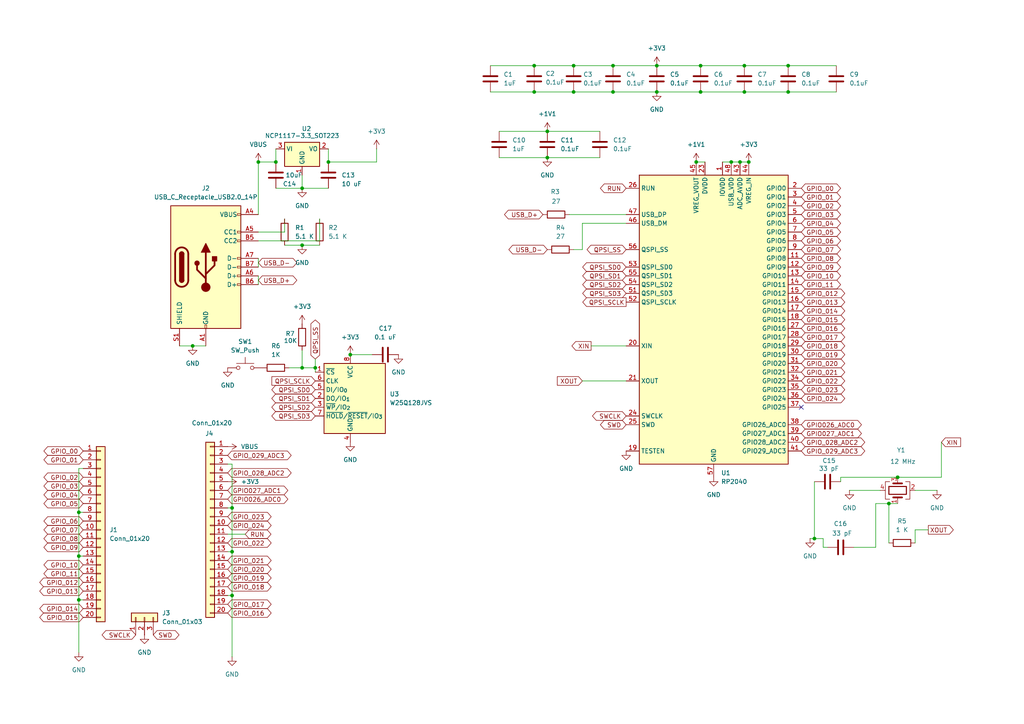
<source format=kicad_sch>
(kicad_sch
	(version 20250114)
	(generator "eeschema")
	(generator_version "9.0")
	(uuid "0615583b-b533-4236-bd7b-c6ef510d70c3")
	(paper "A4")
	(lib_symbols
		(symbol "Connector:USB_C_Receptacle_USB2.0_14P"
			(pin_names
				(offset 1.016)
			)
			(exclude_from_sim no)
			(in_bom yes)
			(on_board yes)
			(property "Reference" "J"
				(at 0 22.225 0)
				(effects
					(font
						(size 1.27 1.27)
					)
				)
			)
			(property "Value" "USB_C_Receptacle_USB2.0_14P"
				(at 0 19.685 0)
				(effects
					(font
						(size 1.27 1.27)
					)
				)
			)
			(property "Footprint" ""
				(at 3.81 0 0)
				(effects
					(font
						(size 1.27 1.27)
					)
					(hide yes)
				)
			)
			(property "Datasheet" "https://www.usb.org/sites/default/files/documents/usb_type-c.zip"
				(at 3.81 0 0)
				(effects
					(font
						(size 1.27 1.27)
					)
					(hide yes)
				)
			)
			(property "Description" "USB 2.0-only 14P Type-C Receptacle connector"
				(at 0 0 0)
				(effects
					(font
						(size 1.27 1.27)
					)
					(hide yes)
				)
			)
			(property "ki_keywords" "usb universal serial bus type-C USB2.0"
				(at 0 0 0)
				(effects
					(font
						(size 1.27 1.27)
					)
					(hide yes)
				)
			)
			(property "ki_fp_filters" "USB*C*Receptacle*"
				(at 0 0 0)
				(effects
					(font
						(size 1.27 1.27)
					)
					(hide yes)
				)
			)
			(symbol "USB_C_Receptacle_USB2.0_14P_0_0"
				(rectangle
					(start -0.254 -17.78)
					(end 0.254 -16.764)
					(stroke
						(width 0)
						(type default)
					)
					(fill
						(type none)
					)
				)
				(rectangle
					(start 10.16 15.494)
					(end 9.144 14.986)
					(stroke
						(width 0)
						(type default)
					)
					(fill
						(type none)
					)
				)
				(rectangle
					(start 10.16 10.414)
					(end 9.144 9.906)
					(stroke
						(width 0)
						(type default)
					)
					(fill
						(type none)
					)
				)
				(rectangle
					(start 10.16 7.874)
					(end 9.144 7.366)
					(stroke
						(width 0)
						(type default)
					)
					(fill
						(type none)
					)
				)
				(rectangle
					(start 10.16 2.794)
					(end 9.144 2.286)
					(stroke
						(width 0)
						(type default)
					)
					(fill
						(type none)
					)
				)
				(rectangle
					(start 10.16 0.254)
					(end 9.144 -0.254)
					(stroke
						(width 0)
						(type default)
					)
					(fill
						(type none)
					)
				)
				(rectangle
					(start 10.16 -2.286)
					(end 9.144 -2.794)
					(stroke
						(width 0)
						(type default)
					)
					(fill
						(type none)
					)
				)
				(rectangle
					(start 10.16 -4.826)
					(end 9.144 -5.334)
					(stroke
						(width 0)
						(type default)
					)
					(fill
						(type none)
					)
				)
			)
			(symbol "USB_C_Receptacle_USB2.0_14P_0_1"
				(rectangle
					(start -10.16 17.78)
					(end 10.16 -17.78)
					(stroke
						(width 0.254)
						(type default)
					)
					(fill
						(type background)
					)
				)
				(polyline
					(pts
						(xy -8.89 -3.81) (xy -8.89 3.81)
					)
					(stroke
						(width 0.508)
						(type default)
					)
					(fill
						(type none)
					)
				)
				(rectangle
					(start -7.62 -3.81)
					(end -6.35 3.81)
					(stroke
						(width 0.254)
						(type default)
					)
					(fill
						(type outline)
					)
				)
				(arc
					(start -7.62 3.81)
					(mid -6.985 4.4423)
					(end -6.35 3.81)
					(stroke
						(width 0.254)
						(type default)
					)
					(fill
						(type none)
					)
				)
				(arc
					(start -7.62 3.81)
					(mid -6.985 4.4423)
					(end -6.35 3.81)
					(stroke
						(width 0.254)
						(type default)
					)
					(fill
						(type outline)
					)
				)
				(arc
					(start -8.89 3.81)
					(mid -6.985 5.7067)
					(end -5.08 3.81)
					(stroke
						(width 0.508)
						(type default)
					)
					(fill
						(type none)
					)
				)
				(arc
					(start -5.08 -3.81)
					(mid -6.985 -5.7067)
					(end -8.89 -3.81)
					(stroke
						(width 0.508)
						(type default)
					)
					(fill
						(type none)
					)
				)
				(arc
					(start -6.35 -3.81)
					(mid -6.985 -4.4423)
					(end -7.62 -3.81)
					(stroke
						(width 0.254)
						(type default)
					)
					(fill
						(type none)
					)
				)
				(arc
					(start -6.35 -3.81)
					(mid -6.985 -4.4423)
					(end -7.62 -3.81)
					(stroke
						(width 0.254)
						(type default)
					)
					(fill
						(type outline)
					)
				)
				(polyline
					(pts
						(xy -5.08 3.81) (xy -5.08 -3.81)
					)
					(stroke
						(width 0.508)
						(type default)
					)
					(fill
						(type none)
					)
				)
				(circle
					(center -2.54 1.143)
					(radius 0.635)
					(stroke
						(width 0.254)
						(type default)
					)
					(fill
						(type outline)
					)
				)
				(polyline
					(pts
						(xy -1.27 4.318) (xy 0 6.858) (xy 1.27 4.318) (xy -1.27 4.318)
					)
					(stroke
						(width 0.254)
						(type default)
					)
					(fill
						(type outline)
					)
				)
				(polyline
					(pts
						(xy 0 -2.032) (xy 2.54 0.508) (xy 2.54 1.778)
					)
					(stroke
						(width 0.508)
						(type default)
					)
					(fill
						(type none)
					)
				)
				(polyline
					(pts
						(xy 0 -3.302) (xy -2.54 -0.762) (xy -2.54 0.508)
					)
					(stroke
						(width 0.508)
						(type default)
					)
					(fill
						(type none)
					)
				)
				(polyline
					(pts
						(xy 0 -5.842) (xy 0 4.318)
					)
					(stroke
						(width 0.508)
						(type default)
					)
					(fill
						(type none)
					)
				)
				(circle
					(center 0 -5.842)
					(radius 1.27)
					(stroke
						(width 0)
						(type default)
					)
					(fill
						(type outline)
					)
				)
				(rectangle
					(start 1.905 1.778)
					(end 3.175 3.048)
					(stroke
						(width 0.254)
						(type default)
					)
					(fill
						(type outline)
					)
				)
			)
			(symbol "USB_C_Receptacle_USB2.0_14P_1_1"
				(pin passive line
					(at -7.62 -22.86 90)
					(length 5.08)
					(name "SHIELD"
						(effects
							(font
								(size 1.27 1.27)
							)
						)
					)
					(number "S1"
						(effects
							(font
								(size 1.27 1.27)
							)
						)
					)
				)
				(pin passive line
					(at 0 -22.86 90)
					(length 5.08)
					(name "GND"
						(effects
							(font
								(size 1.27 1.27)
							)
						)
					)
					(number "A1"
						(effects
							(font
								(size 1.27 1.27)
							)
						)
					)
				)
				(pin passive line
					(at 0 -22.86 90)
					(length 5.08)
					(hide yes)
					(name "GND"
						(effects
							(font
								(size 1.27 1.27)
							)
						)
					)
					(number "A12"
						(effects
							(font
								(size 1.27 1.27)
							)
						)
					)
				)
				(pin passive line
					(at 0 -22.86 90)
					(length 5.08)
					(hide yes)
					(name "GND"
						(effects
							(font
								(size 1.27 1.27)
							)
						)
					)
					(number "B1"
						(effects
							(font
								(size 1.27 1.27)
							)
						)
					)
				)
				(pin passive line
					(at 0 -22.86 90)
					(length 5.08)
					(hide yes)
					(name "GND"
						(effects
							(font
								(size 1.27 1.27)
							)
						)
					)
					(number "B12"
						(effects
							(font
								(size 1.27 1.27)
							)
						)
					)
				)
				(pin passive line
					(at 15.24 15.24 180)
					(length 5.08)
					(name "VBUS"
						(effects
							(font
								(size 1.27 1.27)
							)
						)
					)
					(number "A4"
						(effects
							(font
								(size 1.27 1.27)
							)
						)
					)
				)
				(pin passive line
					(at 15.24 15.24 180)
					(length 5.08)
					(hide yes)
					(name "VBUS"
						(effects
							(font
								(size 1.27 1.27)
							)
						)
					)
					(number "A9"
						(effects
							(font
								(size 1.27 1.27)
							)
						)
					)
				)
				(pin passive line
					(at 15.24 15.24 180)
					(length 5.08)
					(hide yes)
					(name "VBUS"
						(effects
							(font
								(size 1.27 1.27)
							)
						)
					)
					(number "B4"
						(effects
							(font
								(size 1.27 1.27)
							)
						)
					)
				)
				(pin passive line
					(at 15.24 15.24 180)
					(length 5.08)
					(hide yes)
					(name "VBUS"
						(effects
							(font
								(size 1.27 1.27)
							)
						)
					)
					(number "B9"
						(effects
							(font
								(size 1.27 1.27)
							)
						)
					)
				)
				(pin bidirectional line
					(at 15.24 10.16 180)
					(length 5.08)
					(name "CC1"
						(effects
							(font
								(size 1.27 1.27)
							)
						)
					)
					(number "A5"
						(effects
							(font
								(size 1.27 1.27)
							)
						)
					)
				)
				(pin bidirectional line
					(at 15.24 7.62 180)
					(length 5.08)
					(name "CC2"
						(effects
							(font
								(size 1.27 1.27)
							)
						)
					)
					(number "B5"
						(effects
							(font
								(size 1.27 1.27)
							)
						)
					)
				)
				(pin bidirectional line
					(at 15.24 2.54 180)
					(length 5.08)
					(name "D-"
						(effects
							(font
								(size 1.27 1.27)
							)
						)
					)
					(number "A7"
						(effects
							(font
								(size 1.27 1.27)
							)
						)
					)
				)
				(pin bidirectional line
					(at 15.24 0 180)
					(length 5.08)
					(name "D-"
						(effects
							(font
								(size 1.27 1.27)
							)
						)
					)
					(number "B7"
						(effects
							(font
								(size 1.27 1.27)
							)
						)
					)
				)
				(pin bidirectional line
					(at 15.24 -2.54 180)
					(length 5.08)
					(name "D+"
						(effects
							(font
								(size 1.27 1.27)
							)
						)
					)
					(number "A6"
						(effects
							(font
								(size 1.27 1.27)
							)
						)
					)
				)
				(pin bidirectional line
					(at 15.24 -5.08 180)
					(length 5.08)
					(name "D+"
						(effects
							(font
								(size 1.27 1.27)
							)
						)
					)
					(number "B6"
						(effects
							(font
								(size 1.27 1.27)
							)
						)
					)
				)
			)
			(embedded_fonts no)
		)
		(symbol "Connector_Generic:Conn_01x03"
			(pin_names
				(offset 1.016)
				(hide yes)
			)
			(exclude_from_sim no)
			(in_bom yes)
			(on_board yes)
			(property "Reference" "J"
				(at 0 5.08 0)
				(effects
					(font
						(size 1.27 1.27)
					)
				)
			)
			(property "Value" "Conn_01x03"
				(at 0 -5.08 0)
				(effects
					(font
						(size 1.27 1.27)
					)
				)
			)
			(property "Footprint" ""
				(at 0 0 0)
				(effects
					(font
						(size 1.27 1.27)
					)
					(hide yes)
				)
			)
			(property "Datasheet" "~"
				(at 0 0 0)
				(effects
					(font
						(size 1.27 1.27)
					)
					(hide yes)
				)
			)
			(property "Description" "Generic connector, single row, 01x03, script generated (kicad-library-utils/schlib/autogen/connector/)"
				(at 0 0 0)
				(effects
					(font
						(size 1.27 1.27)
					)
					(hide yes)
				)
			)
			(property "ki_keywords" "connector"
				(at 0 0 0)
				(effects
					(font
						(size 1.27 1.27)
					)
					(hide yes)
				)
			)
			(property "ki_fp_filters" "Connector*:*_1x??_*"
				(at 0 0 0)
				(effects
					(font
						(size 1.27 1.27)
					)
					(hide yes)
				)
			)
			(symbol "Conn_01x03_1_1"
				(rectangle
					(start -1.27 3.81)
					(end 1.27 -3.81)
					(stroke
						(width 0.254)
						(type default)
					)
					(fill
						(type background)
					)
				)
				(rectangle
					(start -1.27 2.667)
					(end 0 2.413)
					(stroke
						(width 0.1524)
						(type default)
					)
					(fill
						(type none)
					)
				)
				(rectangle
					(start -1.27 0.127)
					(end 0 -0.127)
					(stroke
						(width 0.1524)
						(type default)
					)
					(fill
						(type none)
					)
				)
				(rectangle
					(start -1.27 -2.413)
					(end 0 -2.667)
					(stroke
						(width 0.1524)
						(type default)
					)
					(fill
						(type none)
					)
				)
				(pin passive line
					(at -5.08 2.54 0)
					(length 3.81)
					(name "Pin_1"
						(effects
							(font
								(size 1.27 1.27)
							)
						)
					)
					(number "1"
						(effects
							(font
								(size 1.27 1.27)
							)
						)
					)
				)
				(pin passive line
					(at -5.08 0 0)
					(length 3.81)
					(name "Pin_2"
						(effects
							(font
								(size 1.27 1.27)
							)
						)
					)
					(number "2"
						(effects
							(font
								(size 1.27 1.27)
							)
						)
					)
				)
				(pin passive line
					(at -5.08 -2.54 0)
					(length 3.81)
					(name "Pin_3"
						(effects
							(font
								(size 1.27 1.27)
							)
						)
					)
					(number "3"
						(effects
							(font
								(size 1.27 1.27)
							)
						)
					)
				)
			)
			(embedded_fonts no)
		)
		(symbol "Connector_Generic:Conn_01x20"
			(pin_names
				(offset 1.016)
				(hide yes)
			)
			(exclude_from_sim no)
			(in_bom yes)
			(on_board yes)
			(property "Reference" "J"
				(at 0 25.4 0)
				(effects
					(font
						(size 1.27 1.27)
					)
				)
			)
			(property "Value" "Conn_01x20"
				(at 0 -27.94 0)
				(effects
					(font
						(size 1.27 1.27)
					)
				)
			)
			(property "Footprint" ""
				(at 0 0 0)
				(effects
					(font
						(size 1.27 1.27)
					)
					(hide yes)
				)
			)
			(property "Datasheet" "~"
				(at 0 0 0)
				(effects
					(font
						(size 1.27 1.27)
					)
					(hide yes)
				)
			)
			(property "Description" "Generic connector, single row, 01x20, script generated (kicad-library-utils/schlib/autogen/connector/)"
				(at 0 0 0)
				(effects
					(font
						(size 1.27 1.27)
					)
					(hide yes)
				)
			)
			(property "ki_keywords" "connector"
				(at 0 0 0)
				(effects
					(font
						(size 1.27 1.27)
					)
					(hide yes)
				)
			)
			(property "ki_fp_filters" "Connector*:*_1x??_*"
				(at 0 0 0)
				(effects
					(font
						(size 1.27 1.27)
					)
					(hide yes)
				)
			)
			(symbol "Conn_01x20_1_1"
				(rectangle
					(start -1.27 24.13)
					(end 1.27 -26.67)
					(stroke
						(width 0.254)
						(type default)
					)
					(fill
						(type background)
					)
				)
				(rectangle
					(start -1.27 22.987)
					(end 0 22.733)
					(stroke
						(width 0.1524)
						(type default)
					)
					(fill
						(type none)
					)
				)
				(rectangle
					(start -1.27 20.447)
					(end 0 20.193)
					(stroke
						(width 0.1524)
						(type default)
					)
					(fill
						(type none)
					)
				)
				(rectangle
					(start -1.27 17.907)
					(end 0 17.653)
					(stroke
						(width 0.1524)
						(type default)
					)
					(fill
						(type none)
					)
				)
				(rectangle
					(start -1.27 15.367)
					(end 0 15.113)
					(stroke
						(width 0.1524)
						(type default)
					)
					(fill
						(type none)
					)
				)
				(rectangle
					(start -1.27 12.827)
					(end 0 12.573)
					(stroke
						(width 0.1524)
						(type default)
					)
					(fill
						(type none)
					)
				)
				(rectangle
					(start -1.27 10.287)
					(end 0 10.033)
					(stroke
						(width 0.1524)
						(type default)
					)
					(fill
						(type none)
					)
				)
				(rectangle
					(start -1.27 7.747)
					(end 0 7.493)
					(stroke
						(width 0.1524)
						(type default)
					)
					(fill
						(type none)
					)
				)
				(rectangle
					(start -1.27 5.207)
					(end 0 4.953)
					(stroke
						(width 0.1524)
						(type default)
					)
					(fill
						(type none)
					)
				)
				(rectangle
					(start -1.27 2.667)
					(end 0 2.413)
					(stroke
						(width 0.1524)
						(type default)
					)
					(fill
						(type none)
					)
				)
				(rectangle
					(start -1.27 0.127)
					(end 0 -0.127)
					(stroke
						(width 0.1524)
						(type default)
					)
					(fill
						(type none)
					)
				)
				(rectangle
					(start -1.27 -2.413)
					(end 0 -2.667)
					(stroke
						(width 0.1524)
						(type default)
					)
					(fill
						(type none)
					)
				)
				(rectangle
					(start -1.27 -4.953)
					(end 0 -5.207)
					(stroke
						(width 0.1524)
						(type default)
					)
					(fill
						(type none)
					)
				)
				(rectangle
					(start -1.27 -7.493)
					(end 0 -7.747)
					(stroke
						(width 0.1524)
						(type default)
					)
					(fill
						(type none)
					)
				)
				(rectangle
					(start -1.27 -10.033)
					(end 0 -10.287)
					(stroke
						(width 0.1524)
						(type default)
					)
					(fill
						(type none)
					)
				)
				(rectangle
					(start -1.27 -12.573)
					(end 0 -12.827)
					(stroke
						(width 0.1524)
						(type default)
					)
					(fill
						(type none)
					)
				)
				(rectangle
					(start -1.27 -15.113)
					(end 0 -15.367)
					(stroke
						(width 0.1524)
						(type default)
					)
					(fill
						(type none)
					)
				)
				(rectangle
					(start -1.27 -17.653)
					(end 0 -17.907)
					(stroke
						(width 0.1524)
						(type default)
					)
					(fill
						(type none)
					)
				)
				(rectangle
					(start -1.27 -20.193)
					(end 0 -20.447)
					(stroke
						(width 0.1524)
						(type default)
					)
					(fill
						(type none)
					)
				)
				(rectangle
					(start -1.27 -22.733)
					(end 0 -22.987)
					(stroke
						(width 0.1524)
						(type default)
					)
					(fill
						(type none)
					)
				)
				(rectangle
					(start -1.27 -25.273)
					(end 0 -25.527)
					(stroke
						(width 0.1524)
						(type default)
					)
					(fill
						(type none)
					)
				)
				(pin passive line
					(at -5.08 22.86 0)
					(length 3.81)
					(name "Pin_1"
						(effects
							(font
								(size 1.27 1.27)
							)
						)
					)
					(number "1"
						(effects
							(font
								(size 1.27 1.27)
							)
						)
					)
				)
				(pin passive line
					(at -5.08 20.32 0)
					(length 3.81)
					(name "Pin_2"
						(effects
							(font
								(size 1.27 1.27)
							)
						)
					)
					(number "2"
						(effects
							(font
								(size 1.27 1.27)
							)
						)
					)
				)
				(pin passive line
					(at -5.08 17.78 0)
					(length 3.81)
					(name "Pin_3"
						(effects
							(font
								(size 1.27 1.27)
							)
						)
					)
					(number "3"
						(effects
							(font
								(size 1.27 1.27)
							)
						)
					)
				)
				(pin passive line
					(at -5.08 15.24 0)
					(length 3.81)
					(name "Pin_4"
						(effects
							(font
								(size 1.27 1.27)
							)
						)
					)
					(number "4"
						(effects
							(font
								(size 1.27 1.27)
							)
						)
					)
				)
				(pin passive line
					(at -5.08 12.7 0)
					(length 3.81)
					(name "Pin_5"
						(effects
							(font
								(size 1.27 1.27)
							)
						)
					)
					(number "5"
						(effects
							(font
								(size 1.27 1.27)
							)
						)
					)
				)
				(pin passive line
					(at -5.08 10.16 0)
					(length 3.81)
					(name "Pin_6"
						(effects
							(font
								(size 1.27 1.27)
							)
						)
					)
					(number "6"
						(effects
							(font
								(size 1.27 1.27)
							)
						)
					)
				)
				(pin passive line
					(at -5.08 7.62 0)
					(length 3.81)
					(name "Pin_7"
						(effects
							(font
								(size 1.27 1.27)
							)
						)
					)
					(number "7"
						(effects
							(font
								(size 1.27 1.27)
							)
						)
					)
				)
				(pin passive line
					(at -5.08 5.08 0)
					(length 3.81)
					(name "Pin_8"
						(effects
							(font
								(size 1.27 1.27)
							)
						)
					)
					(number "8"
						(effects
							(font
								(size 1.27 1.27)
							)
						)
					)
				)
				(pin passive line
					(at -5.08 2.54 0)
					(length 3.81)
					(name "Pin_9"
						(effects
							(font
								(size 1.27 1.27)
							)
						)
					)
					(number "9"
						(effects
							(font
								(size 1.27 1.27)
							)
						)
					)
				)
				(pin passive line
					(at -5.08 0 0)
					(length 3.81)
					(name "Pin_10"
						(effects
							(font
								(size 1.27 1.27)
							)
						)
					)
					(number "10"
						(effects
							(font
								(size 1.27 1.27)
							)
						)
					)
				)
				(pin passive line
					(at -5.08 -2.54 0)
					(length 3.81)
					(name "Pin_11"
						(effects
							(font
								(size 1.27 1.27)
							)
						)
					)
					(number "11"
						(effects
							(font
								(size 1.27 1.27)
							)
						)
					)
				)
				(pin passive line
					(at -5.08 -5.08 0)
					(length 3.81)
					(name "Pin_12"
						(effects
							(font
								(size 1.27 1.27)
							)
						)
					)
					(number "12"
						(effects
							(font
								(size 1.27 1.27)
							)
						)
					)
				)
				(pin passive line
					(at -5.08 -7.62 0)
					(length 3.81)
					(name "Pin_13"
						(effects
							(font
								(size 1.27 1.27)
							)
						)
					)
					(number "13"
						(effects
							(font
								(size 1.27 1.27)
							)
						)
					)
				)
				(pin passive line
					(at -5.08 -10.16 0)
					(length 3.81)
					(name "Pin_14"
						(effects
							(font
								(size 1.27 1.27)
							)
						)
					)
					(number "14"
						(effects
							(font
								(size 1.27 1.27)
							)
						)
					)
				)
				(pin passive line
					(at -5.08 -12.7 0)
					(length 3.81)
					(name "Pin_15"
						(effects
							(font
								(size 1.27 1.27)
							)
						)
					)
					(number "15"
						(effects
							(font
								(size 1.27 1.27)
							)
						)
					)
				)
				(pin passive line
					(at -5.08 -15.24 0)
					(length 3.81)
					(name "Pin_16"
						(effects
							(font
								(size 1.27 1.27)
							)
						)
					)
					(number "16"
						(effects
							(font
								(size 1.27 1.27)
							)
						)
					)
				)
				(pin passive line
					(at -5.08 -17.78 0)
					(length 3.81)
					(name "Pin_17"
						(effects
							(font
								(size 1.27 1.27)
							)
						)
					)
					(number "17"
						(effects
							(font
								(size 1.27 1.27)
							)
						)
					)
				)
				(pin passive line
					(at -5.08 -20.32 0)
					(length 3.81)
					(name "Pin_18"
						(effects
							(font
								(size 1.27 1.27)
							)
						)
					)
					(number "18"
						(effects
							(font
								(size 1.27 1.27)
							)
						)
					)
				)
				(pin passive line
					(at -5.08 -22.86 0)
					(length 3.81)
					(name "Pin_19"
						(effects
							(font
								(size 1.27 1.27)
							)
						)
					)
					(number "19"
						(effects
							(font
								(size 1.27 1.27)
							)
						)
					)
				)
				(pin passive line
					(at -5.08 -25.4 0)
					(length 3.81)
					(name "Pin_20"
						(effects
							(font
								(size 1.27 1.27)
							)
						)
					)
					(number "20"
						(effects
							(font
								(size 1.27 1.27)
							)
						)
					)
				)
			)
			(embedded_fonts no)
		)
		(symbol "Device:C"
			(pin_numbers
				(hide yes)
			)
			(pin_names
				(offset 0.254)
			)
			(exclude_from_sim no)
			(in_bom yes)
			(on_board yes)
			(property "Reference" "C"
				(at 0.635 2.54 0)
				(effects
					(font
						(size 1.27 1.27)
					)
					(justify left)
				)
			)
			(property "Value" "C"
				(at 0.635 -2.54 0)
				(effects
					(font
						(size 1.27 1.27)
					)
					(justify left)
				)
			)
			(property "Footprint" ""
				(at 0.9652 -3.81 0)
				(effects
					(font
						(size 1.27 1.27)
					)
					(hide yes)
				)
			)
			(property "Datasheet" "~"
				(at 0 0 0)
				(effects
					(font
						(size 1.27 1.27)
					)
					(hide yes)
				)
			)
			(property "Description" "Unpolarized capacitor"
				(at 0 0 0)
				(effects
					(font
						(size 1.27 1.27)
					)
					(hide yes)
				)
			)
			(property "ki_keywords" "cap capacitor"
				(at 0 0 0)
				(effects
					(font
						(size 1.27 1.27)
					)
					(hide yes)
				)
			)
			(property "ki_fp_filters" "C_*"
				(at 0 0 0)
				(effects
					(font
						(size 1.27 1.27)
					)
					(hide yes)
				)
			)
			(symbol "C_0_1"
				(polyline
					(pts
						(xy -2.032 0.762) (xy 2.032 0.762)
					)
					(stroke
						(width 0.508)
						(type default)
					)
					(fill
						(type none)
					)
				)
				(polyline
					(pts
						(xy -2.032 -0.762) (xy 2.032 -0.762)
					)
					(stroke
						(width 0.508)
						(type default)
					)
					(fill
						(type none)
					)
				)
			)
			(symbol "C_1_1"
				(pin passive line
					(at 0 3.81 270)
					(length 2.794)
					(name "~"
						(effects
							(font
								(size 1.27 1.27)
							)
						)
					)
					(number "1"
						(effects
							(font
								(size 1.27 1.27)
							)
						)
					)
				)
				(pin passive line
					(at 0 -3.81 90)
					(length 2.794)
					(name "~"
						(effects
							(font
								(size 1.27 1.27)
							)
						)
					)
					(number "2"
						(effects
							(font
								(size 1.27 1.27)
							)
						)
					)
				)
			)
			(embedded_fonts no)
		)
		(symbol "Device:Crystal_GND24"
			(pin_names
				(offset 1.016)
				(hide yes)
			)
			(exclude_from_sim no)
			(in_bom yes)
			(on_board yes)
			(property "Reference" "Y"
				(at 3.175 5.08 0)
				(effects
					(font
						(size 1.27 1.27)
					)
					(justify left)
				)
			)
			(property "Value" "Crystal_GND24"
				(at 3.175 3.175 0)
				(effects
					(font
						(size 1.27 1.27)
					)
					(justify left)
				)
			)
			(property "Footprint" ""
				(at 0 0 0)
				(effects
					(font
						(size 1.27 1.27)
					)
					(hide yes)
				)
			)
			(property "Datasheet" "~"
				(at 0 0 0)
				(effects
					(font
						(size 1.27 1.27)
					)
					(hide yes)
				)
			)
			(property "Description" "Four pin crystal, GND on pins 2 and 4"
				(at 0 0 0)
				(effects
					(font
						(size 1.27 1.27)
					)
					(hide yes)
				)
			)
			(property "ki_keywords" "quartz ceramic resonator oscillator"
				(at 0 0 0)
				(effects
					(font
						(size 1.27 1.27)
					)
					(hide yes)
				)
			)
			(property "ki_fp_filters" "Crystal*"
				(at 0 0 0)
				(effects
					(font
						(size 1.27 1.27)
					)
					(hide yes)
				)
			)
			(symbol "Crystal_GND24_0_1"
				(polyline
					(pts
						(xy -2.54 2.286) (xy -2.54 3.556) (xy 2.54 3.556) (xy 2.54 2.286)
					)
					(stroke
						(width 0)
						(type default)
					)
					(fill
						(type none)
					)
				)
				(polyline
					(pts
						(xy -2.54 0) (xy -2.032 0)
					)
					(stroke
						(width 0)
						(type default)
					)
					(fill
						(type none)
					)
				)
				(polyline
					(pts
						(xy -2.54 -2.286) (xy -2.54 -3.556) (xy 2.54 -3.556) (xy 2.54 -2.286)
					)
					(stroke
						(width 0)
						(type default)
					)
					(fill
						(type none)
					)
				)
				(polyline
					(pts
						(xy -2.032 -1.27) (xy -2.032 1.27)
					)
					(stroke
						(width 0.508)
						(type default)
					)
					(fill
						(type none)
					)
				)
				(rectangle
					(start -1.143 2.54)
					(end 1.143 -2.54)
					(stroke
						(width 0.3048)
						(type default)
					)
					(fill
						(type none)
					)
				)
				(polyline
					(pts
						(xy 0 3.556) (xy 0 3.81)
					)
					(stroke
						(width 0)
						(type default)
					)
					(fill
						(type none)
					)
				)
				(polyline
					(pts
						(xy 0 -3.81) (xy 0 -3.556)
					)
					(stroke
						(width 0)
						(type default)
					)
					(fill
						(type none)
					)
				)
				(polyline
					(pts
						(xy 2.032 0) (xy 2.54 0)
					)
					(stroke
						(width 0)
						(type default)
					)
					(fill
						(type none)
					)
				)
				(polyline
					(pts
						(xy 2.032 -1.27) (xy 2.032 1.27)
					)
					(stroke
						(width 0.508)
						(type default)
					)
					(fill
						(type none)
					)
				)
			)
			(symbol "Crystal_GND24_1_1"
				(pin passive line
					(at -3.81 0 0)
					(length 1.27)
					(name "1"
						(effects
							(font
								(size 1.27 1.27)
							)
						)
					)
					(number "1"
						(effects
							(font
								(size 1.27 1.27)
							)
						)
					)
				)
				(pin passive line
					(at 0 5.08 270)
					(length 1.27)
					(name "2"
						(effects
							(font
								(size 1.27 1.27)
							)
						)
					)
					(number "2"
						(effects
							(font
								(size 1.27 1.27)
							)
						)
					)
				)
				(pin passive line
					(at 0 -5.08 90)
					(length 1.27)
					(name "4"
						(effects
							(font
								(size 1.27 1.27)
							)
						)
					)
					(number "4"
						(effects
							(font
								(size 1.27 1.27)
							)
						)
					)
				)
				(pin passive line
					(at 3.81 0 180)
					(length 1.27)
					(name "3"
						(effects
							(font
								(size 1.27 1.27)
							)
						)
					)
					(number "3"
						(effects
							(font
								(size 1.27 1.27)
							)
						)
					)
				)
			)
			(embedded_fonts no)
		)
		(symbol "Device:R"
			(pin_numbers
				(hide yes)
			)
			(pin_names
				(offset 0)
			)
			(exclude_from_sim no)
			(in_bom yes)
			(on_board yes)
			(property "Reference" "R"
				(at 2.032 0 90)
				(effects
					(font
						(size 1.27 1.27)
					)
				)
			)
			(property "Value" "R"
				(at 0 0 90)
				(effects
					(font
						(size 1.27 1.27)
					)
				)
			)
			(property "Footprint" ""
				(at -1.778 0 90)
				(effects
					(font
						(size 1.27 1.27)
					)
					(hide yes)
				)
			)
			(property "Datasheet" "~"
				(at 0 0 0)
				(effects
					(font
						(size 1.27 1.27)
					)
					(hide yes)
				)
			)
			(property "Description" "Resistor"
				(at 0 0 0)
				(effects
					(font
						(size 1.27 1.27)
					)
					(hide yes)
				)
			)
			(property "ki_keywords" "R res resistor"
				(at 0 0 0)
				(effects
					(font
						(size 1.27 1.27)
					)
					(hide yes)
				)
			)
			(property "ki_fp_filters" "R_*"
				(at 0 0 0)
				(effects
					(font
						(size 1.27 1.27)
					)
					(hide yes)
				)
			)
			(symbol "R_0_1"
				(rectangle
					(start -1.016 -2.54)
					(end 1.016 2.54)
					(stroke
						(width 0.254)
						(type default)
					)
					(fill
						(type none)
					)
				)
			)
			(symbol "R_1_1"
				(pin passive line
					(at 0 3.81 270)
					(length 1.27)
					(name "~"
						(effects
							(font
								(size 1.27 1.27)
							)
						)
					)
					(number "1"
						(effects
							(font
								(size 1.27 1.27)
							)
						)
					)
				)
				(pin passive line
					(at 0 -3.81 90)
					(length 1.27)
					(name "~"
						(effects
							(font
								(size 1.27 1.27)
							)
						)
					)
					(number "2"
						(effects
							(font
								(size 1.27 1.27)
							)
						)
					)
				)
			)
			(embedded_fonts no)
		)
		(symbol "MCU_RaspberryPi:RP2040"
			(exclude_from_sim no)
			(in_bom yes)
			(on_board yes)
			(property "Reference" "U"
				(at 17.78 45.72 0)
				(effects
					(font
						(size 1.27 1.27)
					)
				)
			)
			(property "Value" "RP2040"
				(at 17.78 43.18 0)
				(effects
					(font
						(size 1.27 1.27)
					)
				)
			)
			(property "Footprint" "Package_DFN_QFN:QFN-56-1EP_7x7mm_P0.4mm_EP3.2x3.2mm"
				(at 0 0 0)
				(effects
					(font
						(size 1.27 1.27)
					)
					(hide yes)
				)
			)
			(property "Datasheet" "https://datasheets.raspberrypi.com/rp2040/rp2040-datasheet.pdf"
				(at 0 0 0)
				(effects
					(font
						(size 1.27 1.27)
					)
					(hide yes)
				)
			)
			(property "Description" "A microcontroller by Raspberry Pi"
				(at 0 0 0)
				(effects
					(font
						(size 1.27 1.27)
					)
					(hide yes)
				)
			)
			(property "ki_keywords" "RP2040 ARM Cortex-M0+ USB"
				(at 0 0 0)
				(effects
					(font
						(size 1.27 1.27)
					)
					(hide yes)
				)
			)
			(property "ki_fp_filters" "QFN*1EP*7x7mm?P0.4mm*"
				(at 0 0 0)
				(effects
					(font
						(size 1.27 1.27)
					)
					(hide yes)
				)
			)
			(symbol "RP2040_0_1"
				(rectangle
					(start -21.59 41.91)
					(end 21.59 -41.91)
					(stroke
						(width 0.254)
						(type default)
					)
					(fill
						(type background)
					)
				)
			)
			(symbol "RP2040_1_1"
				(pin input line
					(at -25.4 38.1 0)
					(length 3.81)
					(name "RUN"
						(effects
							(font
								(size 1.27 1.27)
							)
						)
					)
					(number "26"
						(effects
							(font
								(size 1.27 1.27)
							)
						)
					)
				)
				(pin bidirectional line
					(at -25.4 30.48 0)
					(length 3.81)
					(name "USB_DP"
						(effects
							(font
								(size 1.27 1.27)
							)
						)
					)
					(number "47"
						(effects
							(font
								(size 1.27 1.27)
							)
						)
					)
				)
				(pin bidirectional line
					(at -25.4 27.94 0)
					(length 3.81)
					(name "USB_DM"
						(effects
							(font
								(size 1.27 1.27)
							)
						)
					)
					(number "46"
						(effects
							(font
								(size 1.27 1.27)
							)
						)
					)
				)
				(pin bidirectional line
					(at -25.4 20.32 0)
					(length 3.81)
					(name "QSPI_SS"
						(effects
							(font
								(size 1.27 1.27)
							)
						)
					)
					(number "56"
						(effects
							(font
								(size 1.27 1.27)
							)
						)
					)
				)
				(pin bidirectional line
					(at -25.4 15.24 0)
					(length 3.81)
					(name "QSPI_SD0"
						(effects
							(font
								(size 1.27 1.27)
							)
						)
					)
					(number "53"
						(effects
							(font
								(size 1.27 1.27)
							)
						)
					)
				)
				(pin bidirectional line
					(at -25.4 12.7 0)
					(length 3.81)
					(name "QSPI_SD1"
						(effects
							(font
								(size 1.27 1.27)
							)
						)
					)
					(number "55"
						(effects
							(font
								(size 1.27 1.27)
							)
						)
					)
				)
				(pin bidirectional line
					(at -25.4 10.16 0)
					(length 3.81)
					(name "QSPI_SD2"
						(effects
							(font
								(size 1.27 1.27)
							)
						)
					)
					(number "54"
						(effects
							(font
								(size 1.27 1.27)
							)
						)
					)
				)
				(pin bidirectional line
					(at -25.4 7.62 0)
					(length 3.81)
					(name "QSPI_SD3"
						(effects
							(font
								(size 1.27 1.27)
							)
						)
					)
					(number "51"
						(effects
							(font
								(size 1.27 1.27)
							)
						)
					)
				)
				(pin output line
					(at -25.4 5.08 0)
					(length 3.81)
					(name "QSPI_SCLK"
						(effects
							(font
								(size 1.27 1.27)
							)
						)
					)
					(number "52"
						(effects
							(font
								(size 1.27 1.27)
							)
						)
					)
				)
				(pin input line
					(at -25.4 -7.62 0)
					(length 3.81)
					(name "XIN"
						(effects
							(font
								(size 1.27 1.27)
							)
						)
					)
					(number "20"
						(effects
							(font
								(size 1.27 1.27)
							)
						)
					)
				)
				(pin passive line
					(at -25.4 -17.78 0)
					(length 3.81)
					(name "XOUT"
						(effects
							(font
								(size 1.27 1.27)
							)
						)
					)
					(number "21"
						(effects
							(font
								(size 1.27 1.27)
							)
						)
					)
				)
				(pin input line
					(at -25.4 -27.94 0)
					(length 3.81)
					(name "SWCLK"
						(effects
							(font
								(size 1.27 1.27)
							)
						)
					)
					(number "24"
						(effects
							(font
								(size 1.27 1.27)
							)
						)
					)
				)
				(pin bidirectional line
					(at -25.4 -30.48 0)
					(length 3.81)
					(name "SWD"
						(effects
							(font
								(size 1.27 1.27)
							)
						)
					)
					(number "25"
						(effects
							(font
								(size 1.27 1.27)
							)
						)
					)
				)
				(pin input line
					(at -25.4 -38.1 0)
					(length 3.81)
					(name "TESTEN"
						(effects
							(font
								(size 1.27 1.27)
							)
						)
					)
					(number "19"
						(effects
							(font
								(size 1.27 1.27)
							)
						)
					)
				)
				(pin power_out line
					(at -5.08 45.72 270)
					(length 3.81)
					(name "VREG_VOUT"
						(effects
							(font
								(size 1.27 1.27)
							)
						)
					)
					(number "45"
						(effects
							(font
								(size 1.27 1.27)
							)
						)
					)
				)
				(pin power_in line
					(at -2.54 45.72 270)
					(length 3.81)
					(name "DVDD"
						(effects
							(font
								(size 1.27 1.27)
							)
						)
					)
					(number "23"
						(effects
							(font
								(size 1.27 1.27)
							)
						)
					)
				)
				(pin passive line
					(at -2.54 45.72 270)
					(length 3.81)
					(hide yes)
					(name "DVDD"
						(effects
							(font
								(size 1.27 1.27)
							)
						)
					)
					(number "50"
						(effects
							(font
								(size 1.27 1.27)
							)
						)
					)
				)
				(pin power_in line
					(at 0 -45.72 90)
					(length 3.81)
					(name "GND"
						(effects
							(font
								(size 1.27 1.27)
							)
						)
					)
					(number "57"
						(effects
							(font
								(size 1.27 1.27)
							)
						)
					)
				)
				(pin power_in line
					(at 2.54 45.72 270)
					(length 3.81)
					(name "IOVDD"
						(effects
							(font
								(size 1.27 1.27)
							)
						)
					)
					(number "1"
						(effects
							(font
								(size 1.27 1.27)
							)
						)
					)
				)
				(pin passive line
					(at 2.54 45.72 270)
					(length 3.81)
					(hide yes)
					(name "IOVDD"
						(effects
							(font
								(size 1.27 1.27)
							)
						)
					)
					(number "10"
						(effects
							(font
								(size 1.27 1.27)
							)
						)
					)
				)
				(pin passive line
					(at 2.54 45.72 270)
					(length 3.81)
					(hide yes)
					(name "IOVDD"
						(effects
							(font
								(size 1.27 1.27)
							)
						)
					)
					(number "22"
						(effects
							(font
								(size 1.27 1.27)
							)
						)
					)
				)
				(pin passive line
					(at 2.54 45.72 270)
					(length 3.81)
					(hide yes)
					(name "IOVDD"
						(effects
							(font
								(size 1.27 1.27)
							)
						)
					)
					(number "33"
						(effects
							(font
								(size 1.27 1.27)
							)
						)
					)
				)
				(pin passive line
					(at 2.54 45.72 270)
					(length 3.81)
					(hide yes)
					(name "IOVDD"
						(effects
							(font
								(size 1.27 1.27)
							)
						)
					)
					(number "42"
						(effects
							(font
								(size 1.27 1.27)
							)
						)
					)
				)
				(pin passive line
					(at 2.54 45.72 270)
					(length 3.81)
					(hide yes)
					(name "IOVDD"
						(effects
							(font
								(size 1.27 1.27)
							)
						)
					)
					(number "49"
						(effects
							(font
								(size 1.27 1.27)
							)
						)
					)
				)
				(pin power_in line
					(at 5.08 45.72 270)
					(length 3.81)
					(name "USB_VDD"
						(effects
							(font
								(size 1.27 1.27)
							)
						)
					)
					(number "48"
						(effects
							(font
								(size 1.27 1.27)
							)
						)
					)
				)
				(pin power_in line
					(at 7.62 45.72 270)
					(length 3.81)
					(name "ADC_AVDD"
						(effects
							(font
								(size 1.27 1.27)
							)
						)
					)
					(number "43"
						(effects
							(font
								(size 1.27 1.27)
							)
						)
					)
				)
				(pin power_in line
					(at 10.16 45.72 270)
					(length 3.81)
					(name "VREG_IN"
						(effects
							(font
								(size 1.27 1.27)
							)
						)
					)
					(number "44"
						(effects
							(font
								(size 1.27 1.27)
							)
						)
					)
				)
				(pin bidirectional line
					(at 25.4 38.1 180)
					(length 3.81)
					(name "GPIO0"
						(effects
							(font
								(size 1.27 1.27)
							)
						)
					)
					(number "2"
						(effects
							(font
								(size 1.27 1.27)
							)
						)
					)
				)
				(pin bidirectional line
					(at 25.4 35.56 180)
					(length 3.81)
					(name "GPIO1"
						(effects
							(font
								(size 1.27 1.27)
							)
						)
					)
					(number "3"
						(effects
							(font
								(size 1.27 1.27)
							)
						)
					)
				)
				(pin bidirectional line
					(at 25.4 33.02 180)
					(length 3.81)
					(name "GPIO2"
						(effects
							(font
								(size 1.27 1.27)
							)
						)
					)
					(number "4"
						(effects
							(font
								(size 1.27 1.27)
							)
						)
					)
				)
				(pin bidirectional line
					(at 25.4 30.48 180)
					(length 3.81)
					(name "GPIO3"
						(effects
							(font
								(size 1.27 1.27)
							)
						)
					)
					(number "5"
						(effects
							(font
								(size 1.27 1.27)
							)
						)
					)
				)
				(pin bidirectional line
					(at 25.4 27.94 180)
					(length 3.81)
					(name "GPIO4"
						(effects
							(font
								(size 1.27 1.27)
							)
						)
					)
					(number "6"
						(effects
							(font
								(size 1.27 1.27)
							)
						)
					)
				)
				(pin bidirectional line
					(at 25.4 25.4 180)
					(length 3.81)
					(name "GPIO5"
						(effects
							(font
								(size 1.27 1.27)
							)
						)
					)
					(number "7"
						(effects
							(font
								(size 1.27 1.27)
							)
						)
					)
				)
				(pin bidirectional line
					(at 25.4 22.86 180)
					(length 3.81)
					(name "GPIO6"
						(effects
							(font
								(size 1.27 1.27)
							)
						)
					)
					(number "8"
						(effects
							(font
								(size 1.27 1.27)
							)
						)
					)
				)
				(pin bidirectional line
					(at 25.4 20.32 180)
					(length 3.81)
					(name "GPIO7"
						(effects
							(font
								(size 1.27 1.27)
							)
						)
					)
					(number "9"
						(effects
							(font
								(size 1.27 1.27)
							)
						)
					)
				)
				(pin bidirectional line
					(at 25.4 17.78 180)
					(length 3.81)
					(name "GPIO8"
						(effects
							(font
								(size 1.27 1.27)
							)
						)
					)
					(number "11"
						(effects
							(font
								(size 1.27 1.27)
							)
						)
					)
				)
				(pin bidirectional line
					(at 25.4 15.24 180)
					(length 3.81)
					(name "GPIO9"
						(effects
							(font
								(size 1.27 1.27)
							)
						)
					)
					(number "12"
						(effects
							(font
								(size 1.27 1.27)
							)
						)
					)
				)
				(pin bidirectional line
					(at 25.4 12.7 180)
					(length 3.81)
					(name "GPIO10"
						(effects
							(font
								(size 1.27 1.27)
							)
						)
					)
					(number "13"
						(effects
							(font
								(size 1.27 1.27)
							)
						)
					)
				)
				(pin bidirectional line
					(at 25.4 10.16 180)
					(length 3.81)
					(name "GPIO11"
						(effects
							(font
								(size 1.27 1.27)
							)
						)
					)
					(number "14"
						(effects
							(font
								(size 1.27 1.27)
							)
						)
					)
				)
				(pin bidirectional line
					(at 25.4 7.62 180)
					(length 3.81)
					(name "GPIO12"
						(effects
							(font
								(size 1.27 1.27)
							)
						)
					)
					(number "15"
						(effects
							(font
								(size 1.27 1.27)
							)
						)
					)
				)
				(pin bidirectional line
					(at 25.4 5.08 180)
					(length 3.81)
					(name "GPIO13"
						(effects
							(font
								(size 1.27 1.27)
							)
						)
					)
					(number "16"
						(effects
							(font
								(size 1.27 1.27)
							)
						)
					)
				)
				(pin bidirectional line
					(at 25.4 2.54 180)
					(length 3.81)
					(name "GPIO14"
						(effects
							(font
								(size 1.27 1.27)
							)
						)
					)
					(number "17"
						(effects
							(font
								(size 1.27 1.27)
							)
						)
					)
				)
				(pin bidirectional line
					(at 25.4 0 180)
					(length 3.81)
					(name "GPIO15"
						(effects
							(font
								(size 1.27 1.27)
							)
						)
					)
					(number "18"
						(effects
							(font
								(size 1.27 1.27)
							)
						)
					)
				)
				(pin bidirectional line
					(at 25.4 -2.54 180)
					(length 3.81)
					(name "GPIO16"
						(effects
							(font
								(size 1.27 1.27)
							)
						)
					)
					(number "27"
						(effects
							(font
								(size 1.27 1.27)
							)
						)
					)
				)
				(pin bidirectional line
					(at 25.4 -5.08 180)
					(length 3.81)
					(name "GPIO17"
						(effects
							(font
								(size 1.27 1.27)
							)
						)
					)
					(number "28"
						(effects
							(font
								(size 1.27 1.27)
							)
						)
					)
				)
				(pin bidirectional line
					(at 25.4 -7.62 180)
					(length 3.81)
					(name "GPIO18"
						(effects
							(font
								(size 1.27 1.27)
							)
						)
					)
					(number "29"
						(effects
							(font
								(size 1.27 1.27)
							)
						)
					)
				)
				(pin bidirectional line
					(at 25.4 -10.16 180)
					(length 3.81)
					(name "GPIO19"
						(effects
							(font
								(size 1.27 1.27)
							)
						)
					)
					(number "30"
						(effects
							(font
								(size 1.27 1.27)
							)
						)
					)
				)
				(pin bidirectional line
					(at 25.4 -12.7 180)
					(length 3.81)
					(name "GPIO20"
						(effects
							(font
								(size 1.27 1.27)
							)
						)
					)
					(number "31"
						(effects
							(font
								(size 1.27 1.27)
							)
						)
					)
				)
				(pin bidirectional line
					(at 25.4 -15.24 180)
					(length 3.81)
					(name "GPIO21"
						(effects
							(font
								(size 1.27 1.27)
							)
						)
					)
					(number "32"
						(effects
							(font
								(size 1.27 1.27)
							)
						)
					)
				)
				(pin bidirectional line
					(at 25.4 -17.78 180)
					(length 3.81)
					(name "GPIO22"
						(effects
							(font
								(size 1.27 1.27)
							)
						)
					)
					(number "34"
						(effects
							(font
								(size 1.27 1.27)
							)
						)
					)
				)
				(pin bidirectional line
					(at 25.4 -20.32 180)
					(length 3.81)
					(name "GPIO23"
						(effects
							(font
								(size 1.27 1.27)
							)
						)
					)
					(number "35"
						(effects
							(font
								(size 1.27 1.27)
							)
						)
					)
				)
				(pin bidirectional line
					(at 25.4 -22.86 180)
					(length 3.81)
					(name "GPIO24"
						(effects
							(font
								(size 1.27 1.27)
							)
						)
					)
					(number "36"
						(effects
							(font
								(size 1.27 1.27)
							)
						)
					)
				)
				(pin bidirectional line
					(at 25.4 -25.4 180)
					(length 3.81)
					(name "GPIO25"
						(effects
							(font
								(size 1.27 1.27)
							)
						)
					)
					(number "37"
						(effects
							(font
								(size 1.27 1.27)
							)
						)
					)
				)
				(pin bidirectional line
					(at 25.4 -30.48 180)
					(length 3.81)
					(name "GPIO26_ADC0"
						(effects
							(font
								(size 1.27 1.27)
							)
						)
					)
					(number "38"
						(effects
							(font
								(size 1.27 1.27)
							)
						)
					)
				)
				(pin bidirectional line
					(at 25.4 -33.02 180)
					(length 3.81)
					(name "GPIO27_ADC1"
						(effects
							(font
								(size 1.27 1.27)
							)
						)
					)
					(number "39"
						(effects
							(font
								(size 1.27 1.27)
							)
						)
					)
				)
				(pin bidirectional line
					(at 25.4 -35.56 180)
					(length 3.81)
					(name "GPIO28_ADC2"
						(effects
							(font
								(size 1.27 1.27)
							)
						)
					)
					(number "40"
						(effects
							(font
								(size 1.27 1.27)
							)
						)
					)
				)
				(pin bidirectional line
					(at 25.4 -38.1 180)
					(length 3.81)
					(name "GPIO29_ADC3"
						(effects
							(font
								(size 1.27 1.27)
							)
						)
					)
					(number "41"
						(effects
							(font
								(size 1.27 1.27)
							)
						)
					)
				)
			)
			(embedded_fonts no)
		)
		(symbol "Memory_Flash:W25Q128JVS"
			(exclude_from_sim no)
			(in_bom yes)
			(on_board yes)
			(property "Reference" "U"
				(at -6.35 11.43 0)
				(effects
					(font
						(size 1.27 1.27)
					)
				)
			)
			(property "Value" "W25Q128JVS"
				(at 7.62 11.43 0)
				(effects
					(font
						(size 1.27 1.27)
					)
				)
			)
			(property "Footprint" "Package_SO:SOIC-8_5.3x5.3mm_P1.27mm"
				(at 0 22.86 0)
				(effects
					(font
						(size 1.27 1.27)
					)
					(hide yes)
				)
			)
			(property "Datasheet" "https://www.winbond.com/resource-files/w25q128jv_dtr%20revc%2003272018%20plus.pdf"
				(at 0 25.4 0)
				(effects
					(font
						(size 1.27 1.27)
					)
					(hide yes)
				)
			)
			(property "Description" "128Mbit / 16MiB Serial Flash Memory, Standard/Dual/Quad SPI, 2.7-3.6V, SOIC-8"
				(at 0 27.94 0)
				(effects
					(font
						(size 1.27 1.27)
					)
					(hide yes)
				)
			)
			(property "ki_keywords" "flash memory SPI QPI DTR"
				(at 0 0 0)
				(effects
					(font
						(size 1.27 1.27)
					)
					(hide yes)
				)
			)
			(property "ki_fp_filters" "*SOIC*5.3x5.3mm*P1.27mm*"
				(at 0 0 0)
				(effects
					(font
						(size 1.27 1.27)
					)
					(hide yes)
				)
			)
			(symbol "W25Q128JVS_0_1"
				(rectangle
					(start -7.62 10.16)
					(end 10.16 -10.16)
					(stroke
						(width 0.254)
						(type default)
					)
					(fill
						(type background)
					)
				)
			)
			(symbol "W25Q128JVS_1_1"
				(pin input line
					(at -10.16 7.62 0)
					(length 2.54)
					(name "~{CS}"
						(effects
							(font
								(size 1.27 1.27)
							)
						)
					)
					(number "1"
						(effects
							(font
								(size 1.27 1.27)
							)
						)
					)
				)
				(pin input line
					(at -10.16 5.08 0)
					(length 2.54)
					(name "CLK"
						(effects
							(font
								(size 1.27 1.27)
							)
						)
					)
					(number "6"
						(effects
							(font
								(size 1.27 1.27)
							)
						)
					)
				)
				(pin bidirectional line
					(at -10.16 2.54 0)
					(length 2.54)
					(name "DI/IO_{0}"
						(effects
							(font
								(size 1.27 1.27)
							)
						)
					)
					(number "5"
						(effects
							(font
								(size 1.27 1.27)
							)
						)
					)
				)
				(pin bidirectional line
					(at -10.16 0 0)
					(length 2.54)
					(name "DO/IO_{1}"
						(effects
							(font
								(size 1.27 1.27)
							)
						)
					)
					(number "2"
						(effects
							(font
								(size 1.27 1.27)
							)
						)
					)
				)
				(pin bidirectional line
					(at -10.16 -2.54 0)
					(length 2.54)
					(name "~{WP}/IO_{2}"
						(effects
							(font
								(size 1.27 1.27)
							)
						)
					)
					(number "3"
						(effects
							(font
								(size 1.27 1.27)
							)
						)
					)
				)
				(pin bidirectional line
					(at -10.16 -5.08 0)
					(length 2.54)
					(name "~{HOLD}/~{RESET}/IO_{3}"
						(effects
							(font
								(size 1.27 1.27)
							)
						)
					)
					(number "7"
						(effects
							(font
								(size 1.27 1.27)
							)
						)
					)
				)
				(pin power_in line
					(at 0 12.7 270)
					(length 2.54)
					(name "VCC"
						(effects
							(font
								(size 1.27 1.27)
							)
						)
					)
					(number "8"
						(effects
							(font
								(size 1.27 1.27)
							)
						)
					)
				)
				(pin power_in line
					(at 0 -12.7 90)
					(length 2.54)
					(name "GND"
						(effects
							(font
								(size 1.27 1.27)
							)
						)
					)
					(number "4"
						(effects
							(font
								(size 1.27 1.27)
							)
						)
					)
				)
			)
			(embedded_fonts no)
		)
		(symbol "Regulator_Linear:NCP1117-3.3_SOT223"
			(exclude_from_sim no)
			(in_bom yes)
			(on_board yes)
			(property "Reference" "U"
				(at -3.81 3.175 0)
				(effects
					(font
						(size 1.27 1.27)
					)
				)
			)
			(property "Value" "NCP1117-3.3_SOT223"
				(at 0 3.175 0)
				(effects
					(font
						(size 1.27 1.27)
					)
					(justify left)
				)
			)
			(property "Footprint" "Package_TO_SOT_SMD:SOT-223-3_TabPin2"
				(at 0 5.08 0)
				(effects
					(font
						(size 1.27 1.27)
					)
					(hide yes)
				)
			)
			(property "Datasheet" "http://www.onsemi.com/pub_link/Collateral/NCP1117-D.PDF"
				(at 2.54 -6.35 0)
				(effects
					(font
						(size 1.27 1.27)
					)
					(hide yes)
				)
			)
			(property "Description" "1A Low drop-out regulator, Fixed Output 3.3V, SOT-223"
				(at 0 0 0)
				(effects
					(font
						(size 1.27 1.27)
					)
					(hide yes)
				)
			)
			(property "ki_keywords" "REGULATOR LDO 3.3V"
				(at 0 0 0)
				(effects
					(font
						(size 1.27 1.27)
					)
					(hide yes)
				)
			)
			(property "ki_fp_filters" "SOT?223*TabPin2*"
				(at 0 0 0)
				(effects
					(font
						(size 1.27 1.27)
					)
					(hide yes)
				)
			)
			(symbol "NCP1117-3.3_SOT223_0_1"
				(rectangle
					(start -5.08 -5.08)
					(end 5.08 1.905)
					(stroke
						(width 0.254)
						(type default)
					)
					(fill
						(type background)
					)
				)
			)
			(symbol "NCP1117-3.3_SOT223_1_1"
				(pin power_in line
					(at -7.62 0 0)
					(length 2.54)
					(name "VI"
						(effects
							(font
								(size 1.27 1.27)
							)
						)
					)
					(number "3"
						(effects
							(font
								(size 1.27 1.27)
							)
						)
					)
				)
				(pin power_in line
					(at 0 -7.62 90)
					(length 2.54)
					(name "GND"
						(effects
							(font
								(size 1.27 1.27)
							)
						)
					)
					(number "1"
						(effects
							(font
								(size 1.27 1.27)
							)
						)
					)
				)
				(pin power_out line
					(at 7.62 0 180)
					(length 2.54)
					(name "VO"
						(effects
							(font
								(size 1.27 1.27)
							)
						)
					)
					(number "2"
						(effects
							(font
								(size 1.27 1.27)
							)
						)
					)
				)
			)
			(embedded_fonts no)
		)
		(symbol "Switch:SW_Push"
			(pin_numbers
				(hide yes)
			)
			(pin_names
				(offset 1.016)
				(hide yes)
			)
			(exclude_from_sim no)
			(in_bom yes)
			(on_board yes)
			(property "Reference" "SW"
				(at 1.27 2.54 0)
				(effects
					(font
						(size 1.27 1.27)
					)
					(justify left)
				)
			)
			(property "Value" "SW_Push"
				(at 0 -1.524 0)
				(effects
					(font
						(size 1.27 1.27)
					)
				)
			)
			(property "Footprint" ""
				(at 0 5.08 0)
				(effects
					(font
						(size 1.27 1.27)
					)
					(hide yes)
				)
			)
			(property "Datasheet" "~"
				(at 0 5.08 0)
				(effects
					(font
						(size 1.27 1.27)
					)
					(hide yes)
				)
			)
			(property "Description" "Push button switch, generic, two pins"
				(at 0 0 0)
				(effects
					(font
						(size 1.27 1.27)
					)
					(hide yes)
				)
			)
			(property "ki_keywords" "switch normally-open pushbutton push-button"
				(at 0 0 0)
				(effects
					(font
						(size 1.27 1.27)
					)
					(hide yes)
				)
			)
			(symbol "SW_Push_0_1"
				(circle
					(center -2.032 0)
					(radius 0.508)
					(stroke
						(width 0)
						(type default)
					)
					(fill
						(type none)
					)
				)
				(polyline
					(pts
						(xy 0 1.27) (xy 0 3.048)
					)
					(stroke
						(width 0)
						(type default)
					)
					(fill
						(type none)
					)
				)
				(circle
					(center 2.032 0)
					(radius 0.508)
					(stroke
						(width 0)
						(type default)
					)
					(fill
						(type none)
					)
				)
				(polyline
					(pts
						(xy 2.54 1.27) (xy -2.54 1.27)
					)
					(stroke
						(width 0)
						(type default)
					)
					(fill
						(type none)
					)
				)
				(pin passive line
					(at -5.08 0 0)
					(length 2.54)
					(name "1"
						(effects
							(font
								(size 1.27 1.27)
							)
						)
					)
					(number "1"
						(effects
							(font
								(size 1.27 1.27)
							)
						)
					)
				)
				(pin passive line
					(at 5.08 0 180)
					(length 2.54)
					(name "2"
						(effects
							(font
								(size 1.27 1.27)
							)
						)
					)
					(number "2"
						(effects
							(font
								(size 1.27 1.27)
							)
						)
					)
				)
			)
			(embedded_fonts no)
		)
		(symbol "power:+1V1"
			(power)
			(pin_numbers
				(hide yes)
			)
			(pin_names
				(offset 0)
				(hide yes)
			)
			(exclude_from_sim no)
			(in_bom yes)
			(on_board yes)
			(property "Reference" "#PWR"
				(at 0 -3.81 0)
				(effects
					(font
						(size 1.27 1.27)
					)
					(hide yes)
				)
			)
			(property "Value" "+1V1"
				(at 0 3.556 0)
				(effects
					(font
						(size 1.27 1.27)
					)
				)
			)
			(property "Footprint" ""
				(at 0 0 0)
				(effects
					(font
						(size 1.27 1.27)
					)
					(hide yes)
				)
			)
			(property "Datasheet" ""
				(at 0 0 0)
				(effects
					(font
						(size 1.27 1.27)
					)
					(hide yes)
				)
			)
			(property "Description" "Power symbol creates a global label with name \"+1V1\""
				(at 0 0 0)
				(effects
					(font
						(size 1.27 1.27)
					)
					(hide yes)
				)
			)
			(property "ki_keywords" "global power"
				(at 0 0 0)
				(effects
					(font
						(size 1.27 1.27)
					)
					(hide yes)
				)
			)
			(symbol "+1V1_0_1"
				(polyline
					(pts
						(xy -0.762 1.27) (xy 0 2.54)
					)
					(stroke
						(width 0)
						(type default)
					)
					(fill
						(type none)
					)
				)
				(polyline
					(pts
						(xy 0 2.54) (xy 0.762 1.27)
					)
					(stroke
						(width 0)
						(type default)
					)
					(fill
						(type none)
					)
				)
				(polyline
					(pts
						(xy 0 0) (xy 0 2.54)
					)
					(stroke
						(width 0)
						(type default)
					)
					(fill
						(type none)
					)
				)
			)
			(symbol "+1V1_1_1"
				(pin power_in line
					(at 0 0 90)
					(length 0)
					(name "~"
						(effects
							(font
								(size 1.27 1.27)
							)
						)
					)
					(number "1"
						(effects
							(font
								(size 1.27 1.27)
							)
						)
					)
				)
			)
			(embedded_fonts no)
		)
		(symbol "power:+3V3"
			(power)
			(pin_numbers
				(hide yes)
			)
			(pin_names
				(offset 0)
				(hide yes)
			)
			(exclude_from_sim no)
			(in_bom yes)
			(on_board yes)
			(property "Reference" "#PWR"
				(at 0 -3.81 0)
				(effects
					(font
						(size 1.27 1.27)
					)
					(hide yes)
				)
			)
			(property "Value" "+3V3"
				(at 0 3.556 0)
				(effects
					(font
						(size 1.27 1.27)
					)
				)
			)
			(property "Footprint" ""
				(at 0 0 0)
				(effects
					(font
						(size 1.27 1.27)
					)
					(hide yes)
				)
			)
			(property "Datasheet" ""
				(at 0 0 0)
				(effects
					(font
						(size 1.27 1.27)
					)
					(hide yes)
				)
			)
			(property "Description" "Power symbol creates a global label with name \"+3V3\""
				(at 0 0 0)
				(effects
					(font
						(size 1.27 1.27)
					)
					(hide yes)
				)
			)
			(property "ki_keywords" "global power"
				(at 0 0 0)
				(effects
					(font
						(size 1.27 1.27)
					)
					(hide yes)
				)
			)
			(symbol "+3V3_0_1"
				(polyline
					(pts
						(xy -0.762 1.27) (xy 0 2.54)
					)
					(stroke
						(width 0)
						(type default)
					)
					(fill
						(type none)
					)
				)
				(polyline
					(pts
						(xy 0 2.54) (xy 0.762 1.27)
					)
					(stroke
						(width 0)
						(type default)
					)
					(fill
						(type none)
					)
				)
				(polyline
					(pts
						(xy 0 0) (xy 0 2.54)
					)
					(stroke
						(width 0)
						(type default)
					)
					(fill
						(type none)
					)
				)
			)
			(symbol "+3V3_1_1"
				(pin power_in line
					(at 0 0 90)
					(length 0)
					(name "~"
						(effects
							(font
								(size 1.27 1.27)
							)
						)
					)
					(number "1"
						(effects
							(font
								(size 1.27 1.27)
							)
						)
					)
				)
			)
			(embedded_fonts no)
		)
		(symbol "power:GND"
			(power)
			(pin_numbers
				(hide yes)
			)
			(pin_names
				(offset 0)
				(hide yes)
			)
			(exclude_from_sim no)
			(in_bom yes)
			(on_board yes)
			(property "Reference" "#PWR"
				(at 0 -6.35 0)
				(effects
					(font
						(size 1.27 1.27)
					)
					(hide yes)
				)
			)
			(property "Value" "GND"
				(at 0 -3.81 0)
				(effects
					(font
						(size 1.27 1.27)
					)
				)
			)
			(property "Footprint" ""
				(at 0 0 0)
				(effects
					(font
						(size 1.27 1.27)
					)
					(hide yes)
				)
			)
			(property "Datasheet" ""
				(at 0 0 0)
				(effects
					(font
						(size 1.27 1.27)
					)
					(hide yes)
				)
			)
			(property "Description" "Power symbol creates a global label with name \"GND\" , ground"
				(at 0 0 0)
				(effects
					(font
						(size 1.27 1.27)
					)
					(hide yes)
				)
			)
			(property "ki_keywords" "global power"
				(at 0 0 0)
				(effects
					(font
						(size 1.27 1.27)
					)
					(hide yes)
				)
			)
			(symbol "GND_0_1"
				(polyline
					(pts
						(xy 0 0) (xy 0 -1.27) (xy 1.27 -1.27) (xy 0 -2.54) (xy -1.27 -1.27) (xy 0 -1.27)
					)
					(stroke
						(width 0)
						(type default)
					)
					(fill
						(type none)
					)
				)
			)
			(symbol "GND_1_1"
				(pin power_in line
					(at 0 0 270)
					(length 0)
					(name "~"
						(effects
							(font
								(size 1.27 1.27)
							)
						)
					)
					(number "1"
						(effects
							(font
								(size 1.27 1.27)
							)
						)
					)
				)
			)
			(embedded_fonts no)
		)
		(symbol "power:VBUS"
			(power)
			(pin_numbers
				(hide yes)
			)
			(pin_names
				(offset 0)
				(hide yes)
			)
			(exclude_from_sim no)
			(in_bom yes)
			(on_board yes)
			(property "Reference" "#PWR"
				(at 0 -3.81 0)
				(effects
					(font
						(size 1.27 1.27)
					)
					(hide yes)
				)
			)
			(property "Value" "VBUS"
				(at 0 3.556 0)
				(effects
					(font
						(size 1.27 1.27)
					)
				)
			)
			(property "Footprint" ""
				(at 0 0 0)
				(effects
					(font
						(size 1.27 1.27)
					)
					(hide yes)
				)
			)
			(property "Datasheet" ""
				(at 0 0 0)
				(effects
					(font
						(size 1.27 1.27)
					)
					(hide yes)
				)
			)
			(property "Description" "Power symbol creates a global label with name \"VBUS\""
				(at 0 0 0)
				(effects
					(font
						(size 1.27 1.27)
					)
					(hide yes)
				)
			)
			(property "ki_keywords" "global power"
				(at 0 0 0)
				(effects
					(font
						(size 1.27 1.27)
					)
					(hide yes)
				)
			)
			(symbol "VBUS_0_1"
				(polyline
					(pts
						(xy -0.762 1.27) (xy 0 2.54)
					)
					(stroke
						(width 0)
						(type default)
					)
					(fill
						(type none)
					)
				)
				(polyline
					(pts
						(xy 0 2.54) (xy 0.762 1.27)
					)
					(stroke
						(width 0)
						(type default)
					)
					(fill
						(type none)
					)
				)
				(polyline
					(pts
						(xy 0 0) (xy 0 2.54)
					)
					(stroke
						(width 0)
						(type default)
					)
					(fill
						(type none)
					)
				)
			)
			(symbol "VBUS_1_1"
				(pin power_in line
					(at 0 0 90)
					(length 0)
					(name "~"
						(effects
							(font
								(size 1.27 1.27)
							)
						)
					)
					(number "1"
						(effects
							(font
								(size 1.27 1.27)
							)
						)
					)
				)
			)
			(embedded_fonts no)
		)
	)
	(junction
		(at 214.63 46.99)
		(diameter 0)
		(color 0 0 0 0)
		(uuid "083ba72f-e9c0-44e3-9657-9875c11cf098")
	)
	(junction
		(at 212.09 46.99)
		(diameter 0)
		(color 0 0 0 0)
		(uuid "1259beb2-b97e-4e1f-81d6-184ceaed574d")
	)
	(junction
		(at 166.37 19.05)
		(diameter 0)
		(color 0 0 0 0)
		(uuid "14ea3d2e-4df5-447d-8530-9eee579a02fb")
	)
	(junction
		(at 87.63 106.68)
		(diameter 0)
		(color 0 0 0 0)
		(uuid "1a4eada8-5dac-4536-8e5d-6af4b6c26083")
	)
	(junction
		(at 190.5 26.67)
		(diameter 0)
		(color 0 0 0 0)
		(uuid "1f5d13df-3194-458c-861d-b6e66bef1651")
	)
	(junction
		(at 154.94 19.05)
		(diameter 0)
		(color 0 0 0 0)
		(uuid "203a0588-feab-4d47-a6de-af286faaa60a")
	)
	(junction
		(at 158.75 45.72)
		(diameter 0)
		(color 0 0 0 0)
		(uuid "214db7fa-707a-4713-a9b3-ed8fe7e48704")
	)
	(junction
		(at 154.94 26.67)
		(diameter 0)
		(color 0 0 0 0)
		(uuid "31df3f94-6b26-44a4-bab4-c5129e736570")
	)
	(junction
		(at 67.31 147.32)
		(diameter 0)
		(color 0 0 0 0)
		(uuid "3d5316ec-f66f-4a5b-b183-5a71f49239fb")
	)
	(junction
		(at 215.9 19.05)
		(diameter 0)
		(color 0 0 0 0)
		(uuid "3d7c7a7c-e6ba-42f1-8ca1-8a7d6393459d")
	)
	(junction
		(at 203.2 26.67)
		(diameter 0)
		(color 0 0 0 0)
		(uuid "3ed5f10b-6f38-4443-b81e-db085bb62193")
	)
	(junction
		(at 101.6 102.87)
		(diameter 0)
		(color 0 0 0 0)
		(uuid "409c8fe5-1bf8-4b73-8fd8-8666ee1115a0")
	)
	(junction
		(at 203.2 19.05)
		(diameter 0)
		(color 0 0 0 0)
		(uuid "485019a4-4552-4587-a2a2-413bd3b1dbf8")
	)
	(junction
		(at 67.31 160.02)
		(diameter 0)
		(color 0 0 0 0)
		(uuid "4a18d1b4-3e5b-4656-8f24-10232a23ffd6")
	)
	(junction
		(at 95.25 46.99)
		(diameter 0)
		(color 0 0 0 0)
		(uuid "4ea55728-795e-4ff1-9fc3-4207269d857e")
	)
	(junction
		(at 22.86 148.59)
		(diameter 0)
		(color 0 0 0 0)
		(uuid "4fb03505-5d9f-491a-92ec-23061aaaf1d4")
	)
	(junction
		(at 228.6 26.67)
		(diameter 0)
		(color 0 0 0 0)
		(uuid "5c522e42-c0ff-4e31-a36e-d5da7770ddbe")
	)
	(junction
		(at 217.17 46.99)
		(diameter 0)
		(color 0 0 0 0)
		(uuid "5d52e69f-d636-4db9-879e-2e74a4b21644")
	)
	(junction
		(at 74.93 46.99)
		(diameter 0)
		(color 0 0 0 0)
		(uuid "65aebe1e-2356-43e6-9ae9-9500a985e533")
	)
	(junction
		(at 236.22 156.21)
		(diameter 0)
		(color 0 0 0 0)
		(uuid "6b23e7f9-0481-4224-bdcf-d8f5e78ddbec")
	)
	(junction
		(at 215.9 26.67)
		(diameter 0)
		(color 0 0 0 0)
		(uuid "6d6c24fc-7858-4c3a-93eb-41ee632a697a")
	)
	(junction
		(at 87.63 54.61)
		(diameter 0)
		(color 0 0 0 0)
		(uuid "6e987022-fbf8-451d-a4d0-75e4a010e6aa")
	)
	(junction
		(at 80.01 46.99)
		(diameter 0)
		(color 0 0 0 0)
		(uuid "775eac06-417d-4e95-93ac-c1e03aa1a839")
	)
	(junction
		(at 166.37 26.67)
		(diameter 0)
		(color 0 0 0 0)
		(uuid "791d5563-b23a-49c8-8365-3af28903dcdf")
	)
	(junction
		(at 228.6 19.05)
		(diameter 0)
		(color 0 0 0 0)
		(uuid "7aebd51a-fc00-409b-8d41-96888a51d909")
	)
	(junction
		(at 91.44 106.68)
		(diameter 0)
		(color 0 0 0 0)
		(uuid "7fbc7210-fcd6-4284-a035-85afce121e52")
	)
	(junction
		(at 190.5 19.05)
		(diameter 0)
		(color 0 0 0 0)
		(uuid "8b4dafc7-d349-4a96-9e19-0d21a201c77c")
	)
	(junction
		(at 22.86 173.99)
		(diameter 0)
		(color 0 0 0 0)
		(uuid "8d525a62-c0cc-4523-92f7-9c9c37889b5c")
	)
	(junction
		(at 22.86 161.29)
		(diameter 0)
		(color 0 0 0 0)
		(uuid "a4cdbc43-9781-4f2e-b48d-67ebc3b4489d")
	)
	(junction
		(at 201.93 46.99)
		(diameter 0)
		(color 0 0 0 0)
		(uuid "b282e3b5-b944-45e0-af1b-ad508a308e95")
	)
	(junction
		(at 177.8 26.67)
		(diameter 0)
		(color 0 0 0 0)
		(uuid "c36a806a-4f1a-4c64-bf59-bde591ba31cd")
	)
	(junction
		(at 177.8 19.05)
		(diameter 0)
		(color 0 0 0 0)
		(uuid "cc2fc8e9-7791-4b61-b9c3-f7c4df566972")
	)
	(junction
		(at 158.75 38.1)
		(diameter 0)
		(color 0 0 0 0)
		(uuid "d343d9c0-f270-4490-8adc-e5c88e966a80")
	)
	(junction
		(at 257.81 146.05)
		(diameter 0)
		(color 0 0 0 0)
		(uuid "dcd8197f-5694-4db7-8881-263af2fe7731")
	)
	(junction
		(at 260.35 138.43)
		(diameter 0)
		(color 0 0 0 0)
		(uuid "dcfaf2c3-d78a-4a77-ba43-eba29bd4c0db")
	)
	(junction
		(at 55.88 100.33)
		(diameter 0)
		(color 0 0 0 0)
		(uuid "e9306027-63fc-4b05-8475-99586a9cecd8")
	)
	(junction
		(at 87.63 71.12)
		(diameter 0)
		(color 0 0 0 0)
		(uuid "edb23881-51cd-4e45-a1b5-94a3060931f5")
	)
	(junction
		(at 67.31 172.72)
		(diameter 0)
		(color 0 0 0 0)
		(uuid "fd817a58-3e06-4bcb-b5c5-76b066448ef4")
	)
	(no_connect
		(at 232.41 118.11)
		(uuid "f8dc1cb0-9c4c-4e0d-b7b3-8f4c3fd00a81")
	)
	(wire
		(pts
			(xy 177.8 26.67) (xy 190.5 26.67)
		)
		(stroke
			(width 0)
			(type default)
		)
		(uuid "01602fd8-2f8e-46e7-b382-9b8021c5c84c")
	)
	(wire
		(pts
			(xy 158.75 45.72) (xy 173.99 45.72)
		)
		(stroke
			(width 0)
			(type default)
		)
		(uuid "0b5d8319-89be-4fd2-8326-096790d18ca1")
	)
	(wire
		(pts
			(xy 265.43 142.24) (xy 271.78 142.24)
		)
		(stroke
			(width 0)
			(type default)
		)
		(uuid "116a6006-d19f-4b50-b0b8-c6bebae8b98d")
	)
	(wire
		(pts
			(xy 203.2 26.67) (xy 215.9 26.67)
		)
		(stroke
			(width 0)
			(type default)
		)
		(uuid "150ae7a8-58da-4793-a53a-6c3297d05054")
	)
	(wire
		(pts
			(xy 55.88 100.33) (xy 59.69 100.33)
		)
		(stroke
			(width 0)
			(type default)
		)
		(uuid "152c10af-9a0b-4bac-b9ed-2b89dbb94858")
	)
	(wire
		(pts
			(xy 87.63 106.68) (xy 91.44 106.68)
		)
		(stroke
			(width 0)
			(type default)
		)
		(uuid "18ffc9e4-ab49-48a9-8aea-57165935aaf7")
	)
	(wire
		(pts
			(xy 82.55 67.31) (xy 82.55 63.5)
		)
		(stroke
			(width 0)
			(type default)
		)
		(uuid "1c666d15-c5a7-4d5e-8020-0f197c015b76")
	)
	(wire
		(pts
			(xy 74.93 69.85) (xy 92.71 69.85)
		)
		(stroke
			(width 0)
			(type default)
		)
		(uuid "1d203572-ca04-41d2-a66b-5f704a902af7")
	)
	(wire
		(pts
			(xy 166.37 26.67) (xy 177.8 26.67)
		)
		(stroke
			(width 0)
			(type default)
		)
		(uuid "20f0f569-2d28-4bdc-a45d-0b8922793a90")
	)
	(wire
		(pts
			(xy 109.22 46.99) (xy 109.22 43.18)
		)
		(stroke
			(width 0)
			(type default)
		)
		(uuid "2265e217-2c36-43b9-89e3-e7820bc9b46c")
	)
	(wire
		(pts
			(xy 168.91 64.77) (xy 181.61 64.77)
		)
		(stroke
			(width 0)
			(type default)
		)
		(uuid "28d8a54b-b57e-464a-8113-104d2fa14cd2")
	)
	(wire
		(pts
			(xy 177.8 19.05) (xy 190.5 19.05)
		)
		(stroke
			(width 0)
			(type default)
		)
		(uuid "2b9e756e-e91a-4c41-b109-b4ff8fb404af")
	)
	(wire
		(pts
			(xy 265.43 157.48) (xy 265.43 153.67)
		)
		(stroke
			(width 0)
			(type default)
		)
		(uuid "3ce5718e-dc17-45e4-9719-837930c265ee")
	)
	(wire
		(pts
			(xy 236.22 156.21) (xy 238.76 156.21)
		)
		(stroke
			(width 0)
			(type default)
		)
		(uuid "3d1181cc-dce2-40d1-9209-1d02e3feee28")
	)
	(wire
		(pts
			(xy 87.63 106.68) (xy 87.63 101.6)
		)
		(stroke
			(width 0)
			(type default)
		)
		(uuid "3d14a336-33e3-4a08-8500-c9af88b5a308")
	)
	(wire
		(pts
			(xy 228.6 26.67) (xy 242.57 26.67)
		)
		(stroke
			(width 0)
			(type default)
		)
		(uuid "3dc21118-2595-45fb-abbc-cbe6b6e58b95")
	)
	(wire
		(pts
			(xy 22.86 161.29) (xy 24.13 161.29)
		)
		(stroke
			(width 0)
			(type default)
		)
		(uuid "3e66a258-7012-4ce1-aad5-5936b7602b45")
	)
	(wire
		(pts
			(xy 201.93 46.99) (xy 204.47 46.99)
		)
		(stroke
			(width 0)
			(type default)
		)
		(uuid "3ec081e5-8511-4c36-beef-7b1915ac8801")
	)
	(wire
		(pts
			(xy 74.93 46.99) (xy 80.01 46.99)
		)
		(stroke
			(width 0)
			(type default)
		)
		(uuid "3eccbbe8-5fe9-4e3e-9e02-7c9af73b6470")
	)
	(wire
		(pts
			(xy 215.9 19.05) (xy 228.6 19.05)
		)
		(stroke
			(width 0)
			(type default)
		)
		(uuid "41924310-6cae-42bf-adc7-760843d3f2c9")
	)
	(wire
		(pts
			(xy 265.43 153.67) (xy 269.24 153.67)
		)
		(stroke
			(width 0)
			(type default)
		)
		(uuid "45be5ca0-0599-4652-81a4-d7bf9c6a25a3")
	)
	(wire
		(pts
			(xy 92.71 69.85) (xy 92.71 63.5)
		)
		(stroke
			(width 0)
			(type default)
		)
		(uuid "4ac6a3ae-d903-44b8-a5a5-84ebc13df859")
	)
	(wire
		(pts
			(xy 212.09 46.99) (xy 214.63 46.99)
		)
		(stroke
			(width 0)
			(type default)
		)
		(uuid "4b2cbcd1-3cf3-488a-a8d3-0e62c507d1fc")
	)
	(wire
		(pts
			(xy 171.45 100.33) (xy 181.61 100.33)
		)
		(stroke
			(width 0)
			(type default)
		)
		(uuid "4c0ffa1f-615d-41e6-9971-206181731cec")
	)
	(wire
		(pts
			(xy 91.44 106.68) (xy 91.44 107.95)
		)
		(stroke
			(width 0)
			(type default)
		)
		(uuid "4d09a622-3d1d-46d3-b89e-79453dba8c33")
	)
	(wire
		(pts
			(xy 95.25 46.99) (xy 109.22 46.99)
		)
		(stroke
			(width 0)
			(type default)
		)
		(uuid "4d34fbb9-6bab-4dba-a2c4-cb9ccc965e60")
	)
	(wire
		(pts
			(xy 22.86 148.59) (xy 22.86 161.29)
		)
		(stroke
			(width 0)
			(type default)
		)
		(uuid "4e20d731-80df-4ce5-8319-4b6de48ffbc0")
	)
	(wire
		(pts
			(xy 228.6 19.05) (xy 242.57 19.05)
		)
		(stroke
			(width 0)
			(type default)
		)
		(uuid "540bbff0-a5d2-494c-b780-d25dca6c69a3")
	)
	(wire
		(pts
			(xy 87.63 54.61) (xy 95.25 54.61)
		)
		(stroke
			(width 0)
			(type default)
		)
		(uuid "5420318f-e9eb-46d5-a87a-306c62902a9b")
	)
	(wire
		(pts
			(xy 142.24 19.05) (xy 154.94 19.05)
		)
		(stroke
			(width 0)
			(type default)
		)
		(uuid "594e0877-0e36-4fc2-9fdb-b46f33c6f8ac")
	)
	(wire
		(pts
			(xy 22.86 161.29) (xy 22.86 173.99)
		)
		(stroke
			(width 0)
			(type default)
		)
		(uuid "5a88a375-9450-48cb-b4c8-0c2351379066")
	)
	(wire
		(pts
			(xy 260.35 138.43) (xy 243.84 138.43)
		)
		(stroke
			(width 0)
			(type default)
		)
		(uuid "5a973bc1-6fef-4b3b-a9ab-10994d9963cf")
	)
	(wire
		(pts
			(xy 154.94 26.67) (xy 166.37 26.67)
		)
		(stroke
			(width 0)
			(type default)
		)
		(uuid "61515298-ba8e-47bd-b84a-c6e16885770e")
	)
	(wire
		(pts
			(xy 238.76 156.21) (xy 238.76 158.75)
		)
		(stroke
			(width 0)
			(type default)
		)
		(uuid "628c2e19-e0b3-48c5-a6d9-bd5acec3bc67")
	)
	(wire
		(pts
			(xy 66.04 147.32) (xy 67.31 147.32)
		)
		(stroke
			(width 0)
			(type default)
		)
		(uuid "645b9dce-e335-4f1b-b8d9-d31789afef8a")
	)
	(wire
		(pts
			(xy 168.91 72.39) (xy 166.37 72.39)
		)
		(stroke
			(width 0)
			(type default)
		)
		(uuid "6806b06f-9bd8-4e3e-aab9-61e9f1f1092c")
	)
	(wire
		(pts
			(xy 234.95 156.21) (xy 236.22 156.21)
		)
		(stroke
			(width 0)
			(type default)
		)
		(uuid "6826a920-b0d3-476d-b889-224df7195c64")
	)
	(wire
		(pts
			(xy 260.35 138.43) (xy 273.05 138.43)
		)
		(stroke
			(width 0)
			(type default)
		)
		(uuid "6c7da102-cffa-4ab1-b616-4d1eb5840f50")
	)
	(wire
		(pts
			(xy 190.5 26.67) (xy 203.2 26.67)
		)
		(stroke
			(width 0)
			(type default)
		)
		(uuid "7beff1a8-fcae-4d5d-93f7-bb90a1a63d8e")
	)
	(wire
		(pts
			(xy 257.81 146.05) (xy 260.35 146.05)
		)
		(stroke
			(width 0)
			(type default)
		)
		(uuid "83d9c3ba-4928-47ea-a030-d1babb472d05")
	)
	(wire
		(pts
			(xy 209.55 46.99) (xy 212.09 46.99)
		)
		(stroke
			(width 0)
			(type default)
		)
		(uuid "83ef3c63-235d-4fa3-8dd8-c89fb7ca89f4")
	)
	(wire
		(pts
			(xy 87.63 50.8) (xy 87.63 54.61)
		)
		(stroke
			(width 0)
			(type default)
		)
		(uuid "880d1b10-2d4f-48db-97ba-50e21fc2224f")
	)
	(wire
		(pts
			(xy 214.63 46.99) (xy 217.17 46.99)
		)
		(stroke
			(width 0)
			(type default)
		)
		(uuid "8850877a-697a-4e94-ad37-cf8c6e081772")
	)
	(wire
		(pts
			(xy 101.6 102.87) (xy 107.95 102.87)
		)
		(stroke
			(width 0)
			(type default)
		)
		(uuid "912598a1-16ae-43e2-876f-f8f129fbedd7")
	)
	(wire
		(pts
			(xy 67.31 172.72) (xy 67.31 190.5)
		)
		(stroke
			(width 0)
			(type default)
		)
		(uuid "91513627-d1ca-4968-9132-b0e5ae257016")
	)
	(wire
		(pts
			(xy 215.9 26.67) (xy 228.6 26.67)
		)
		(stroke
			(width 0)
			(type default)
		)
		(uuid "932a88ee-eab1-455c-956c-f6070752ba9f")
	)
	(wire
		(pts
			(xy 247.65 158.75) (xy 254 158.75)
		)
		(stroke
			(width 0)
			(type default)
		)
		(uuid "955bbda2-3fbd-4645-93b8-cccfc14a7e5e")
	)
	(wire
		(pts
			(xy 66.04 172.72) (xy 67.31 172.72)
		)
		(stroke
			(width 0)
			(type default)
		)
		(uuid "96d4dde3-e12a-493a-84d4-6f938a1ad4d0")
	)
	(wire
		(pts
			(xy 22.86 173.99) (xy 24.13 173.99)
		)
		(stroke
			(width 0)
			(type default)
		)
		(uuid "97ef71cf-aa62-4a4c-8917-a37b5f7380cd")
	)
	(wire
		(pts
			(xy 22.86 135.89) (xy 22.86 148.59)
		)
		(stroke
			(width 0)
			(type default)
		)
		(uuid "987225c5-19b8-4af9-84f4-f32b7a3ff4ef")
	)
	(wire
		(pts
			(xy 254 158.75) (xy 254 146.05)
		)
		(stroke
			(width 0)
			(type default)
		)
		(uuid "9887a86e-ca96-45f4-be0e-e38c613bfec7")
	)
	(wire
		(pts
			(xy 91.44 104.14) (xy 91.44 106.68)
		)
		(stroke
			(width 0)
			(type default)
		)
		(uuid "99bf37ed-b5db-4004-be2b-f92672071f2d")
	)
	(wire
		(pts
			(xy 52.07 100.33) (xy 55.88 100.33)
		)
		(stroke
			(width 0)
			(type default)
		)
		(uuid "99ee89a6-36fa-446b-b434-0a9085e015c4")
	)
	(wire
		(pts
			(xy 238.76 158.75) (xy 240.03 158.75)
		)
		(stroke
			(width 0)
			(type default)
		)
		(uuid "9eed791f-d3b0-44d2-b9af-5e5807a6069c")
	)
	(wire
		(pts
			(xy 154.94 19.05) (xy 166.37 19.05)
		)
		(stroke
			(width 0)
			(type default)
		)
		(uuid "a2e7202f-fce6-4cca-8034-15375edab039")
	)
	(wire
		(pts
			(xy 74.93 67.31) (xy 82.55 67.31)
		)
		(stroke
			(width 0)
			(type default)
		)
		(uuid "a60a0af5-8946-4ad1-8635-ff8c2b0fc71a")
	)
	(wire
		(pts
			(xy 80.01 54.61) (xy 87.63 54.61)
		)
		(stroke
			(width 0)
			(type default)
		)
		(uuid "a65142ab-015d-4f45-8e8f-91cdde45aeb6")
	)
	(wire
		(pts
			(xy 80.01 43.18) (xy 80.01 46.99)
		)
		(stroke
			(width 0)
			(type default)
		)
		(uuid "abfa7c85-8eca-4a36-aa4e-cba6aa97347e")
	)
	(wire
		(pts
			(xy 246.38 142.24) (xy 255.27 142.24)
		)
		(stroke
			(width 0)
			(type default)
		)
		(uuid "ac8d8074-1851-4617-910d-ab1a2d7a3048")
	)
	(wire
		(pts
			(xy 66.04 154.94) (xy 71.12 154.94)
		)
		(stroke
			(width 0)
			(type default)
		)
		(uuid "adbfea80-8607-4b22-a069-5afead59d05e")
	)
	(wire
		(pts
			(xy 166.37 19.05) (xy 177.8 19.05)
		)
		(stroke
			(width 0)
			(type default)
		)
		(uuid "b619ecd7-f59c-4ce8-b611-4f751423c3fb")
	)
	(wire
		(pts
			(xy 74.93 74.93) (xy 74.93 77.47)
		)
		(stroke
			(width 0)
			(type default)
		)
		(uuid "b73dab01-84ad-4d28-aca1-dcd2514f8659")
	)
	(wire
		(pts
			(xy 67.31 147.32) (xy 67.31 160.02)
		)
		(stroke
			(width 0)
			(type default)
		)
		(uuid "b8746a03-b40e-4af8-a7ba-aa00d563db88")
	)
	(wire
		(pts
			(xy 87.63 71.12) (xy 92.71 71.12)
		)
		(stroke
			(width 0)
			(type default)
		)
		(uuid "baafb47a-2e0b-4c9f-9b34-db7f57de83ca")
	)
	(wire
		(pts
			(xy 22.86 173.99) (xy 22.86 189.23)
		)
		(stroke
			(width 0)
			(type default)
		)
		(uuid "c1a424ee-edc9-4dfb-86b8-92deeb4d5162")
	)
	(wire
		(pts
			(xy 168.91 110.49) (xy 181.61 110.49)
		)
		(stroke
			(width 0)
			(type default)
		)
		(uuid "c1fe4b99-ee71-42dd-aec0-6c048b98cdd5")
	)
	(wire
		(pts
			(xy 165.1 62.23) (xy 181.61 62.23)
		)
		(stroke
			(width 0)
			(type default)
		)
		(uuid "c72224aa-136d-4b55-b445-61aad48f9b54")
	)
	(wire
		(pts
			(xy 142.24 26.67) (xy 154.94 26.67)
		)
		(stroke
			(width 0)
			(type default)
		)
		(uuid "c80ad68b-9e06-48eb-a1f1-d7eddc89d25a")
	)
	(wire
		(pts
			(xy 74.93 62.23) (xy 74.93 46.99)
		)
		(stroke
			(width 0)
			(type default)
		)
		(uuid "ca00ba37-cdf7-4391-8964-fc960d8ab637")
	)
	(wire
		(pts
			(xy 82.55 71.12) (xy 87.63 71.12)
		)
		(stroke
			(width 0)
			(type default)
		)
		(uuid "cf0ee628-403f-462e-a4e4-67c79abbd303")
	)
	(wire
		(pts
			(xy 24.13 135.89) (xy 22.86 135.89)
		)
		(stroke
			(width 0)
			(type default)
		)
		(uuid "d06d5800-49e3-433d-abc1-44b6a9dc62e3")
	)
	(wire
		(pts
			(xy 144.78 38.1) (xy 158.75 38.1)
		)
		(stroke
			(width 0)
			(type default)
		)
		(uuid "d11765ee-50bb-479b-8684-c34265bcd391")
	)
	(wire
		(pts
			(xy 67.31 160.02) (xy 67.31 172.72)
		)
		(stroke
			(width 0)
			(type default)
		)
		(uuid "dae2059e-8531-443c-8abf-c6647974d02b")
	)
	(wire
		(pts
			(xy 66.04 134.62) (xy 67.31 134.62)
		)
		(stroke
			(width 0)
			(type default)
		)
		(uuid "dd1192c0-80ec-405e-8263-14b04f3e6209")
	)
	(wire
		(pts
			(xy 203.2 19.05) (xy 215.9 19.05)
		)
		(stroke
			(width 0)
			(type default)
		)
		(uuid "e3f71285-1613-4034-8759-7cccb1c1d036")
	)
	(wire
		(pts
			(xy 273.05 138.43) (xy 273.05 128.27)
		)
		(stroke
			(width 0)
			(type default)
		)
		(uuid "e7a92023-5eb7-4fb0-a80f-e0be2c135747")
	)
	(wire
		(pts
			(xy 190.5 19.05) (xy 203.2 19.05)
		)
		(stroke
			(width 0)
			(type default)
		)
		(uuid "e9b604f3-311e-4575-984f-fbc4d3935426")
	)
	(wire
		(pts
			(xy 243.84 138.43) (xy 243.84 139.7)
		)
		(stroke
			(width 0)
			(type default)
		)
		(uuid "ec00592b-fe74-4dd7-8bba-8f3ebe8f78dd")
	)
	(wire
		(pts
			(xy 74.93 80.01) (xy 74.93 82.55)
		)
		(stroke
			(width 0)
			(type default)
		)
		(uuid "ec8da189-4e74-4949-a81a-7e64b4076e7b")
	)
	(wire
		(pts
			(xy 158.75 38.1) (xy 173.99 38.1)
		)
		(stroke
			(width 0)
			(type default)
		)
		(uuid "ed1d42b6-13cd-4a1a-83c1-4753bb1524f4")
	)
	(wire
		(pts
			(xy 22.86 148.59) (xy 24.13 148.59)
		)
		(stroke
			(width 0)
			(type default)
		)
		(uuid "ef3f33a3-a66d-4e46-82df-4d82a181d1f2")
	)
	(wire
		(pts
			(xy 257.81 157.48) (xy 257.81 146.05)
		)
		(stroke
			(width 0)
			(type default)
		)
		(uuid "f15a44b1-210b-4de5-a3a3-0ff826856627")
	)
	(wire
		(pts
			(xy 67.31 134.62) (xy 67.31 147.32)
		)
		(stroke
			(width 0)
			(type default)
		)
		(uuid "f233ce95-80ae-4d9b-8426-6f898b6d14b0")
	)
	(wire
		(pts
			(xy 168.91 64.77) (xy 168.91 72.39)
		)
		(stroke
			(width 0)
			(type default)
		)
		(uuid "f360c0e8-fd08-40ca-974b-190ae66aff04")
	)
	(wire
		(pts
			(xy 83.82 106.68) (xy 87.63 106.68)
		)
		(stroke
			(width 0)
			(type default)
		)
		(uuid "f4224488-84b1-4799-9487-d0e815fbe97d")
	)
	(wire
		(pts
			(xy 95.25 43.18) (xy 95.25 46.99)
		)
		(stroke
			(width 0)
			(type default)
		)
		(uuid "f465d294-ad2f-40d7-b1b5-476e3aa9b104")
	)
	(wire
		(pts
			(xy 66.04 160.02) (xy 67.31 160.02)
		)
		(stroke
			(width 0)
			(type default)
		)
		(uuid "f4a44865-f53a-4f80-a1b8-71af06eebdc1")
	)
	(wire
		(pts
			(xy 144.78 45.72) (xy 158.75 45.72)
		)
		(stroke
			(width 0)
			(type default)
		)
		(uuid "f579352e-5e7f-4413-9f00-abfa7f0336e8")
	)
	(wire
		(pts
			(xy 236.22 139.7) (xy 236.22 156.21)
		)
		(stroke
			(width 0)
			(type default)
		)
		(uuid "faa49a3d-198c-4780-8a8e-201d41f67839")
	)
	(wire
		(pts
			(xy 254 146.05) (xy 257.81 146.05)
		)
		(stroke
			(width 0)
			(type default)
		)
		(uuid "fea4e3d4-b450-42bf-b64a-2aa3688feb71")
	)
	(global_label "GPIO_013"
		(shape bidirectional)
		(at 232.41 87.63 0)
		(fields_autoplaced yes)
		(effects
			(font
				(size 1.27 1.27)
			)
			(justify left)
		)
		(uuid "04348e1e-93ae-4c71-ac8c-8bf3af0af1f6")
		(property "Intersheetrefs" "${INTERSHEET_REFS}"
			(at 245.5779 87.63 0)
			(effects
				(font
					(size 1.27 1.27)
				)
				(justify left)
				(hide yes)
			)
		)
	)
	(global_label "QPSI_SD3"
		(shape bidirectional)
		(at 91.44 120.65 180)
		(fields_autoplaced yes)
		(effects
			(font
				(size 1.27 1.27)
			)
			(justify right)
		)
		(uuid "0dcf4814-498a-4de7-a28a-d4f45beb9bf5")
		(property "Intersheetrefs" "${INTERSHEET_REFS}"
			(at 78.2721 120.65 0)
			(effects
				(font
					(size 1.27 1.27)
				)
				(justify right)
				(hide yes)
			)
		)
	)
	(global_label "GPIO_05"
		(shape bidirectional)
		(at 232.41 67.31 0)
		(fields_autoplaced yes)
		(effects
			(font
				(size 1.27 1.27)
			)
			(justify left)
		)
		(uuid "0dfade7c-f935-41fc-a160-d0605ee11125")
		(property "Intersheetrefs" "${INTERSHEET_REFS}"
			(at 244.3684 67.31 0)
			(effects
				(font
					(size 1.27 1.27)
				)
				(justify left)
				(hide yes)
			)
		)
	)
	(global_label "GPIO_022"
		(shape bidirectional)
		(at 232.41 110.49 0)
		(fields_autoplaced yes)
		(effects
			(font
				(size 1.27 1.27)
			)
			(justify left)
		)
		(uuid "14fc0e7a-1af8-4e12-8136-48dce158303e")
		(property "Intersheetrefs" "${INTERSHEET_REFS}"
			(at 245.5779 110.49 0)
			(effects
				(font
					(size 1.27 1.27)
				)
				(justify left)
				(hide yes)
			)
		)
	)
	(global_label "GPIO_019"
		(shape bidirectional)
		(at 66.04 167.64 0)
		(fields_autoplaced yes)
		(effects
			(font
				(size 1.27 1.27)
			)
			(justify left)
		)
		(uuid "17b11969-9317-4408-a29c-e2be58cd3055")
		(property "Intersheetrefs" "${INTERSHEET_REFS}"
			(at 79.2079 167.64 0)
			(effects
				(font
					(size 1.27 1.27)
				)
				(justify left)
				(hide yes)
			)
		)
	)
	(global_label "SWD"
		(shape bidirectional)
		(at 181.61 123.19 180)
		(fields_autoplaced yes)
		(effects
			(font
				(size 1.27 1.27)
			)
			(justify right)
		)
		(uuid "18d02524-862d-407f-a0f5-db44bab07d1a")
		(property "Intersheetrefs" "${INTERSHEET_REFS}"
			(at 173.5826 123.19 0)
			(effects
				(font
					(size 1.27 1.27)
				)
				(justify right)
				(hide yes)
			)
		)
	)
	(global_label "GPIO_02"
		(shape bidirectional)
		(at 24.13 138.43 180)
		(fields_autoplaced yes)
		(effects
			(font
				(size 1.27 1.27)
			)
			(justify right)
		)
		(uuid "1dbebd4d-3572-4866-82b1-6916e08aecdd")
		(property "Intersheetrefs" "${INTERSHEET_REFS}"
			(at 12.1716 138.43 0)
			(effects
				(font
					(size 1.27 1.27)
				)
				(justify right)
				(hide yes)
			)
		)
	)
	(global_label "GPIO026_ADC0"
		(shape bidirectional)
		(at 232.41 123.19 0)
		(fields_autoplaced yes)
		(effects
			(font
				(size 1.27 1.27)
			)
			(justify left)
		)
		(uuid "207b5e26-127d-4522-b681-34a7ab9ab8b1")
		(property "Intersheetrefs" "${INTERSHEET_REFS}"
			(at 250.416 123.19 0)
			(effects
				(font
					(size 1.27 1.27)
				)
				(justify left)
				(hide yes)
			)
		)
	)
	(global_label "GPIO_03"
		(shape bidirectional)
		(at 24.13 140.97 180)
		(fields_autoplaced yes)
		(effects
			(font
				(size 1.27 1.27)
			)
			(justify right)
		)
		(uuid "21793d5f-a389-442e-b8ce-21e6d6b74b92")
		(property "Intersheetrefs" "${INTERSHEET_REFS}"
			(at 12.1716 140.97 0)
			(effects
				(font
					(size 1.27 1.27)
				)
				(justify right)
				(hide yes)
			)
		)
	)
	(global_label "GPIO_015"
		(shape bidirectional)
		(at 232.41 92.71 0)
		(fields_autoplaced yes)
		(effects
			(font
				(size 1.27 1.27)
			)
			(justify left)
		)
		(uuid "21a35988-b7bc-486a-ada9-af08dae4eb92")
		(property "Intersheetrefs" "${INTERSHEET_REFS}"
			(at 245.5779 92.71 0)
			(effects
				(font
					(size 1.27 1.27)
				)
				(justify left)
				(hide yes)
			)
		)
	)
	(global_label "XOUT"
		(shape input)
		(at 168.91 110.49 180)
		(fields_autoplaced yes)
		(effects
			(font
				(size 1.27 1.27)
			)
			(justify right)
		)
		(uuid "2321fc90-3679-416b-9c89-762b2fbd3fd0")
		(property "Intersheetrefs" "${INTERSHEET_REFS}"
			(at 161.0867 110.49 0)
			(effects
				(font
					(size 1.27 1.27)
				)
				(justify right)
				(hide yes)
			)
		)
	)
	(global_label "GPIO_013"
		(shape bidirectional)
		(at 24.13 171.45 180)
		(fields_autoplaced yes)
		(effects
			(font
				(size 1.27 1.27)
			)
			(justify right)
		)
		(uuid "23cf2710-775d-4e03-a1cb-6940dd240615")
		(property "Intersheetrefs" "${INTERSHEET_REFS}"
			(at 10.9621 171.45 0)
			(effects
				(font
					(size 1.27 1.27)
				)
				(justify right)
				(hide yes)
			)
		)
	)
	(global_label "GPIO_020"
		(shape bidirectional)
		(at 232.41 105.41 0)
		(fields_autoplaced yes)
		(effects
			(font
				(size 1.27 1.27)
			)
			(justify left)
		)
		(uuid "25f16325-c61f-454e-a4c1-de89a28c7203")
		(property "Intersheetrefs" "${INTERSHEET_REFS}"
			(at 245.5779 105.41 0)
			(effects
				(font
					(size 1.27 1.27)
				)
				(justify left)
				(hide yes)
			)
		)
	)
	(global_label "USB_D-"
		(shape bidirectional)
		(at 74.93 76.2 0)
		(fields_autoplaced yes)
		(effects
			(font
				(size 1.27 1.27)
			)
			(justify left)
		)
		(uuid "2ef19253-c407-45e0-962a-857bde976606")
		(property "Intersheetrefs" "${INTERSHEET_REFS}"
			(at 86.6465 76.2 0)
			(effects
				(font
					(size 1.27 1.27)
				)
				(justify left)
				(hide yes)
			)
		)
	)
	(global_label "GPIO_017"
		(shape bidirectional)
		(at 66.04 175.26 0)
		(fields_autoplaced yes)
		(effects
			(font
				(size 1.27 1.27)
			)
			(justify left)
		)
		(uuid "2f8ee9a2-39a1-4249-8904-066da8cfdc90")
		(property "Intersheetrefs" "${INTERSHEET_REFS}"
			(at 79.2079 175.26 0)
			(effects
				(font
					(size 1.27 1.27)
				)
				(justify left)
				(hide yes)
			)
		)
	)
	(global_label "QPSI_SD2"
		(shape bidirectional)
		(at 181.61 82.55 180)
		(fields_autoplaced yes)
		(effects
			(font
				(size 1.27 1.27)
			)
			(justify right)
		)
		(uuid "2fef9792-cd90-436e-85e7-6419597532a9")
		(property "Intersheetrefs" "${INTERSHEET_REFS}"
			(at 168.4421 82.55 0)
			(effects
				(font
					(size 1.27 1.27)
				)
				(justify right)
				(hide yes)
			)
		)
	)
	(global_label "QPSI_SD1"
		(shape bidirectional)
		(at 181.61 80.01 180)
		(fields_autoplaced yes)
		(effects
			(font
				(size 1.27 1.27)
			)
			(justify right)
		)
		(uuid "3003cb41-2f17-4cd3-abac-8bd0715990f5")
		(property "Intersheetrefs" "${INTERSHEET_REFS}"
			(at 168.4421 80.01 0)
			(effects
				(font
					(size 1.27 1.27)
				)
				(justify right)
				(hide yes)
			)
		)
	)
	(global_label "GPIO_00"
		(shape bidirectional)
		(at 24.13 130.81 180)
		(fields_autoplaced yes)
		(effects
			(font
				(size 1.27 1.27)
			)
			(justify right)
		)
		(uuid "38cdfff0-f966-4ff2-8cf8-16ff487d3bc0")
		(property "Intersheetrefs" "${INTERSHEET_REFS}"
			(at 12.1716 130.81 0)
			(effects
				(font
					(size 1.27 1.27)
				)
				(justify right)
				(hide yes)
			)
		)
	)
	(global_label "GPIO_06"
		(shape bidirectional)
		(at 232.41 69.85 0)
		(fields_autoplaced yes)
		(effects
			(font
				(size 1.27 1.27)
			)
			(justify left)
		)
		(uuid "39542ae0-c48c-42d0-bdf0-4ebf03dcd4b6")
		(property "Intersheetrefs" "${INTERSHEET_REFS}"
			(at 244.3684 69.85 0)
			(effects
				(font
					(size 1.27 1.27)
				)
				(justify left)
				(hide yes)
			)
		)
	)
	(global_label "GPIO_06"
		(shape bidirectional)
		(at 24.13 151.13 180)
		(fields_autoplaced yes)
		(effects
			(font
				(size 1.27 1.27)
			)
			(justify right)
		)
		(uuid "3bb4ac8f-fb05-47a4-bca2-50a2a576ecbc")
		(property "Intersheetrefs" "${INTERSHEET_REFS}"
			(at 12.1716 151.13 0)
			(effects
				(font
					(size 1.27 1.27)
				)
				(justify right)
				(hide yes)
			)
		)
	)
	(global_label "RUN"
		(shape bidirectional)
		(at 71.12 154.94 0)
		(fields_autoplaced yes)
		(effects
			(font
				(size 1.27 1.27)
			)
			(justify left)
		)
		(uuid "44e1ee61-4909-4010-82fd-834422ffd24e")
		(property "Intersheetrefs" "${INTERSHEET_REFS}"
			(at 84.2879 154.94 0)
			(effects
				(font
					(size 1.27 1.27)
				)
				(justify left)
				(hide yes)
			)
		)
	)
	(global_label "GPIO_023"
		(shape bidirectional)
		(at 66.04 149.86 0)
		(fields_autoplaced yes)
		(effects
			(font
				(size 1.27 1.27)
			)
			(justify left)
		)
		(uuid "47e97121-fed4-483d-90f5-bc436c269a89")
		(property "Intersheetrefs" "${INTERSHEET_REFS}"
			(at 79.2079 149.86 0)
			(effects
				(font
					(size 1.27 1.27)
				)
				(justify left)
				(hide yes)
			)
		)
	)
	(global_label "GPIO_04"
		(shape bidirectional)
		(at 24.13 143.51 180)
		(fields_autoplaced yes)
		(effects
			(font
				(size 1.27 1.27)
			)
			(justify right)
		)
		(uuid "48810c21-6750-4cce-b9f4-01810b24856e")
		(property "Intersheetrefs" "${INTERSHEET_REFS}"
			(at 12.1716 143.51 0)
			(effects
				(font
					(size 1.27 1.27)
				)
				(justify right)
				(hide yes)
			)
		)
	)
	(global_label "USB_D-"
		(shape bidirectional)
		(at 158.75 72.39 180)
		(fields_autoplaced yes)
		(effects
			(font
				(size 1.27 1.27)
			)
			(justify right)
		)
		(uuid "4cb733b5-13b4-45a0-bcc2-dcb68d45599f")
		(property "Intersheetrefs" "${INTERSHEET_REFS}"
			(at 147.0335 72.39 0)
			(effects
				(font
					(size 1.27 1.27)
				)
				(justify right)
				(hide yes)
			)
		)
	)
	(global_label "GPIO_018"
		(shape bidirectional)
		(at 66.04 170.18 0)
		(fields_autoplaced yes)
		(effects
			(font
				(size 1.27 1.27)
			)
			(justify left)
		)
		(uuid "500c2f90-b750-4798-ba0c-e6727b2f8138")
		(property "Intersheetrefs" "${INTERSHEET_REFS}"
			(at 79.2079 170.18 0)
			(effects
				(font
					(size 1.27 1.27)
				)
				(justify left)
				(hide yes)
			)
		)
	)
	(global_label "GPIO_024"
		(shape bidirectional)
		(at 232.41 115.57 0)
		(fields_autoplaced yes)
		(effects
			(font
				(size 1.27 1.27)
			)
			(justify left)
		)
		(uuid "53b017d0-151a-43b9-a4cd-f01210f42890")
		(property "Intersheetrefs" "${INTERSHEET_REFS}"
			(at 245.5779 115.57 0)
			(effects
				(font
					(size 1.27 1.27)
				)
				(justify left)
				(hide yes)
			)
		)
	)
	(global_label "SWD"
		(shape bidirectional)
		(at 44.45 184.15 0)
		(fields_autoplaced yes)
		(effects
			(font
				(size 1.27 1.27)
			)
			(justify left)
		)
		(uuid "53b183a6-7593-4ebb-a22a-9bcaed0a6263")
		(property "Intersheetrefs" "${INTERSHEET_REFS}"
			(at 52.4774 184.15 0)
			(effects
				(font
					(size 1.27 1.27)
				)
				(justify left)
				(hide yes)
			)
		)
	)
	(global_label "GPIO_021"
		(shape bidirectional)
		(at 66.04 162.56 0)
		(fields_autoplaced yes)
		(effects
			(font
				(size 1.27 1.27)
			)
			(justify left)
		)
		(uuid "54d9c380-8ec9-4df7-a35a-2fa8dddf523f")
		(property "Intersheetrefs" "${INTERSHEET_REFS}"
			(at 79.2079 162.56 0)
			(effects
				(font
					(size 1.27 1.27)
				)
				(justify left)
				(hide yes)
			)
		)
	)
	(global_label "USB_D+"
		(shape bidirectional)
		(at 157.48 62.23 180)
		(fields_autoplaced yes)
		(effects
			(font
				(size 1.27 1.27)
			)
			(justify right)
		)
		(uuid "560c230e-0f77-4c07-81d6-f2c4dfc81c2c")
		(property "Intersheetrefs" "${INTERSHEET_REFS}"
			(at 145.7635 62.23 0)
			(effects
				(font
					(size 1.27 1.27)
				)
				(justify right)
				(hide yes)
			)
		)
	)
	(global_label "SWCLK"
		(shape bidirectional)
		(at 39.37 184.15 180)
		(fields_autoplaced yes)
		(effects
			(font
				(size 1.27 1.27)
			)
			(justify right)
		)
		(uuid "5752537b-60e9-44f4-9ead-696b4d2f1f7f")
		(property "Intersheetrefs" "${INTERSHEET_REFS}"
			(at 29.0445 184.15 0)
			(effects
				(font
					(size 1.27 1.27)
				)
				(justify right)
				(hide yes)
			)
		)
	)
	(global_label "QPSI_SS"
		(shape bidirectional)
		(at 181.61 72.39 180)
		(fields_autoplaced yes)
		(effects
			(font
				(size 1.27 1.27)
			)
			(justify right)
		)
		(uuid "5ac5bbba-6004-41e8-b6ad-db903ee26ded")
		(property "Intersheetrefs" "${INTERSHEET_REFS}"
			(at 169.7121 72.39 0)
			(effects
				(font
					(size 1.27 1.27)
				)
				(justify right)
				(hide yes)
			)
		)
	)
	(global_label "SWCLK"
		(shape bidirectional)
		(at 181.61 120.65 180)
		(fields_autoplaced yes)
		(effects
			(font
				(size 1.27 1.27)
			)
			(justify right)
		)
		(uuid "5dcec417-0a10-4135-9eb1-9ff34e31ea7c")
		(property "Intersheetrefs" "${INTERSHEET_REFS}"
			(at 171.2845 120.65 0)
			(effects
				(font
					(size 1.27 1.27)
				)
				(justify right)
				(hide yes)
			)
		)
	)
	(global_label "GPIO_00"
		(shape bidirectional)
		(at 232.41 54.61 0)
		(fields_autoplaced yes)
		(effects
			(font
				(size 1.27 1.27)
			)
			(justify left)
		)
		(uuid "5dcf7b36-929f-4b6b-a254-947b6627d681")
		(property "Intersheetrefs" "${INTERSHEET_REFS}"
			(at 244.3684 54.61 0)
			(effects
				(font
					(size 1.27 1.27)
				)
				(justify left)
				(hide yes)
			)
		)
	)
	(global_label "GPIO026_ADC0"
		(shape bidirectional)
		(at 66.04 144.78 0)
		(fields_autoplaced yes)
		(effects
			(font
				(size 1.27 1.27)
			)
			(justify left)
		)
		(uuid "627204e2-c21d-4281-8ac9-cdf63132ae49")
		(property "Intersheetrefs" "${INTERSHEET_REFS}"
			(at 84.046 144.78 0)
			(effects
				(font
					(size 1.27 1.27)
				)
				(justify left)
				(hide yes)
			)
		)
	)
	(global_label "XIN"
		(shape output)
		(at 171.45 100.33 180)
		(fields_autoplaced yes)
		(effects
			(font
				(size 1.27 1.27)
			)
			(justify right)
		)
		(uuid "64061467-21c5-4fd3-8686-ff996c1b7176")
		(property "Intersheetrefs" "${INTERSHEET_REFS}"
			(at 165.32 100.33 0)
			(effects
				(font
					(size 1.27 1.27)
				)
				(justify right)
				(hide yes)
			)
		)
	)
	(global_label "QPSI_SD3"
		(shape bidirectional)
		(at 181.61 85.09 180)
		(fields_autoplaced yes)
		(effects
			(font
				(size 1.27 1.27)
			)
			(justify right)
		)
		(uuid "6518958b-515f-4b93-bdb9-6a2e0004b159")
		(property "Intersheetrefs" "${INTERSHEET_REFS}"
			(at 168.4421 85.09 0)
			(effects
				(font
					(size 1.27 1.27)
				)
				(justify right)
				(hide yes)
			)
		)
	)
	(global_label "GPIO_019"
		(shape bidirectional)
		(at 232.41 102.87 0)
		(fields_autoplaced yes)
		(effects
			(font
				(size 1.27 1.27)
			)
			(justify left)
		)
		(uuid "659eae37-7b8d-47b0-9682-1ebeb3b097c5")
		(property "Intersheetrefs" "${INTERSHEET_REFS}"
			(at 245.5779 102.87 0)
			(effects
				(font
					(size 1.27 1.27)
				)
				(justify left)
				(hide yes)
			)
		)
	)
	(global_label "QPSI_SD0"
		(shape bidirectional)
		(at 91.44 113.03 180)
		(fields_autoplaced yes)
		(effects
			(font
				(size 1.27 1.27)
			)
			(justify right)
		)
		(uuid "67400e4c-c0aa-4961-b6ca-98e00c909e3c")
		(property "Intersheetrefs" "${INTERSHEET_REFS}"
			(at 78.2721 113.03 0)
			(effects
				(font
					(size 1.27 1.27)
				)
				(justify right)
				(hide yes)
			)
		)
	)
	(global_label "GPIO_015"
		(shape bidirectional)
		(at 24.13 179.07 180)
		(fields_autoplaced yes)
		(effects
			(font
				(size 1.27 1.27)
			)
			(justify right)
		)
		(uuid "683be9ed-8193-40ce-a50e-2ea1880ad51b")
		(property "Intersheetrefs" "${INTERSHEET_REFS}"
			(at 10.9621 179.07 0)
			(effects
				(font
					(size 1.27 1.27)
				)
				(justify right)
				(hide yes)
			)
		)
	)
	(global_label "XIN"
		(shape input)
		(at 273.05 128.27 0)
		(fields_autoplaced yes)
		(effects
			(font
				(size 1.27 1.27)
			)
			(justify left)
		)
		(uuid "6bfeb22e-059c-49c8-9fff-b74537e0298d")
		(property "Intersheetrefs" "${INTERSHEET_REFS}"
			(at 279.18 128.27 0)
			(effects
				(font
					(size 1.27 1.27)
				)
				(justify left)
				(hide yes)
			)
		)
	)
	(global_label "GPIO_05"
		(shape bidirectional)
		(at 24.13 146.05 180)
		(fields_autoplaced yes)
		(effects
			(font
				(size 1.27 1.27)
			)
			(justify right)
		)
		(uuid "6c3af4b8-6216-4132-bd40-7fc41acca2bf")
		(property "Intersheetrefs" "${INTERSHEET_REFS}"
			(at 12.1716 146.05 0)
			(effects
				(font
					(size 1.27 1.27)
				)
				(justify right)
				(hide yes)
			)
		)
	)
	(global_label "GPIO_02"
		(shape bidirectional)
		(at 232.41 59.69 0)
		(fields_autoplaced yes)
		(effects
			(font
				(size 1.27 1.27)
			)
			(justify left)
		)
		(uuid "6cabeae7-1ba7-46d1-8f1b-585723d07a5f")
		(property "Intersheetrefs" "${INTERSHEET_REFS}"
			(at 244.3684 59.69 0)
			(effects
				(font
					(size 1.27 1.27)
				)
				(justify left)
				(hide yes)
			)
		)
	)
	(global_label "XOUT"
		(shape output)
		(at 269.24 153.67 0)
		(fields_autoplaced yes)
		(effects
			(font
				(size 1.27 1.27)
			)
			(justify left)
		)
		(uuid "74a8fe6f-1b7d-4fe4-8086-868f5d0e3e5c")
		(property "Intersheetrefs" "${INTERSHEET_REFS}"
			(at 277.0633 153.67 0)
			(effects
				(font
					(size 1.27 1.27)
				)
				(justify left)
				(hide yes)
			)
		)
	)
	(global_label "GPIO_012"
		(shape bidirectional)
		(at 24.13 168.91 180)
		(fields_autoplaced yes)
		(effects
			(font
				(size 1.27 1.27)
			)
			(justify right)
		)
		(uuid "75624a82-e442-4b02-ba18-66124d8ec49b")
		(property "Intersheetrefs" "${INTERSHEET_REFS}"
			(at 10.9621 168.91 0)
			(effects
				(font
					(size 1.27 1.27)
				)
				(justify right)
				(hide yes)
			)
		)
	)
	(global_label "GPIO_016"
		(shape bidirectional)
		(at 232.41 95.25 0)
		(fields_autoplaced yes)
		(effects
			(font
				(size 1.27 1.27)
			)
			(justify left)
		)
		(uuid "79023ffa-62ea-4b3f-a1f8-de6ebcb1ec0d")
		(property "Intersheetrefs" "${INTERSHEET_REFS}"
			(at 245.5779 95.25 0)
			(effects
				(font
					(size 1.27 1.27)
				)
				(justify left)
				(hide yes)
			)
		)
	)
	(global_label "GPIO_01"
		(shape bidirectional)
		(at 24.13 133.35 180)
		(fields_autoplaced yes)
		(effects
			(font
				(size 1.27 1.27)
			)
			(justify right)
		)
		(uuid "8162df24-0110-4226-92bc-43c0e9650740")
		(property "Intersheetrefs" "${INTERSHEET_REFS}"
			(at 12.1716 133.35 0)
			(effects
				(font
					(size 1.27 1.27)
				)
				(justify right)
				(hide yes)
			)
		)
	)
	(global_label "QPSI_SD1"
		(shape bidirectional)
		(at 91.44 115.57 180)
		(fields_autoplaced yes)
		(effects
			(font
				(size 1.27 1.27)
			)
			(justify right)
		)
		(uuid "87e252e3-f0cb-4e11-8358-bcca8aa88dcb")
		(property "Intersheetrefs" "${INTERSHEET_REFS}"
			(at 78.2721 115.57 0)
			(effects
				(font
					(size 1.27 1.27)
				)
				(justify right)
				(hide yes)
			)
		)
	)
	(global_label "GPIO_04"
		(shape bidirectional)
		(at 232.41 64.77 0)
		(fields_autoplaced yes)
		(effects
			(font
				(size 1.27 1.27)
			)
			(justify left)
		)
		(uuid "87e5f051-bb7e-46ac-b9e5-ff07d25f822b")
		(property "Intersheetrefs" "${INTERSHEET_REFS}"
			(at 244.3684 64.77 0)
			(effects
				(font
					(size 1.27 1.27)
				)
				(justify left)
				(hide yes)
			)
		)
	)
	(global_label "GPIO027_ADC1"
		(shape bidirectional)
		(at 232.41 125.73 0)
		(fields_autoplaced yes)
		(effects
			(font
				(size 1.27 1.27)
			)
			(justify left)
		)
		(uuid "8876af28-8615-4728-92bd-ff0208138647")
		(property "Intersheetrefs" "${INTERSHEET_REFS}"
			(at 250.416 125.73 0)
			(effects
				(font
					(size 1.27 1.27)
				)
				(justify left)
				(hide yes)
			)
		)
	)
	(global_label "RUN"
		(shape bidirectional)
		(at 181.61 54.61 180)
		(fields_autoplaced yes)
		(effects
			(font
				(size 1.27 1.27)
			)
			(justify right)
		)
		(uuid "8d13882a-d365-482e-acbf-2aa8baf6ef76")
		(property "Intersheetrefs" "${INTERSHEET_REFS}"
			(at 173.5825 54.61 0)
			(effects
				(font
					(size 1.27 1.27)
				)
				(justify right)
				(hide yes)
			)
		)
	)
	(global_label "GPIO_10"
		(shape bidirectional)
		(at 24.13 163.83 180)
		(fields_autoplaced yes)
		(effects
			(font
				(size 1.27 1.27)
			)
			(justify right)
		)
		(uuid "8d4e9a4f-8b5e-4f4c-b406-8f6807b3ab0c")
		(property "Intersheetrefs" "${INTERSHEET_REFS}"
			(at 12.1716 163.83 0)
			(effects
				(font
					(size 1.27 1.27)
				)
				(justify right)
				(hide yes)
			)
		)
	)
	(global_label "GPIO_07"
		(shape bidirectional)
		(at 24.13 153.67 180)
		(fields_autoplaced yes)
		(effects
			(font
				(size 1.27 1.27)
			)
			(justify right)
		)
		(uuid "8e94b461-6834-4101-a92d-577c584585e4")
		(property "Intersheetrefs" "${INTERSHEET_REFS}"
			(at 12.1716 153.67 0)
			(effects
				(font
					(size 1.27 1.27)
				)
				(justify right)
				(hide yes)
			)
		)
	)
	(global_label "GPIO_09"
		(shape bidirectional)
		(at 24.13 158.75 180)
		(fields_autoplaced yes)
		(effects
			(font
				(size 1.27 1.27)
			)
			(justify right)
		)
		(uuid "8f47a9b9-c96d-47da-8978-aa0692a37ab2")
		(property "Intersheetrefs" "${INTERSHEET_REFS}"
			(at 12.1716 158.75 0)
			(effects
				(font
					(size 1.27 1.27)
				)
				(justify right)
				(hide yes)
			)
		)
	)
	(global_label "GPIO_020"
		(shape bidirectional)
		(at 66.04 165.1 0)
		(fields_autoplaced yes)
		(effects
			(font
				(size 1.27 1.27)
			)
			(justify left)
		)
		(uuid "916205a4-2123-45a5-8c12-7f3d79c2b79d")
		(property "Intersheetrefs" "${INTERSHEET_REFS}"
			(at 79.2079 165.1 0)
			(effects
				(font
					(size 1.27 1.27)
				)
				(justify left)
				(hide yes)
			)
		)
	)
	(global_label "GPIO_01"
		(shape bidirectional)
		(at 232.41 57.15 0)
		(fields_autoplaced yes)
		(effects
			(font
				(size 1.27 1.27)
			)
			(justify left)
		)
		(uuid "917da354-2485-40d6-af45-80a245cac777")
		(property "Intersheetrefs" "${INTERSHEET_REFS}"
			(at 244.3684 57.15 0)
			(effects
				(font
					(size 1.27 1.27)
				)
				(justify left)
				(hide yes)
			)
		)
	)
	(global_label "GPIO_07"
		(shape bidirectional)
		(at 232.41 72.39 0)
		(fields_autoplaced yes)
		(effects
			(font
				(size 1.27 1.27)
			)
			(justify left)
		)
		(uuid "928e8e1e-1d86-4882-8b2c-6043d0022fa1")
		(property "Intersheetrefs" "${INTERSHEET_REFS}"
			(at 244.3684 72.39 0)
			(effects
				(font
					(size 1.27 1.27)
				)
				(justify left)
				(hide yes)
			)
		)
	)
	(global_label "GPIO_029_ADC3"
		(shape bidirectional)
		(at 66.04 132.08 0)
		(fields_autoplaced yes)
		(effects
			(font
				(size 1.27 1.27)
			)
			(justify left)
		)
		(uuid "95557ca5-6a19-4678-8cfd-265e882303ae")
		(property "Intersheetrefs" "${INTERSHEET_REFS}"
			(at 85.0136 132.08 0)
			(effects
				(font
					(size 1.27 1.27)
				)
				(justify left)
				(hide yes)
			)
		)
	)
	(global_label "GPIO_012"
		(shape bidirectional)
		(at 232.41 85.09 0)
		(fields_autoplaced yes)
		(effects
			(font
				(size 1.27 1.27)
			)
			(justify left)
		)
		(uuid "978d4a26-502a-437b-a1eb-df1b05d06255")
		(property "Intersheetrefs" "${INTERSHEET_REFS}"
			(at 245.5779 85.09 0)
			(effects
				(font
					(size 1.27 1.27)
				)
				(justify left)
				(hide yes)
			)
		)
	)
	(global_label "GPIO_028_ADC2"
		(shape bidirectional)
		(at 232.41 128.27 0)
		(fields_autoplaced yes)
		(effects
			(font
				(size 1.27 1.27)
			)
			(justify left)
		)
		(uuid "9843423c-3427-46c1-8fcc-a77b478dcb46")
		(property "Intersheetrefs" "${INTERSHEET_REFS}"
			(at 251.3836 128.27 0)
			(effects
				(font
					(size 1.27 1.27)
				)
				(justify left)
				(hide yes)
			)
		)
	)
	(global_label "GPIO_08"
		(shape bidirectional)
		(at 232.41 74.93 0)
		(fields_autoplaced yes)
		(effects
			(font
				(size 1.27 1.27)
			)
			(justify left)
		)
		(uuid "9d09a4bb-c0c8-426c-bd8b-d1a273744d9f")
		(property "Intersheetrefs" "${INTERSHEET_REFS}"
			(at 244.3684 74.93 0)
			(effects
				(font
					(size 1.27 1.27)
				)
				(justify left)
				(hide yes)
			)
		)
	)
	(global_label "GPIO_03"
		(shape bidirectional)
		(at 232.41 62.23 0)
		(fields_autoplaced yes)
		(effects
			(font
				(size 1.27 1.27)
			)
			(justify left)
		)
		(uuid "9e19ceb5-6e06-4c6e-9d39-89657086a676")
		(property "Intersheetrefs" "${INTERSHEET_REFS}"
			(at 244.3684 62.23 0)
			(effects
				(font
					(size 1.27 1.27)
				)
				(justify left)
				(hide yes)
			)
		)
	)
	(global_label "GPIO_022"
		(shape bidirectional)
		(at 66.04 157.48 0)
		(fields_autoplaced yes)
		(effects
			(font
				(size 1.27 1.27)
			)
			(justify left)
		)
		(uuid "a7ccb0e8-831b-4b2b-9943-c2161ea45d28")
		(property "Intersheetrefs" "${INTERSHEET_REFS}"
			(at 79.2079 157.48 0)
			(effects
				(font
					(size 1.27 1.27)
				)
				(justify left)
				(hide yes)
			)
		)
	)
	(global_label "GPIO027_ADC1"
		(shape bidirectional)
		(at 66.04 142.24 0)
		(fields_autoplaced yes)
		(effects
			(font
				(size 1.27 1.27)
			)
			(justify left)
		)
		(uuid "aa21dbea-1942-40a2-83bf-6341367caefa")
		(property "Intersheetrefs" "${INTERSHEET_REFS}"
			(at 84.046 142.24 0)
			(effects
				(font
					(size 1.27 1.27)
				)
				(justify left)
				(hide yes)
			)
		)
	)
	(global_label "QPSI_SD2"
		(shape bidirectional)
		(at 91.44 118.11 180)
		(fields_autoplaced yes)
		(effects
			(font
				(size 1.27 1.27)
			)
			(justify right)
		)
		(uuid "b3b625b2-3a8d-49c0-be81-9810642cf12c")
		(property "Intersheetrefs" "${INTERSHEET_REFS}"
			(at 78.2721 118.11 0)
			(effects
				(font
					(size 1.27 1.27)
				)
				(justify right)
				(hide yes)
			)
		)
	)
	(global_label "GPIO_014"
		(shape bidirectional)
		(at 24.13 176.53 180)
		(fields_autoplaced yes)
		(effects
			(font
				(size 1.27 1.27)
			)
			(justify right)
		)
		(uuid "bc84e1cc-8911-413f-84fd-b04970970884")
		(property "Intersheetrefs" "${INTERSHEET_REFS}"
			(at 10.9621 176.53 0)
			(effects
				(font
					(size 1.27 1.27)
				)
				(justify right)
				(hide yes)
			)
		)
	)
	(global_label "GPIO_014"
		(shape bidirectional)
		(at 232.41 90.17 0)
		(fields_autoplaced yes)
		(effects
			(font
				(size 1.27 1.27)
			)
			(justify left)
		)
		(uuid "be2fabe1-395e-4225-9e0e-ac9d34ebdfa9")
		(property "Intersheetrefs" "${INTERSHEET_REFS}"
			(at 245.5779 90.17 0)
			(effects
				(font
					(size 1.27 1.27)
				)
				(justify left)
				(hide yes)
			)
		)
	)
	(global_label "QPSI_SD0"
		(shape bidirectional)
		(at 181.61 77.47 180)
		(fields_autoplaced yes)
		(effects
			(font
				(size 1.27 1.27)
			)
			(justify right)
		)
		(uuid "be8323b6-3377-4645-856e-9159b33bdde4")
		(property "Intersheetrefs" "${INTERSHEET_REFS}"
			(at 168.4421 77.47 0)
			(effects
				(font
					(size 1.27 1.27)
				)
				(justify right)
				(hide yes)
			)
		)
	)
	(global_label "USB_D+"
		(shape bidirectional)
		(at 74.93 81.28 0)
		(fields_autoplaced yes)
		(effects
			(font
				(size 1.27 1.27)
			)
			(justify left)
		)
		(uuid "c51711f7-d292-42db-98d4-677d34052e32")
		(property "Intersheetrefs" "${INTERSHEET_REFS}"
			(at 86.6465 81.28 0)
			(effects
				(font
					(size 1.27 1.27)
				)
				(justify left)
				(hide yes)
			)
		)
	)
	(global_label "QPSI_SS"
		(shape bidirectional)
		(at 91.44 104.14 90)
		(fields_autoplaced yes)
		(effects
			(font
				(size 1.27 1.27)
			)
			(justify left)
		)
		(uuid "c5821bd3-b56b-4424-ba39-0ef9f6c44e4f")
		(property "Intersheetrefs" "${INTERSHEET_REFS}"
			(at 91.44 92.2421 90)
			(effects
				(font
					(size 1.27 1.27)
				)
				(justify left)
				(hide yes)
			)
		)
	)
	(global_label "GPIO_10"
		(shape bidirectional)
		(at 232.41 80.01 0)
		(fields_autoplaced yes)
		(effects
			(font
				(size 1.27 1.27)
			)
			(justify left)
		)
		(uuid "ca9c419e-e08b-49be-9f2f-60d403d2f389")
		(property "Intersheetrefs" "${INTERSHEET_REFS}"
			(at 244.3684 80.01 0)
			(effects
				(font
					(size 1.27 1.27)
				)
				(justify left)
				(hide yes)
			)
		)
	)
	(global_label "QPSI_SCLK"
		(shape input)
		(at 91.44 110.49 180)
		(fields_autoplaced yes)
		(effects
			(font
				(size 1.27 1.27)
			)
			(justify right)
		)
		(uuid "d14acf5b-0cb4-443a-8387-5dcd1c1c48de")
		(property "Intersheetrefs" "${INTERSHEET_REFS}"
			(at 78.2948 110.49 0)
			(effects
				(font
					(size 1.27 1.27)
				)
				(justify right)
				(hide yes)
			)
		)
	)
	(global_label "QPSI_SCLK"
		(shape output)
		(at 181.61 87.63 180)
		(fields_autoplaced yes)
		(effects
			(font
				(size 1.27 1.27)
			)
			(justify right)
		)
		(uuid "d2d5ad69-0507-462c-b23a-d24c41f25074")
		(property "Intersheetrefs" "${INTERSHEET_REFS}"
			(at 168.4648 87.63 0)
			(effects
				(font
					(size 1.27 1.27)
				)
				(justify right)
				(hide yes)
			)
		)
	)
	(global_label "GPIO_08"
		(shape bidirectional)
		(at 24.13 156.21 180)
		(fields_autoplaced yes)
		(effects
			(font
				(size 1.27 1.27)
			)
			(justify right)
		)
		(uuid "d9c9ae86-e34d-4944-b0cb-1f0975e8d624")
		(property "Intersheetrefs" "${INTERSHEET_REFS}"
			(at 12.1716 156.21 0)
			(effects
				(font
					(size 1.27 1.27)
				)
				(justify right)
				(hide yes)
			)
		)
	)
	(global_label "GPIO_09"
		(shape bidirectional)
		(at 232.41 77.47 0)
		(fields_autoplaced yes)
		(effects
			(font
				(size 1.27 1.27)
			)
			(justify left)
		)
		(uuid "da7b6f23-c9c1-4157-86a0-b81d73159ad7")
		(property "Intersheetrefs" "${INTERSHEET_REFS}"
			(at 244.3684 77.47 0)
			(effects
				(font
					(size 1.27 1.27)
				)
				(justify left)
				(hide yes)
			)
		)
	)
	(global_label "GPIO_11"
		(shape bidirectional)
		(at 24.13 166.37 180)
		(fields_autoplaced yes)
		(effects
			(font
				(size 1.27 1.27)
			)
			(justify right)
		)
		(uuid "dbc1c4e1-e0c0-4a98-a491-5a284f2c4daf")
		(property "Intersheetrefs" "${INTERSHEET_REFS}"
			(at 12.1716 166.37 0)
			(effects
				(font
					(size 1.27 1.27)
				)
				(justify right)
				(hide yes)
			)
		)
	)
	(global_label "GPIO_028_ADC2"
		(shape bidirectional)
		(at 66.04 137.16 0)
		(fields_autoplaced yes)
		(effects
			(font
				(size 1.27 1.27)
			)
			(justify left)
		)
		(uuid "ddd39e3d-8448-43b6-98ce-8946201c3d0f")
		(property "Intersheetrefs" "${INTERSHEET_REFS}"
			(at 85.0136 137.16 0)
			(effects
				(font
					(size 1.27 1.27)
				)
				(justify left)
				(hide yes)
			)
		)
	)
	(global_label "GPIO_017"
		(shape bidirectional)
		(at 232.41 97.79 0)
		(fields_autoplaced yes)
		(effects
			(font
				(size 1.27 1.27)
			)
			(justify left)
		)
		(uuid "de645b4f-2e3e-472e-88d2-d89175135639")
		(property "Intersheetrefs" "${INTERSHEET_REFS}"
			(at 245.5779 97.79 0)
			(effects
				(font
					(size 1.27 1.27)
				)
				(justify left)
				(hide yes)
			)
		)
	)
	(global_label "GPIO_024"
		(shape bidirectional)
		(at 66.04 152.4 0)
		(fields_autoplaced yes)
		(effects
			(font
				(size 1.27 1.27)
			)
			(justify left)
		)
		(uuid "dfad4c95-fffd-459f-9d12-7b3bde223a6c")
		(property "Intersheetrefs" "${INTERSHEET_REFS}"
			(at 79.2079 152.4 0)
			(effects
				(font
					(size 1.27 1.27)
				)
				(justify left)
				(hide yes)
			)
		)
	)
	(global_label "GPIO_11"
		(shape bidirectional)
		(at 232.41 82.55 0)
		(fields_autoplaced yes)
		(effects
			(font
				(size 1.27 1.27)
			)
			(justify left)
		)
		(uuid "eb78233c-0367-493d-b377-412067f23032")
		(property "Intersheetrefs" "${INTERSHEET_REFS}"
			(at 244.3684 82.55 0)
			(effects
				(font
					(size 1.27 1.27)
				)
				(justify left)
				(hide yes)
			)
		)
	)
	(global_label "GPIO_023"
		(shape bidirectional)
		(at 232.41 113.03 0)
		(fields_autoplaced yes)
		(effects
			(font
				(size 1.27 1.27)
			)
			(justify left)
		)
		(uuid "f2b65d5b-898e-4bd6-9da6-6d0e58ea7a15")
		(property "Intersheetrefs" "${INTERSHEET_REFS}"
			(at 245.5779 113.03 0)
			(effects
				(font
					(size 1.27 1.27)
				)
				(justify left)
				(hide yes)
			)
		)
	)
	(global_label "GPIO_016"
		(shape bidirectional)
		(at 66.04 177.8 0)
		(fields_autoplaced yes)
		(effects
			(font
				(size 1.27 1.27)
			)
			(justify left)
		)
		(uuid "f5705e47-2401-4883-a82e-825f1a991564")
		(property "Intersheetrefs" "${INTERSHEET_REFS}"
			(at 79.2079 177.8 0)
			(effects
				(font
					(size 1.27 1.27)
				)
				(justify left)
				(hide yes)
			)
		)
	)
	(global_label "GPIO_021"
		(shape bidirectional)
		(at 232.41 107.95 0)
		(fields_autoplaced yes)
		(effects
			(font
				(size 1.27 1.27)
			)
			(justify left)
		)
		(uuid "fbded498-fb38-4a11-9c92-f2ead9e57b2e")
		(property "Intersheetrefs" "${INTERSHEET_REFS}"
			(at 245.5779 107.95 0)
			(effects
				(font
					(size 1.27 1.27)
				)
				(justify left)
				(hide yes)
			)
		)
	)
	(global_label "GPIO_029_ADC3"
		(shape bidirectional)
		(at 232.41 130.81 0)
		(fields_autoplaced yes)
		(effects
			(font
				(size 1.27 1.27)
			)
			(justify left)
		)
		(uuid "fc3a8eea-9471-455d-b578-7bd9f3c75d44")
		(property "Intersheetrefs" "${INTERSHEET_REFS}"
			(at 251.3836 130.81 0)
			(effects
				(font
					(size 1.27 1.27)
				)
				(justify left)
				(hide yes)
			)
		)
	)
	(global_label "GPIO_018"
		(shape bidirectional)
		(at 232.41 100.33 0)
		(fields_autoplaced yes)
		(effects
			(font
				(size 1.27 1.27)
			)
			(justify left)
		)
		(uuid "ff4c5797-9ffc-4758-a283-0a8ef02f669c")
		(property "Intersheetrefs" "${INTERSHEET_REFS}"
			(at 245.5779 100.33 0)
			(effects
				(font
					(size 1.27 1.27)
				)
				(justify left)
				(hide yes)
			)
		)
	)
	(symbol
		(lib_id "Device:C")
		(at 144.78 41.91 0)
		(unit 1)
		(exclude_from_sim no)
		(in_bom yes)
		(on_board yes)
		(dnp no)
		(fields_autoplaced yes)
		(uuid "0813bb86-ba6e-4a72-9363-922e50896ba0")
		(property "Reference" "C10"
			(at 148.59 40.6399 0)
			(effects
				(font
					(size 1.27 1.27)
				)
				(justify left)
			)
		)
		(property "Value" "1uF"
			(at 148.59 43.1799 0)
			(effects
				(font
					(size 1.27 1.27)
				)
				(justify left)
			)
		)
		(property "Footprint" "Capacitor_SMD:C_0402_1005Metric"
			(at 145.7452 45.72 0)
			(effects
				(font
					(size 1.27 1.27)
				)
				(hide yes)
			)
		)
		(property "Datasheet" "~"
			(at 144.78 41.91 0)
			(effects
				(font
					(size 1.27 1.27)
				)
				(hide yes)
			)
		)
		(property "Description" "Unpolarized capacitor"
			(at 144.78 41.91 0)
			(effects
				(font
					(size 1.27 1.27)
				)
				(hide yes)
			)
		)
		(pin "2"
			(uuid "2371f775-b40c-43b0-834e-1c0cf4a1f55d")
		)
		(pin "1"
			(uuid "422f4043-e1c0-475a-a394-894b6f3b8267")
		)
		(instances
			(project ""
				(path "/0615583b-b533-4236-bd7b-c6ef510d70c3"
					(reference "C10")
					(unit 1)
				)
			)
		)
	)
	(symbol
		(lib_id "MCU_RaspberryPi:RP2040")
		(at 207.01 92.71 0)
		(unit 1)
		(exclude_from_sim no)
		(in_bom yes)
		(on_board yes)
		(dnp no)
		(fields_autoplaced yes)
		(uuid "0c223b1c-b58d-49b7-88dc-c4d69c010668")
		(property "Reference" "U1"
			(at 209.1533 137.16 0)
			(effects
				(font
					(size 1.27 1.27)
				)
				(justify left)
			)
		)
		(property "Value" "RP2040"
			(at 209.1533 139.7 0)
			(effects
				(font
					(size 1.27 1.27)
				)
				(justify left)
			)
		)
		(property "Footprint" "Package_DFN_QFN:QFN-56-1EP_7x7mm_P0.4mm_EP3.2x3.2mm"
			(at 207.01 92.71 0)
			(effects
				(font
					(size 1.27 1.27)
				)
				(hide yes)
			)
		)
		(property "Datasheet" "https://datasheets.raspberrypi.com/rp2040/rp2040-datasheet.pdf"
			(at 207.01 92.71 0)
			(effects
				(font
					(size 1.27 1.27)
				)
				(hide yes)
			)
		)
		(property "Description" "A microcontroller by Raspberry Pi"
			(at 207.01 92.71 0)
			(effects
				(font
					(size 1.27 1.27)
				)
				(hide yes)
			)
		)
		(pin "56"
			(uuid "62c36a39-82dd-4a3c-8d1f-92a303f55d51")
		)
		(pin "25"
			(uuid "ed548a52-e5d8-4dfe-b40a-7773d31c4530")
		)
		(pin "55"
			(uuid "ba9ee58d-2bab-4581-94f5-e2f35935d824")
		)
		(pin "54"
			(uuid "93e92eef-1f50-4fb4-8032-9bd1b261ec72")
		)
		(pin "47"
			(uuid "fa718143-be0e-489d-acae-86a473ee81cb")
		)
		(pin "51"
			(uuid "82f2054a-dc1b-4e27-be72-716765c0a528")
		)
		(pin "21"
			(uuid "884ea631-affe-435c-ad9b-6124c62296c8")
		)
		(pin "20"
			(uuid "537bd758-239f-47f8-8837-195a7ac3ff45")
		)
		(pin "46"
			(uuid "1bae7705-7352-4830-8d52-696e7fe60920")
		)
		(pin "53"
			(uuid "603fdc59-6ebd-482a-b9da-84b2619e21f2")
		)
		(pin "52"
			(uuid "ce7a6e3a-875e-4962-8070-aec8ab1f6fa3")
		)
		(pin "26"
			(uuid "9bd91427-486b-49c5-bba9-6f58626a2518")
		)
		(pin "24"
			(uuid "58ba6d42-0e23-4a3e-b779-dd4c6d310977")
		)
		(pin "33"
			(uuid "95d8c8ad-407f-4dc9-b3d3-2982cf789dbd")
		)
		(pin "7"
			(uuid "e4d67544-df00-47ef-964f-ac8618523470")
		)
		(pin "42"
			(uuid "2e339f8f-e162-439d-89a8-c40d29a7bae3")
		)
		(pin "4"
			(uuid "38b4c929-4301-4532-bbf4-b1d7a0fa3b22")
		)
		(pin "10"
			(uuid "c546e8de-a1c4-46ed-a6b4-c0518ea7dbe5")
		)
		(pin "18"
			(uuid "f9c5b6b5-bb3b-4e84-a307-c38595f25fba")
		)
		(pin "23"
			(uuid "0616421b-cf2b-49ad-95db-cdfcbb6647d6")
		)
		(pin "22"
			(uuid "063fc575-4c62-44b1-b7dc-6e40dc0f99e2")
		)
		(pin "1"
			(uuid "f7035beb-b44e-4416-a37b-281e163650be")
		)
		(pin "43"
			(uuid "83999a49-302c-46af-b576-b21a8b5a6091")
		)
		(pin "8"
			(uuid "e3073a37-540a-4f5e-85dd-0c7854aba031")
		)
		(pin "14"
			(uuid "8b451ec7-d136-4abf-a966-ef0b530ed2cd")
		)
		(pin "48"
			(uuid "fbf5cdfb-5e92-49e3-a48c-477a208b7450")
		)
		(pin "49"
			(uuid "d40e3f65-1a91-4a44-9f00-f1785cec98a6")
		)
		(pin "44"
			(uuid "0750ead5-5694-4b25-97c7-f3513e89df6f")
		)
		(pin "6"
			(uuid "cf6cbe3a-343f-4392-a164-2de519fe8548")
		)
		(pin "5"
			(uuid "8fe0d384-857e-4a2f-b9b1-8d4143aced04")
		)
		(pin "2"
			(uuid "833afd2f-ce7b-4b01-b5c3-f608ca6d0a51")
		)
		(pin "50"
			(uuid "f2aae326-af4e-4345-afdb-3f94aaf98090")
		)
		(pin "57"
			(uuid "d67c4396-0d14-4f0e-9991-6f5eec7daeb4")
		)
		(pin "9"
			(uuid "b9dc06cd-6316-4dee-98dd-96b292edc09d")
		)
		(pin "11"
			(uuid "d958c332-2e4e-4fc9-9494-73b9d158a3f8")
		)
		(pin "12"
			(uuid "fe723733-2a99-4016-ab07-00a437cc29a4")
		)
		(pin "19"
			(uuid "4f95c78a-6542-4b0a-bf6a-2e803918d5e8")
		)
		(pin "45"
			(uuid "a590bf5c-a824-46d7-8da8-3c104fae1db2")
		)
		(pin "3"
			(uuid "6f3d2b06-1a0c-443a-836f-08276a76f2a9")
		)
		(pin "13"
			(uuid "c8f068f2-20f4-4cd8-99c6-8a8cd90bc01a")
		)
		(pin "15"
			(uuid "f4bbe2f5-40f9-485d-97bd-33412d5bbfb5")
		)
		(pin "16"
			(uuid "a4970819-862c-494c-8b56-173efbff0999")
		)
		(pin "17"
			(uuid "f8368023-a314-456e-aa28-3c9689905b60")
		)
		(pin "27"
			(uuid "ea39edec-e086-4360-8511-34128d2bc0dd")
		)
		(pin "28"
			(uuid "601e56be-e523-4e86-970e-bc9ee61ea574")
		)
		(pin "29"
			(uuid "2f50af38-5296-4112-ac22-cb9f1cf05103")
		)
		(pin "30"
			(uuid "f954a1f1-ea53-435b-9f07-d239371e88f9")
		)
		(pin "37"
			(uuid "bf90bc4c-0471-4757-a6e5-7cabbdc3fcef")
		)
		(pin "41"
			(uuid "4f9292c7-35c0-4375-a784-6f3e0e33d585")
		)
		(pin "36"
			(uuid "de8e047c-a4c5-47bc-88c5-5ae626116a9e")
		)
		(pin "38"
			(uuid "86431f53-1f56-4a92-b9ef-28dff043c67c")
		)
		(pin "35"
			(uuid "df0a26d7-0599-4ea6-ab15-4fef65ed8a6f")
		)
		(pin "31"
			(uuid "35cb0510-81f3-4b6b-9cec-b2a4586231e2")
		)
		(pin "34"
			(uuid "c3e927f1-865e-49f9-a8ed-53cda6c14080")
		)
		(pin "40"
			(uuid "b55c6efb-dd40-4afc-87a8-bbdee8dc33fd")
		)
		(pin "32"
			(uuid "c005eafe-e303-46dc-a9f4-05119b8fdc66")
		)
		(pin "39"
			(uuid "d1a10b00-3983-4c12-aedc-a59ddf36246d")
		)
		(instances
			(project ""
				(path "/0615583b-b533-4236-bd7b-c6ef510d70c3"
					(reference "U1")
					(unit 1)
				)
			)
		)
	)
	(symbol
		(lib_id "Device:Crystal_GND24")
		(at 260.35 142.24 270)
		(mirror x)
		(unit 1)
		(exclude_from_sim no)
		(in_bom yes)
		(on_board yes)
		(dnp no)
		(uuid "0c403239-bdef-41db-921f-3119fad30c62")
		(property "Reference" "Y1"
			(at 261.366 130.556 90)
			(effects
				(font
					(size 1.27 1.27)
				)
			)
		)
		(property "Value" "12 MHz"
			(at 261.874 133.858 90)
			(effects
				(font
					(size 1.27 1.27)
				)
			)
		)
		(property "Footprint" "Crystal:Crystal_SMD_3225-4Pin_3.2x2.5mm"
			(at 260.35 142.24 0)
			(effects
				(font
					(size 1.27 1.27)
				)
				(hide yes)
			)
		)
		(property "Datasheet" "~"
			(at 260.35 142.24 0)
			(effects
				(font
					(size 1.27 1.27)
				)
				(hide yes)
			)
		)
		(property "Description" "Four pin crystal, GND on pins 2 and 4"
			(at 260.35 142.24 0)
			(effects
				(font
					(size 1.27 1.27)
				)
				(hide yes)
			)
		)
		(pin "4"
			(uuid "aea89ebb-1ddb-475e-8df1-5c1da31bfcc5")
		)
		(pin "1"
			(uuid "100e40f2-0317-4f98-b811-00e277c5f02e")
		)
		(pin "2"
			(uuid "17766ec6-ade1-4e1a-b652-b96883b34ea2")
		)
		(pin "3"
			(uuid "269279c9-cedc-4b1d-8af3-fb2fd931c99b")
		)
		(instances
			(project ""
				(path "/0615583b-b533-4236-bd7b-c6ef510d70c3"
					(reference "Y1")
					(unit 1)
				)
			)
		)
	)
	(symbol
		(lib_id "Device:R")
		(at 80.01 106.68 270)
		(unit 1)
		(exclude_from_sim no)
		(in_bom yes)
		(on_board yes)
		(dnp no)
		(fields_autoplaced yes)
		(uuid "11ababb2-1069-4781-8a83-fabdbba6e410")
		(property "Reference" "R6"
			(at 80.01 100.33 90)
			(effects
				(font
					(size 1.27 1.27)
				)
			)
		)
		(property "Value" "1K"
			(at 80.01 102.87 90)
			(effects
				(font
					(size 1.27 1.27)
				)
			)
		)
		(property "Footprint" "Resistor_SMD:R_0402_1005Metric"
			(at 80.01 104.902 90)
			(effects
				(font
					(size 1.27 1.27)
				)
				(hide yes)
			)
		)
		(property "Datasheet" "~"
			(at 80.01 106.68 0)
			(effects
				(font
					(size 1.27 1.27)
				)
				(hide yes)
			)
		)
		(property "Description" "Resistor"
			(at 80.01 106.68 0)
			(effects
				(font
					(size 1.27 1.27)
				)
				(hide yes)
			)
		)
		(pin "2"
			(uuid "e06fe876-c9cf-4829-8326-08f84eb1b771")
		)
		(pin "1"
			(uuid "b9bf9333-b71d-41c5-8ecc-e26499f122a0")
		)
		(instances
			(project ""
				(path "/0615583b-b533-4236-bd7b-c6ef510d70c3"
					(reference "R6")
					(unit 1)
				)
			)
		)
	)
	(symbol
		(lib_id "power:GND")
		(at 22.86 189.23 0)
		(unit 1)
		(exclude_from_sim no)
		(in_bom yes)
		(on_board yes)
		(dnp no)
		(fields_autoplaced yes)
		(uuid "126411e2-5a79-4bfe-ad51-8cdf86631bcc")
		(property "Reference" "#PWR022"
			(at 22.86 195.58 0)
			(effects
				(font
					(size 1.27 1.27)
				)
				(hide yes)
			)
		)
		(property "Value" "GND"
			(at 22.86 194.31 0)
			(effects
				(font
					(size 1.27 1.27)
				)
			)
		)
		(property "Footprint" ""
			(at 22.86 189.23 0)
			(effects
				(font
					(size 1.27 1.27)
				)
				(hide yes)
			)
		)
		(property "Datasheet" ""
			(at 22.86 189.23 0)
			(effects
				(font
					(size 1.27 1.27)
				)
				(hide yes)
			)
		)
		(property "Description" "Power symbol creates a global label with name \"GND\" , ground"
			(at 22.86 189.23 0)
			(effects
				(font
					(size 1.27 1.27)
				)
				(hide yes)
			)
		)
		(pin "1"
			(uuid "f7a22ca3-ad2c-4af9-966c-02f60100dfbb")
		)
		(instances
			(project "Blueprint_Project"
				(path "/0615583b-b533-4236-bd7b-c6ef510d70c3"
					(reference "#PWR022")
					(unit 1)
				)
			)
		)
	)
	(symbol
		(lib_id "Device:C")
		(at 142.24 22.86 0)
		(unit 1)
		(exclude_from_sim no)
		(in_bom yes)
		(on_board yes)
		(dnp no)
		(fields_autoplaced yes)
		(uuid "13746b60-35bb-4ceb-98a3-f3816e275990")
		(property "Reference" "C1"
			(at 146.05 21.5899 0)
			(effects
				(font
					(size 1.27 1.27)
				)
				(justify left)
			)
		)
		(property "Value" "1uF"
			(at 146.05 24.1299 0)
			(effects
				(font
					(size 1.27 1.27)
				)
				(justify left)
			)
		)
		(property "Footprint" "Capacitor_SMD:C_0402_1005Metric"
			(at 143.2052 26.67 0)
			(effects
				(font
					(size 1.27 1.27)
				)
				(hide yes)
			)
		)
		(property "Datasheet" "~"
			(at 142.24 22.86 0)
			(effects
				(font
					(size 1.27 1.27)
				)
				(hide yes)
			)
		)
		(property "Description" "Unpolarized capacitor"
			(at 142.24 22.86 0)
			(effects
				(font
					(size 1.27 1.27)
				)
				(hide yes)
			)
		)
		(pin "2"
			(uuid "afd80442-8b6f-43e3-a595-9915c75bfb32")
		)
		(pin "1"
			(uuid "5ddf51cc-2a28-4b92-b573-3ea51973c9dd")
		)
		(instances
			(project ""
				(path "/0615583b-b533-4236-bd7b-c6ef510d70c3"
					(reference "C1")
					(unit 1)
				)
			)
		)
	)
	(symbol
		(lib_id "power:GND")
		(at 87.63 71.12 0)
		(unit 1)
		(exclude_from_sim no)
		(in_bom yes)
		(on_board yes)
		(dnp no)
		(fields_autoplaced yes)
		(uuid "1407f2e2-0e8e-4a70-a371-1fd80e107a2c")
		(property "Reference" "#PWR08"
			(at 87.63 77.47 0)
			(effects
				(font
					(size 1.27 1.27)
				)
				(hide yes)
			)
		)
		(property "Value" "GND"
			(at 87.63 76.2 0)
			(effects
				(font
					(size 1.27 1.27)
				)
			)
		)
		(property "Footprint" ""
			(at 87.63 71.12 0)
			(effects
				(font
					(size 1.27 1.27)
				)
				(hide yes)
			)
		)
		(property "Datasheet" ""
			(at 87.63 71.12 0)
			(effects
				(font
					(size 1.27 1.27)
				)
				(hide yes)
			)
		)
		(property "Description" "Power symbol creates a global label with name \"GND\" , ground"
			(at 87.63 71.12 0)
			(effects
				(font
					(size 1.27 1.27)
				)
				(hide yes)
			)
		)
		(pin "1"
			(uuid "3e76ea46-3ed1-4b38-b6da-756548d81230")
		)
		(instances
			(project ""
				(path "/0615583b-b533-4236-bd7b-c6ef510d70c3"
					(reference "#PWR08")
					(unit 1)
				)
			)
		)
	)
	(symbol
		(lib_id "power:GND")
		(at 234.95 156.21 0)
		(unit 1)
		(exclude_from_sim no)
		(in_bom yes)
		(on_board yes)
		(dnp no)
		(fields_autoplaced yes)
		(uuid "14fab039-4095-46ab-900c-20de49dc8405")
		(property "Reference" "#PWR014"
			(at 234.95 162.56 0)
			(effects
				(font
					(size 1.27 1.27)
				)
				(hide yes)
			)
		)
		(property "Value" "GND"
			(at 234.95 161.29 0)
			(effects
				(font
					(size 1.27 1.27)
				)
			)
		)
		(property "Footprint" ""
			(at 234.95 156.21 0)
			(effects
				(font
					(size 1.27 1.27)
				)
				(hide yes)
			)
		)
		(property "Datasheet" ""
			(at 234.95 156.21 0)
			(effects
				(font
					(size 1.27 1.27)
				)
				(hide yes)
			)
		)
		(property "Description" "Power symbol creates a global label with name \"GND\" , ground"
			(at 234.95 156.21 0)
			(effects
				(font
					(size 1.27 1.27)
				)
				(hide yes)
			)
		)
		(pin "1"
			(uuid "89d9253a-0ac4-48d1-acab-553444f9b3b2")
		)
		(instances
			(project ""
				(path "/0615583b-b533-4236-bd7b-c6ef510d70c3"
					(reference "#PWR014")
					(unit 1)
				)
			)
		)
	)
	(symbol
		(lib_id "power:+3V3")
		(at 101.6 102.87 0)
		(unit 1)
		(exclude_from_sim no)
		(in_bom yes)
		(on_board yes)
		(dnp no)
		(fields_autoplaced yes)
		(uuid "17f94a05-0144-42ac-83f9-a57728233115")
		(property "Reference" "#PWR015"
			(at 101.6 106.68 0)
			(effects
				(font
					(size 1.27 1.27)
				)
				(hide yes)
			)
		)
		(property "Value" "+3V3"
			(at 101.6 97.79 0)
			(effects
				(font
					(size 1.27 1.27)
				)
			)
		)
		(property "Footprint" ""
			(at 101.6 102.87 0)
			(effects
				(font
					(size 1.27 1.27)
				)
				(hide yes)
			)
		)
		(property "Datasheet" ""
			(at 101.6 102.87 0)
			(effects
				(font
					(size 1.27 1.27)
				)
				(hide yes)
			)
		)
		(property "Description" "Power symbol creates a global label with name \"+3V3\""
			(at 101.6 102.87 0)
			(effects
				(font
					(size 1.27 1.27)
				)
				(hide yes)
			)
		)
		(pin "1"
			(uuid "020518c1-f5e0-46f7-8cb0-fb62b0a7ef74")
		)
		(instances
			(project ""
				(path "/0615583b-b533-4236-bd7b-c6ef510d70c3"
					(reference "#PWR015")
					(unit 1)
				)
			)
		)
	)
	(symbol
		(lib_id "power:GND")
		(at 67.31 190.5 0)
		(unit 1)
		(exclude_from_sim no)
		(in_bom yes)
		(on_board yes)
		(dnp no)
		(fields_autoplaced yes)
		(uuid "2385df82-78ec-449e-831c-ed09a5c90ff2")
		(property "Reference" "#PWR024"
			(at 67.31 196.85 0)
			(effects
				(font
					(size 1.27 1.27)
				)
				(hide yes)
			)
		)
		(property "Value" "GND"
			(at 67.31 195.58 0)
			(effects
				(font
					(size 1.27 1.27)
				)
			)
		)
		(property "Footprint" ""
			(at 67.31 190.5 0)
			(effects
				(font
					(size 1.27 1.27)
				)
				(hide yes)
			)
		)
		(property "Datasheet" ""
			(at 67.31 190.5 0)
			(effects
				(font
					(size 1.27 1.27)
				)
				(hide yes)
			)
		)
		(property "Description" "Power symbol creates a global label with name \"GND\" , ground"
			(at 67.31 190.5 0)
			(effects
				(font
					(size 1.27 1.27)
				)
				(hide yes)
			)
		)
		(pin "1"
			(uuid "6fdd1b1b-62b4-4ca8-917e-545ccb8c7b03")
		)
		(instances
			(project "Blueprint_Project"
				(path "/0615583b-b533-4236-bd7b-c6ef510d70c3"
					(reference "#PWR024")
					(unit 1)
				)
			)
		)
	)
	(symbol
		(lib_id "Connector_Generic:Conn_01x03")
		(at 41.91 179.07 90)
		(unit 1)
		(exclude_from_sim no)
		(in_bom yes)
		(on_board yes)
		(dnp no)
		(fields_autoplaced yes)
		(uuid "27469501-6ab9-452c-b322-5fbc3f838b49")
		(property "Reference" "J3"
			(at 46.99 177.7999 90)
			(effects
				(font
					(size 1.27 1.27)
				)
				(justify right)
			)
		)
		(property "Value" "Conn_01x03"
			(at 46.99 180.3399 90)
			(effects
				(font
					(size 1.27 1.27)
				)
				(justify right)
			)
		)
		(property "Footprint" "Connector_PinHeader_2.54mm:PinHeader_1x03_P2.54mm_Vertical"
			(at 41.91 179.07 0)
			(effects
				(font
					(size 1.27 1.27)
				)
				(hide yes)
			)
		)
		(property "Datasheet" "~"
			(at 41.91 179.07 0)
			(effects
				(font
					(size 1.27 1.27)
				)
				(hide yes)
			)
		)
		(property "Description" "Generic connector, single row, 01x03, script generated (kicad-library-utils/schlib/autogen/connector/)"
			(at 41.91 179.07 0)
			(effects
				(font
					(size 1.27 1.27)
				)
				(hide yes)
			)
		)
		(pin "3"
			(uuid "83e69b93-42c7-4789-aea7-705fc8940ecd")
		)
		(pin "2"
			(uuid "9f305a7d-f91b-4109-94be-ff379a486099")
		)
		(pin "1"
			(uuid "dfd51a15-5865-48e4-8e6a-758356ea3bf3")
		)
		(instances
			(project ""
				(path "/0615583b-b533-4236-bd7b-c6ef510d70c3"
					(reference "J3")
					(unit 1)
				)
			)
		)
	)
	(symbol
		(lib_id "Device:C")
		(at 111.76 102.87 270)
		(unit 1)
		(exclude_from_sim no)
		(in_bom yes)
		(on_board yes)
		(dnp no)
		(fields_autoplaced yes)
		(uuid "37b13b2d-0b71-41ee-84ac-bbc65feb909a")
		(property "Reference" "C17"
			(at 111.76 95.25 90)
			(effects
				(font
					(size 1.27 1.27)
				)
			)
		)
		(property "Value" "0.1 uF"
			(at 111.76 97.79 90)
			(effects
				(font
					(size 1.27 1.27)
				)
			)
		)
		(property "Footprint" "Capacitor_SMD:C_0402_1005Metric"
			(at 107.95 103.8352 0)
			(effects
				(font
					(size 1.27 1.27)
				)
				(hide yes)
			)
		)
		(property "Datasheet" "~"
			(at 111.76 102.87 0)
			(effects
				(font
					(size 1.27 1.27)
				)
				(hide yes)
			)
		)
		(property "Description" "Unpolarized capacitor"
			(at 111.76 102.87 0)
			(effects
				(font
					(size 1.27 1.27)
				)
				(hide yes)
			)
		)
		(pin "1"
			(uuid "c07bfca2-0808-453e-ad20-0369352ed579")
		)
		(pin "2"
			(uuid "457a0e32-e1ca-4a74-8cc7-31e129a7ada0")
		)
		(instances
			(project ""
				(path "/0615583b-b533-4236-bd7b-c6ef510d70c3"
					(reference "C17")
					(unit 1)
				)
			)
		)
	)
	(symbol
		(lib_id "power:GND")
		(at 41.91 184.15 0)
		(unit 1)
		(exclude_from_sim no)
		(in_bom yes)
		(on_board yes)
		(dnp no)
		(fields_autoplaced yes)
		(uuid "3ef5d37c-8ec2-487f-9ccc-4716cf6881cd")
		(property "Reference" "#PWR023"
			(at 41.91 190.5 0)
			(effects
				(font
					(size 1.27 1.27)
				)
				(hide yes)
			)
		)
		(property "Value" "GND"
			(at 41.91 189.23 0)
			(effects
				(font
					(size 1.27 1.27)
				)
			)
		)
		(property "Footprint" ""
			(at 41.91 184.15 0)
			(effects
				(font
					(size 1.27 1.27)
				)
				(hide yes)
			)
		)
		(property "Datasheet" ""
			(at 41.91 184.15 0)
			(effects
				(font
					(size 1.27 1.27)
				)
				(hide yes)
			)
		)
		(property "Description" "Power symbol creates a global label with name \"GND\" , ground"
			(at 41.91 184.15 0)
			(effects
				(font
					(size 1.27 1.27)
				)
				(hide yes)
			)
		)
		(pin "1"
			(uuid "2ee0386c-3390-409e-a80d-33de4bc1c21d")
		)
		(instances
			(project "Blueprint_Project"
				(path "/0615583b-b533-4236-bd7b-c6ef510d70c3"
					(reference "#PWR023")
					(unit 1)
				)
			)
		)
	)
	(symbol
		(lib_id "Device:C")
		(at 190.5 22.86 0)
		(unit 1)
		(exclude_from_sim no)
		(in_bom yes)
		(on_board yes)
		(dnp no)
		(fields_autoplaced yes)
		(uuid "439e79b1-a818-432d-be3f-f909446d4453")
		(property "Reference" "C5"
			(at 194.31 21.5899 0)
			(effects
				(font
					(size 1.27 1.27)
				)
				(justify left)
			)
		)
		(property "Value" "0.1uF"
			(at 194.31 24.1299 0)
			(effects
				(font
					(size 1.27 1.27)
				)
				(justify left)
			)
		)
		(property "Footprint" "Capacitor_SMD:C_0402_1005Metric"
			(at 191.4652 26.67 0)
			(effects
				(font
					(size 1.27 1.27)
				)
				(hide yes)
			)
		)
		(property "Datasheet" "~"
			(at 190.5 22.86 0)
			(effects
				(font
					(size 1.27 1.27)
				)
				(hide yes)
			)
		)
		(property "Description" "Unpolarized capacitor"
			(at 190.5 22.86 0)
			(effects
				(font
					(size 1.27 1.27)
				)
				(hide yes)
			)
		)
		(pin "2"
			(uuid "aa7ab830-9271-45e1-b3e7-1b243d8f393d")
		)
		(pin "1"
			(uuid "d46e8e79-e0f7-4ce8-8671-44af51faf01c")
		)
		(instances
			(project ""
				(path "/0615583b-b533-4236-bd7b-c6ef510d70c3"
					(reference "C5")
					(unit 1)
				)
			)
		)
	)
	(symbol
		(lib_id "power:GND")
		(at 115.57 102.87 0)
		(unit 1)
		(exclude_from_sim no)
		(in_bom yes)
		(on_board yes)
		(dnp no)
		(fields_autoplaced yes)
		(uuid "50748a34-5f4b-4c83-ac9e-ec29310918ba")
		(property "Reference" "#PWR017"
			(at 115.57 109.22 0)
			(effects
				(font
					(size 1.27 1.27)
				)
				(hide yes)
			)
		)
		(property "Value" "GND"
			(at 115.57 107.95 0)
			(effects
				(font
					(size 1.27 1.27)
				)
			)
		)
		(property "Footprint" ""
			(at 115.57 102.87 0)
			(effects
				(font
					(size 1.27 1.27)
				)
				(hide yes)
			)
		)
		(property "Datasheet" ""
			(at 115.57 102.87 0)
			(effects
				(font
					(size 1.27 1.27)
				)
				(hide yes)
			)
		)
		(property "Description" "Power symbol creates a global label with name \"GND\" , ground"
			(at 115.57 102.87 0)
			(effects
				(font
					(size 1.27 1.27)
				)
				(hide yes)
			)
		)
		(pin "1"
			(uuid "76bd285b-8181-4304-a9f8-ea535b55dce4")
		)
		(instances
			(project ""
				(path "/0615583b-b533-4236-bd7b-c6ef510d70c3"
					(reference "#PWR017")
					(unit 1)
				)
			)
		)
	)
	(symbol
		(lib_id "Connector:USB_C_Receptacle_USB2.0_14P")
		(at 59.69 77.47 0)
		(unit 1)
		(exclude_from_sim no)
		(in_bom yes)
		(on_board yes)
		(dnp no)
		(fields_autoplaced yes)
		(uuid "545d0dca-33e1-4517-b46f-ff1274d1827c")
		(property "Reference" "J2"
			(at 59.69 54.61 0)
			(effects
				(font
					(size 1.27 1.27)
				)
			)
		)
		(property "Value" "USB_C_Receptacle_USB2.0_14P"
			(at 59.69 57.15 0)
			(effects
				(font
					(size 1.27 1.27)
				)
			)
		)
		(property "Footprint" "Connector_USB:USB_C_Receptacle_HRO_TYPE-C-31-M-12"
			(at 63.5 77.47 0)
			(effects
				(font
					(size 1.27 1.27)
				)
				(hide yes)
			)
		)
		(property "Datasheet" "https://www.usb.org/sites/default/files/documents/usb_type-c.zip"
			(at 63.5 77.47 0)
			(effects
				(font
					(size 1.27 1.27)
				)
				(hide yes)
			)
		)
		(property "Description" "USB 2.0-only 14P Type-C Receptacle connector"
			(at 59.69 77.47 0)
			(effects
				(font
					(size 1.27 1.27)
				)
				(hide yes)
			)
		)
		(pin "A1"
			(uuid "c2cbbbaa-f138-4c31-ba28-36ed4ac70886")
		)
		(pin "S1"
			(uuid "10a721d8-8d38-43e3-83d1-ed1f2e3515dc")
		)
		(pin "A4"
			(uuid "cb31ea9e-e00f-43d1-bdd3-ecab981156aa")
		)
		(pin "B1"
			(uuid "39bf8eb7-5dd9-4279-8a27-4456210533c1")
		)
		(pin "A12"
			(uuid "52a1624f-3f2b-43e9-8a1a-05c918c28c0a")
		)
		(pin "B9"
			(uuid "9508e4ce-3215-400f-a961-ebc9f2592852")
		)
		(pin "B5"
			(uuid "58bb61cf-7922-4b59-a6c3-8389bf11f1f3")
		)
		(pin "B6"
			(uuid "dcac102f-1207-4383-bfc9-044af33e70c9")
		)
		(pin "A5"
			(uuid "01aa8a87-dcac-4db5-acac-cc9df443d799")
		)
		(pin "A9"
			(uuid "3a1d755e-86e2-4896-89d6-3d9f401f4922")
		)
		(pin "A7"
			(uuid "aaed8fba-4eba-434d-88d3-605843dd37c0")
		)
		(pin "B7"
			(uuid "ed0ef0e6-b07f-4eaa-ba63-8f99e0656ed4")
		)
		(pin "A6"
			(uuid "e2341f3a-c968-42bd-95c9-c5daf0d690e9")
		)
		(pin "B4"
			(uuid "4c868dd0-e17a-4c13-8c1b-bcca5d314f70")
		)
		(pin "B12"
			(uuid "b29bd814-60dd-4f4f-a9b7-14dd23eaa7c4")
		)
		(instances
			(project ""
				(path "/0615583b-b533-4236-bd7b-c6ef510d70c3"
					(reference "J2")
					(unit 1)
				)
			)
		)
	)
	(symbol
		(lib_id "Device:R")
		(at 92.71 67.31 0)
		(unit 1)
		(exclude_from_sim no)
		(in_bom yes)
		(on_board yes)
		(dnp no)
		(fields_autoplaced yes)
		(uuid "555dad75-5648-4648-92ca-82fc6463f700")
		(property "Reference" "R2"
			(at 95.25 66.0399 0)
			(effects
				(font
					(size 1.27 1.27)
				)
				(justify left)
			)
		)
		(property "Value" "5.1 K"
			(at 95.25 68.5799 0)
			(effects
				(font
					(size 1.27 1.27)
				)
				(justify left)
			)
		)
		(property "Footprint" "Resistor_SMD:R_0402_1005Metric"
			(at 90.932 67.31 90)
			(effects
				(font
					(size 1.27 1.27)
				)
				(hide yes)
			)
		)
		(property "Datasheet" "~"
			(at 92.71 67.31 0)
			(effects
				(font
					(size 1.27 1.27)
				)
				(hide yes)
			)
		)
		(property "Description" "Resistor"
			(at 92.71 67.31 0)
			(effects
				(font
					(size 1.27 1.27)
				)
				(hide yes)
			)
		)
		(pin "2"
			(uuid "92cf1e0f-b8d3-49ca-8cfc-edcc5d6a292a")
		)
		(pin "1"
			(uuid "f7d039f0-2d8a-4891-926b-fc03b507ce87")
		)
		(instances
			(project ""
				(path "/0615583b-b533-4236-bd7b-c6ef510d70c3"
					(reference "R2")
					(unit 1)
				)
			)
		)
	)
	(symbol
		(lib_id "Connector_Generic:Conn_01x20")
		(at 29.21 153.67 0)
		(unit 1)
		(exclude_from_sim no)
		(in_bom yes)
		(on_board yes)
		(dnp no)
		(fields_autoplaced yes)
		(uuid "56542bca-b766-4ba9-ba40-b0619cb20db1")
		(property "Reference" "J1"
			(at 31.75 153.6699 0)
			(effects
				(font
					(size 1.27 1.27)
				)
				(justify left)
			)
		)
		(property "Value" "Conn_01x20"
			(at 31.75 156.2099 0)
			(effects
				(font
					(size 1.27 1.27)
				)
				(justify left)
			)
		)
		(property "Footprint" "Connector_PinHeader_2.54mm:PinHeader_1x20_P2.54mm_Vertical"
			(at 29.21 153.67 0)
			(effects
				(font
					(size 1.27 1.27)
				)
				(hide yes)
			)
		)
		(property "Datasheet" "~"
			(at 29.21 153.67 0)
			(effects
				(font
					(size 1.27 1.27)
				)
				(hide yes)
			)
		)
		(property "Description" "Generic connector, single row, 01x20, script generated (kicad-library-utils/schlib/autogen/connector/)"
			(at 29.21 153.67 0)
			(effects
				(font
					(size 1.27 1.27)
				)
				(hide yes)
			)
		)
		(pin "12"
			(uuid "914f6fd4-cc4c-4da5-a507-88582a32944f")
		)
		(pin "5"
			(uuid "9d5f4fd8-ca9d-46d1-8121-3fd97ccf48bb")
		)
		(pin "16"
			(uuid "75fc3a29-fde7-45a0-917a-e79f94fb3035")
		)
		(pin "18"
			(uuid "99249b5f-7147-4630-9b2a-30c318735c0e")
		)
		(pin "10"
			(uuid "0605b00d-3550-4bbb-867d-18dac8e4b125")
		)
		(pin "6"
			(uuid "2847c7e4-4d1a-4ecf-8390-2ee80a667104")
		)
		(pin "19"
			(uuid "009274cd-df2c-4b91-a54e-56fc6958c492")
		)
		(pin "20"
			(uuid "708c03c1-7d20-476d-acf3-d2c9d65241ec")
		)
		(pin "8"
			(uuid "e79d94a2-2ad6-4746-91a1-766435d05d14")
		)
		(pin "1"
			(uuid "8c99ca09-08e8-4096-b7f4-a1d27264d83c")
		)
		(pin "4"
			(uuid "a18bb7ed-95d9-4ea6-b543-6269181c1045")
		)
		(pin "9"
			(uuid "a3bf24bc-5e80-4bc7-acd6-ba0a96fdc27c")
		)
		(pin "14"
			(uuid "53ff7eae-7a77-4b27-867c-1cd51571bc15")
		)
		(pin "2"
			(uuid "02d470b4-33b7-400b-a461-3b21ff92b8cb")
		)
		(pin "3"
			(uuid "b0c8dffe-92bb-4650-956a-fa03f5ba3d3b")
		)
		(pin "11"
			(uuid "4d2efd4a-51ce-4cac-ab69-f3876fa647f1")
		)
		(pin "15"
			(uuid "9db79523-b3e0-4bc2-9ce5-50bd5038cfbb")
		)
		(pin "17"
			(uuid "c3439c9e-2315-43ee-9e88-8d2da222d147")
		)
		(pin "13"
			(uuid "ec1dbdf1-101a-4685-b05e-2ead75de20c4")
		)
		(pin "7"
			(uuid "f21d7b13-1b66-4ee1-bf9b-8e9685f5f953")
		)
		(instances
			(project ""
				(path "/0615583b-b533-4236-bd7b-c6ef510d70c3"
					(reference "J1")
					(unit 1)
				)
			)
		)
	)
	(symbol
		(lib_id "power:+3V3")
		(at 87.63 93.98 0)
		(unit 1)
		(exclude_from_sim no)
		(in_bom yes)
		(on_board yes)
		(dnp no)
		(fields_autoplaced yes)
		(uuid "59ab0d6c-98c2-4d39-a11d-bc6ee31e7437")
		(property "Reference" "#PWR018"
			(at 87.63 97.79 0)
			(effects
				(font
					(size 1.27 1.27)
				)
				(hide yes)
			)
		)
		(property "Value" "+3V3"
			(at 87.63 88.9 0)
			(effects
				(font
					(size 1.27 1.27)
				)
			)
		)
		(property "Footprint" ""
			(at 87.63 93.98 0)
			(effects
				(font
					(size 1.27 1.27)
				)
				(hide yes)
			)
		)
		(property "Datasheet" ""
			(at 87.63 93.98 0)
			(effects
				(font
					(size 1.27 1.27)
				)
				(hide yes)
			)
		)
		(property "Description" "Power symbol creates a global label with name \"+3V3\""
			(at 87.63 93.98 0)
			(effects
				(font
					(size 1.27 1.27)
				)
				(hide yes)
			)
		)
		(pin "1"
			(uuid "fcbecc14-eb84-47ad-8b62-8390d7944587")
		)
		(instances
			(project ""
				(path "/0615583b-b533-4236-bd7b-c6ef510d70c3"
					(reference "#PWR018")
					(unit 1)
				)
			)
		)
	)
	(symbol
		(lib_id "Device:C")
		(at 203.2 22.86 0)
		(unit 1)
		(exclude_from_sim no)
		(in_bom yes)
		(on_board yes)
		(dnp no)
		(fields_autoplaced yes)
		(uuid "5adc54d8-f621-4e73-907e-d00c6ea6d351")
		(property "Reference" "C6"
			(at 207.01 21.5899 0)
			(effects
				(font
					(size 1.27 1.27)
				)
				(justify left)
			)
		)
		(property "Value" "0.1uF"
			(at 207.01 24.1299 0)
			(effects
				(font
					(size 1.27 1.27)
				)
				(justify left)
			)
		)
		(property "Footprint" "Capacitor_SMD:C_0402_1005Metric"
			(at 204.1652 26.67 0)
			(effects
				(font
					(size 1.27 1.27)
				)
				(hide yes)
			)
		)
		(property "Datasheet" "~"
			(at 203.2 22.86 0)
			(effects
				(font
					(size 1.27 1.27)
				)
				(hide yes)
			)
		)
		(property "Description" "Unpolarized capacitor"
			(at 203.2 22.86 0)
			(effects
				(font
					(size 1.27 1.27)
				)
				(hide yes)
			)
		)
		(pin "1"
			(uuid "538e36d0-2483-4e45-93d4-defb0f7e3fe7")
		)
		(pin "2"
			(uuid "d1603628-2736-47ae-aaca-a3d6a7401c15")
		)
		(instances
			(project ""
				(path "/0615583b-b533-4236-bd7b-c6ef510d70c3"
					(reference "C6")
					(unit 1)
				)
			)
		)
	)
	(symbol
		(lib_id "Device:C")
		(at 154.94 22.86 0)
		(unit 1)
		(exclude_from_sim no)
		(in_bom yes)
		(on_board yes)
		(dnp no)
		(uuid "69fd622c-8ad8-4be6-adf9-4ebdbd50ccd2")
		(property "Reference" "C2"
			(at 158.242 21.336 0)
			(effects
				(font
					(size 1.27 1.27)
				)
				(justify left)
			)
		)
		(property "Value" "0.1uF"
			(at 158.242 23.876 0)
			(effects
				(font
					(size 1.27 1.27)
				)
				(justify left)
			)
		)
		(property "Footprint" "Capacitor_SMD:C_0402_1005Metric"
			(at 155.9052 26.67 0)
			(effects
				(font
					(size 1.27 1.27)
				)
				(hide yes)
			)
		)
		(property "Datasheet" "~"
			(at 154.94 22.86 0)
			(effects
				(font
					(size 1.27 1.27)
				)
				(hide yes)
			)
		)
		(property "Description" "Unpolarized capacitor"
			(at 154.94 22.86 0)
			(effects
				(font
					(size 1.27 1.27)
				)
				(hide yes)
			)
		)
		(pin "2"
			(uuid "20069845-b058-42d1-9425-d143383decef")
		)
		(pin "1"
			(uuid "fd4a92d9-19f6-474c-af81-eb1d0868783a")
		)
		(instances
			(project ""
				(path "/0615583b-b533-4236-bd7b-c6ef510d70c3"
					(reference "C2")
					(unit 1)
				)
			)
		)
	)
	(symbol
		(lib_id "power:+1V1")
		(at 201.93 46.99 0)
		(unit 1)
		(exclude_from_sim no)
		(in_bom yes)
		(on_board yes)
		(dnp no)
		(fields_autoplaced yes)
		(uuid "6c7815f4-b826-4425-a8d5-aaec32a24ce9")
		(property "Reference" "#PWR01"
			(at 201.93 50.8 0)
			(effects
				(font
					(size 1.27 1.27)
				)
				(hide yes)
			)
		)
		(property "Value" "+1V1"
			(at 201.93 41.91 0)
			(effects
				(font
					(size 1.27 1.27)
				)
			)
		)
		(property "Footprint" ""
			(at 201.93 46.99 0)
			(effects
				(font
					(size 1.27 1.27)
				)
				(hide yes)
			)
		)
		(property "Datasheet" ""
			(at 201.93 46.99 0)
			(effects
				(font
					(size 1.27 1.27)
				)
				(hide yes)
			)
		)
		(property "Description" "Power symbol creates a global label with name \"+1V1\""
			(at 201.93 46.99 0)
			(effects
				(font
					(size 1.27 1.27)
				)
				(hide yes)
			)
		)
		(pin "1"
			(uuid "bdf9bf34-c530-4a02-b597-e6ad7c6d9373")
		)
		(instances
			(project ""
				(path "/0615583b-b533-4236-bd7b-c6ef510d70c3"
					(reference "#PWR01")
					(unit 1)
				)
			)
		)
	)
	(symbol
		(lib_id "Device:R")
		(at 161.29 62.23 270)
		(unit 1)
		(exclude_from_sim no)
		(in_bom yes)
		(on_board yes)
		(dnp no)
		(uuid "6e1104f6-9f72-49a9-aba0-529ce19649fb")
		(property "Reference" "R3"
			(at 161.036 55.626 90)
			(effects
				(font
					(size 1.27 1.27)
				)
			)
		)
		(property "Value" "27"
			(at 161.29 58.42 90)
			(effects
				(font
					(size 1.27 1.27)
				)
			)
		)
		(property "Footprint" "Resistor_SMD:R_0402_1005Metric"
			(at 161.29 60.452 90)
			(effects
				(font
					(size 1.27 1.27)
				)
				(hide yes)
			)
		)
		(property "Datasheet" "~"
			(at 161.29 62.23 0)
			(effects
				(font
					(size 1.27 1.27)
				)
				(hide yes)
			)
		)
		(property "Description" "Resistor"
			(at 161.29 62.23 0)
			(effects
				(font
					(size 1.27 1.27)
				)
				(hide yes)
			)
		)
		(pin "1"
			(uuid "8249d845-145c-4e3e-b7c3-3acdc0136fee")
		)
		(pin "2"
			(uuid "1f419305-8f40-4f4a-a391-27c74b676503")
		)
		(instances
			(project ""
				(path "/0615583b-b533-4236-bd7b-c6ef510d70c3"
					(reference "R3")
					(unit 1)
				)
			)
		)
	)
	(symbol
		(lib_id "power:GND")
		(at 87.63 54.61 0)
		(unit 1)
		(exclude_from_sim no)
		(in_bom yes)
		(on_board yes)
		(dnp no)
		(fields_autoplaced yes)
		(uuid "745fdae0-7bfb-46c6-a710-01a3ec2cbb3d")
		(property "Reference" "#PWR09"
			(at 87.63 60.96 0)
			(effects
				(font
					(size 1.27 1.27)
				)
				(hide yes)
			)
		)
		(property "Value" "GND"
			(at 87.63 59.69 0)
			(effects
				(font
					(size 1.27 1.27)
				)
			)
		)
		(property "Footprint" ""
			(at 87.63 54.61 0)
			(effects
				(font
					(size 1.27 1.27)
				)
				(hide yes)
			)
		)
		(property "Datasheet" ""
			(at 87.63 54.61 0)
			(effects
				(font
					(size 1.27 1.27)
				)
				(hide yes)
			)
		)
		(property "Description" "Power symbol creates a global label with name \"GND\" , ground"
			(at 87.63 54.61 0)
			(effects
				(font
					(size 1.27 1.27)
				)
				(hide yes)
			)
		)
		(pin "1"
			(uuid "93c573b4-24ca-4455-8437-3decaafab520")
		)
		(instances
			(project ""
				(path "/0615583b-b533-4236-bd7b-c6ef510d70c3"
					(reference "#PWR09")
					(unit 1)
				)
			)
		)
	)
	(symbol
		(lib_id "Connector_Generic:Conn_01x20")
		(at 60.96 152.4 0)
		(mirror y)
		(unit 1)
		(exclude_from_sim no)
		(in_bom yes)
		(on_board yes)
		(dnp no)
		(uuid "786cb211-1611-430e-b8ea-6888e49bf121")
		(property "Reference" "J4"
			(at 60.706 125.73 0)
			(effects
				(font
					(size 1.27 1.27)
				)
			)
		)
		(property "Value" "Conn_01x20"
			(at 61.468 122.682 0)
			(effects
				(font
					(size 1.27 1.27)
				)
			)
		)
		(property "Footprint" "Connector_PinHeader_2.54mm:PinHeader_1x20_P2.54mm_Vertical"
			(at 60.96 152.4 0)
			(effects
				(font
					(size 1.27 1.27)
				)
				(hide yes)
			)
		)
		(property "Datasheet" "~"
			(at 60.96 152.4 0)
			(effects
				(font
					(size 1.27 1.27)
				)
				(hide yes)
			)
		)
		(property "Description" "Generic connector, single row, 01x20, script generated (kicad-library-utils/schlib/autogen/connector/)"
			(at 60.96 152.4 0)
			(effects
				(font
					(size 1.27 1.27)
				)
				(hide yes)
			)
		)
		(pin "2"
			(uuid "5d90179e-af27-4513-b57f-3433f47f2050")
		)
		(pin "4"
			(uuid "7a34c230-4014-43c8-a9ed-b79f83ba98e9")
		)
		(pin "9"
			(uuid "8ef4fa90-e4cb-4d5b-83ee-d4ced4ec339d")
		)
		(pin "11"
			(uuid "62138d6c-3c59-4547-ba77-131edb17178d")
		)
		(pin "13"
			(uuid "8b46fcf4-45fe-4078-8842-a98834dfee70")
		)
		(pin "1"
			(uuid "35a450b3-42aa-4a8a-a270-092f1c295487")
		)
		(pin "3"
			(uuid "ab5b7928-201e-4d58-a09f-c10303e11c44")
		)
		(pin "5"
			(uuid "b0a23e3f-69e8-40a6-9389-a50bd62cbd36")
		)
		(pin "6"
			(uuid "63692d33-9e96-4454-afa9-16a96f5d5252")
		)
		(pin "7"
			(uuid "f0127862-935b-47d1-be54-53502895df66")
		)
		(pin "8"
			(uuid "58e9cf32-3a34-4b26-9687-64ea5ac73bf5")
		)
		(pin "10"
			(uuid "4c9822a0-7bae-434b-8cff-70d7ef72451d")
		)
		(pin "12"
			(uuid "936596c2-ce56-4093-a4ef-411363254bdf")
		)
		(pin "18"
			(uuid "3a559573-85b1-475a-a68a-41c4b1b4ff9a")
		)
		(pin "20"
			(uuid "26ccbe15-5ac8-4895-b900-1bf49f694c31")
		)
		(pin "16"
			(uuid "a7c5418c-03df-452e-8250-b46814b563c4")
		)
		(pin "17"
			(uuid "351fed6c-7b03-44a1-9dfd-d0ae74e5874d")
		)
		(pin "15"
			(uuid "e3968b62-7430-469b-8c32-351218b79dcc")
		)
		(pin "14"
			(uuid "690be1b4-2b8a-4cd7-8f5e-89d0b980c1cc")
		)
		(pin "19"
			(uuid "2288d6b8-fb62-404d-be94-a357e0b0b852")
		)
		(instances
			(project ""
				(path "/0615583b-b533-4236-bd7b-c6ef510d70c3"
					(reference "J4")
					(unit 1)
				)
			)
		)
	)
	(symbol
		(lib_id "power:VBUS")
		(at 74.93 46.99 0)
		(unit 1)
		(exclude_from_sim no)
		(in_bom yes)
		(on_board yes)
		(dnp no)
		(fields_autoplaced yes)
		(uuid "799bcb10-d18f-4eff-8e04-fee5766b6cc5")
		(property "Reference" "#PWR010"
			(at 74.93 50.8 0)
			(effects
				(font
					(size 1.27 1.27)
				)
				(hide yes)
			)
		)
		(property "Value" "VBUS"
			(at 74.93 41.91 0)
			(effects
				(font
					(size 1.27 1.27)
				)
			)
		)
		(property "Footprint" ""
			(at 74.93 46.99 0)
			(effects
				(font
					(size 1.27 1.27)
				)
				(hide yes)
			)
		)
		(property "Datasheet" ""
			(at 74.93 46.99 0)
			(effects
				(font
					(size 1.27 1.27)
				)
				(hide yes)
			)
		)
		(property "Description" "Power symbol creates a global label with name \"VBUS\""
			(at 74.93 46.99 0)
			(effects
				(font
					(size 1.27 1.27)
				)
				(hide yes)
			)
		)
		(pin "1"
			(uuid "be14d619-fcc7-47a3-958c-e1a84b49774a")
		)
		(instances
			(project ""
				(path "/0615583b-b533-4236-bd7b-c6ef510d70c3"
					(reference "#PWR010")
					(unit 1)
				)
			)
		)
	)
	(symbol
		(lib_id "Device:C")
		(at 243.84 158.75 270)
		(unit 1)
		(exclude_from_sim no)
		(in_bom yes)
		(on_board yes)
		(dnp no)
		(uuid "79b15adf-150b-465c-91b9-0f3dcc32b8a7")
		(property "Reference" "C16"
			(at 241.808 151.892 90)
			(effects
				(font
					(size 1.27 1.27)
				)
				(justify left)
			)
		)
		(property "Value" "33 pF"
			(at 241.3 154.686 90)
			(effects
				(font
					(size 1.27 1.27)
				)
				(justify left)
			)
		)
		(property "Footprint" "Capacitor_SMD:C_0402_1005Metric"
			(at 240.03 159.7152 0)
			(effects
				(font
					(size 1.27 1.27)
				)
				(hide yes)
			)
		)
		(property "Datasheet" "~"
			(at 243.84 158.75 0)
			(effects
				(font
					(size 1.27 1.27)
				)
				(hide yes)
			)
		)
		(property "Description" "Unpolarized capacitor"
			(at 243.84 158.75 0)
			(effects
				(font
					(size 1.27 1.27)
				)
				(hide yes)
			)
		)
		(pin "1"
			(uuid "5a08facc-67be-478b-b233-ef96c23dd78b")
		)
		(pin "2"
			(uuid "89b08cc4-2674-46b3-ace5-661d6c62b511")
		)
		(instances
			(project ""
				(path "/0615583b-b533-4236-bd7b-c6ef510d70c3"
					(reference "C16")
					(unit 1)
				)
			)
		)
	)
	(symbol
		(lib_id "power:+1V1")
		(at 158.75 38.1 0)
		(unit 1)
		(exclude_from_sim no)
		(in_bom yes)
		(on_board yes)
		(dnp no)
		(fields_autoplaced yes)
		(uuid "7e4eb4cb-3e03-4cd2-8578-d2093442474f")
		(property "Reference" "#PWR06"
			(at 158.75 41.91 0)
			(effects
				(font
					(size 1.27 1.27)
				)
				(hide yes)
			)
		)
		(property "Value" "+1V1"
			(at 158.75 33.02 0)
			(effects
				(font
					(size 1.27 1.27)
				)
			)
		)
		(property "Footprint" ""
			(at 158.75 38.1 0)
			(effects
				(font
					(size 1.27 1.27)
				)
				(hide yes)
			)
		)
		(property "Datasheet" ""
			(at 158.75 38.1 0)
			(effects
				(font
					(size 1.27 1.27)
				)
				(hide yes)
			)
		)
		(property "Description" "Power symbol creates a global label with name \"+1V1\""
			(at 158.75 38.1 0)
			(effects
				(font
					(size 1.27 1.27)
				)
				(hide yes)
			)
		)
		(pin "1"
			(uuid "3a21012c-f271-4839-a534-4b97b391f059")
		)
		(instances
			(project ""
				(path "/0615583b-b533-4236-bd7b-c6ef510d70c3"
					(reference "#PWR06")
					(unit 1)
				)
			)
		)
	)
	(symbol
		(lib_id "power:VBUS")
		(at 66.04 129.54 270)
		(unit 1)
		(exclude_from_sim no)
		(in_bom yes)
		(on_board yes)
		(dnp no)
		(fields_autoplaced yes)
		(uuid "7e57bc51-3da6-41bb-90d1-9bb9fae94eba")
		(property "Reference" "#PWR025"
			(at 62.23 129.54 0)
			(effects
				(font
					(size 1.27 1.27)
				)
				(hide yes)
			)
		)
		(property "Value" "VBUS"
			(at 69.85 129.5399 90)
			(effects
				(font
					(size 1.27 1.27)
				)
				(justify left)
			)
		)
		(property "Footprint" ""
			(at 66.04 129.54 0)
			(effects
				(font
					(size 1.27 1.27)
				)
				(hide yes)
			)
		)
		(property "Datasheet" ""
			(at 66.04 129.54 0)
			(effects
				(font
					(size 1.27 1.27)
				)
				(hide yes)
			)
		)
		(property "Description" "Power symbol creates a global label with name \"VBUS\""
			(at 66.04 129.54 0)
			(effects
				(font
					(size 1.27 1.27)
				)
				(hide yes)
			)
		)
		(pin "1"
			(uuid "a73a9954-cef9-4498-a5b1-7c048c348d84")
		)
		(instances
			(project "Blueprint_Project"
				(path "/0615583b-b533-4236-bd7b-c6ef510d70c3"
					(reference "#PWR025")
					(unit 1)
				)
			)
		)
	)
	(symbol
		(lib_id "Device:C")
		(at 80.01 50.8 0)
		(unit 1)
		(exclude_from_sim no)
		(in_bom yes)
		(on_board yes)
		(dnp no)
		(uuid "83a63bb0-4c0a-47f0-aac3-6db4fa7f2791")
		(property "Reference" "C14"
			(at 82.042 53.34 0)
			(effects
				(font
					(size 1.27 1.27)
				)
				(justify left)
			)
		)
		(property "Value" "10uF"
			(at 82.804 50.8 0)
			(effects
				(font
					(size 1.27 1.27)
				)
				(justify left)
			)
		)
		(property "Footprint" "Capacitor_SMD:C_0201_0603Metric"
			(at 80.9752 54.61 0)
			(effects
				(font
					(size 1.27 1.27)
				)
				(hide yes)
			)
		)
		(property "Datasheet" "~"
			(at 80.01 50.8 0)
			(effects
				(font
					(size 1.27 1.27)
				)
				(hide yes)
			)
		)
		(property "Description" "Unpolarized capacitor"
			(at 80.01 50.8 0)
			(effects
				(font
					(size 1.27 1.27)
				)
				(hide yes)
			)
		)
		(pin "2"
			(uuid "01ad75a2-18e5-474f-ae9d-72f4fe0bac5e")
		)
		(pin "1"
			(uuid "6dcbda87-1bc7-4382-ac78-0814002041f1")
		)
		(instances
			(project ""
				(path "/0615583b-b533-4236-bd7b-c6ef510d70c3"
					(reference "C14")
					(unit 1)
				)
			)
		)
	)
	(symbol
		(lib_id "Device:C")
		(at 215.9 22.86 0)
		(unit 1)
		(exclude_from_sim no)
		(in_bom yes)
		(on_board yes)
		(dnp no)
		(fields_autoplaced yes)
		(uuid "8a97b8d0-f6b6-42ab-ab28-773047a2fb7e")
		(property "Reference" "C7"
			(at 219.71 21.5899 0)
			(effects
				(font
					(size 1.27 1.27)
				)
				(justify left)
			)
		)
		(property "Value" "0.1uF"
			(at 219.71 24.1299 0)
			(effects
				(font
					(size 1.27 1.27)
				)
				(justify left)
			)
		)
		(property "Footprint" "Capacitor_SMD:C_0402_1005Metric"
			(at 216.8652 26.67 0)
			(effects
				(font
					(size 1.27 1.27)
				)
				(hide yes)
			)
		)
		(property "Datasheet" "~"
			(at 215.9 22.86 0)
			(effects
				(font
					(size 1.27 1.27)
				)
				(hide yes)
			)
		)
		(property "Description" "Unpolarized capacitor"
			(at 215.9 22.86 0)
			(effects
				(font
					(size 1.27 1.27)
				)
				(hide yes)
			)
		)
		(pin "2"
			(uuid "a06a64a2-bb81-487a-870d-c648bf60be2f")
		)
		(pin "1"
			(uuid "95555de6-d49f-4ac9-ad00-2001c5d6d88d")
		)
		(instances
			(project ""
				(path "/0615583b-b533-4236-bd7b-c6ef510d70c3"
					(reference "C7")
					(unit 1)
				)
			)
		)
	)
	(symbol
		(lib_id "power:GND")
		(at 190.5 26.67 0)
		(unit 1)
		(exclude_from_sim no)
		(in_bom yes)
		(on_board yes)
		(dnp no)
		(fields_autoplaced yes)
		(uuid "900e57ef-45c4-48fd-b8d6-43debac99f6a")
		(property "Reference" "#PWR04"
			(at 190.5 33.02 0)
			(effects
				(font
					(size 1.27 1.27)
				)
				(hide yes)
			)
		)
		(property "Value" "GND"
			(at 190.5 31.75 0)
			(effects
				(font
					(size 1.27 1.27)
				)
			)
		)
		(property "Footprint" ""
			(at 190.5 26.67 0)
			(effects
				(font
					(size 1.27 1.27)
				)
				(hide yes)
			)
		)
		(property "Datasheet" ""
			(at 190.5 26.67 0)
			(effects
				(font
					(size 1.27 1.27)
				)
				(hide yes)
			)
		)
		(property "Description" "Power symbol creates a global label with name \"GND\" , ground"
			(at 190.5 26.67 0)
			(effects
				(font
					(size 1.27 1.27)
				)
				(hide yes)
			)
		)
		(pin "1"
			(uuid "19dc8ad0-f582-4f27-aa65-0936e656fe88")
		)
		(instances
			(project ""
				(path "/0615583b-b533-4236-bd7b-c6ef510d70c3"
					(reference "#PWR04")
					(unit 1)
				)
			)
		)
	)
	(symbol
		(lib_id "power:+3V3")
		(at 66.04 139.7 270)
		(unit 1)
		(exclude_from_sim no)
		(in_bom yes)
		(on_board yes)
		(dnp no)
		(fields_autoplaced yes)
		(uuid "9322198d-7482-4683-8ca1-c205bca3223a")
		(property "Reference" "#PWR027"
			(at 62.23 139.7 0)
			(effects
				(font
					(size 1.27 1.27)
				)
				(hide yes)
			)
		)
		(property "Value" "+3V3"
			(at 69.85 139.6999 90)
			(effects
				(font
					(size 1.27 1.27)
				)
				(justify left)
			)
		)
		(property "Footprint" ""
			(at 66.04 139.7 0)
			(effects
				(font
					(size 1.27 1.27)
				)
				(hide yes)
			)
		)
		(property "Datasheet" ""
			(at 66.04 139.7 0)
			(effects
				(font
					(size 1.27 1.27)
				)
				(hide yes)
			)
		)
		(property "Description" "Power symbol creates a global label with name \"+3V3\""
			(at 66.04 139.7 0)
			(effects
				(font
					(size 1.27 1.27)
				)
				(hide yes)
			)
		)
		(pin "1"
			(uuid "192be355-053e-44d3-8f1f-e9a03f61e732")
		)
		(instances
			(project ""
				(path "/0615583b-b533-4236-bd7b-c6ef510d70c3"
					(reference "#PWR027")
					(unit 1)
				)
			)
		)
	)
	(symbol
		(lib_id "Device:C")
		(at 173.99 41.91 0)
		(unit 1)
		(exclude_from_sim no)
		(in_bom yes)
		(on_board yes)
		(dnp no)
		(fields_autoplaced yes)
		(uuid "9475751d-dd70-4d94-b365-1536bdc1fafb")
		(property "Reference" "C12"
			(at 177.8 40.6399 0)
			(effects
				(font
					(size 1.27 1.27)
				)
				(justify left)
			)
		)
		(property "Value" "0.1uF"
			(at 177.8 43.1799 0)
			(effects
				(font
					(size 1.27 1.27)
				)
				(justify left)
			)
		)
		(property "Footprint" "Capacitor_SMD:C_0402_1005Metric"
			(at 174.9552 45.72 0)
			(effects
				(font
					(size 1.27 1.27)
				)
				(hide yes)
			)
		)
		(property "Datasheet" "~"
			(at 173.99 41.91 0)
			(effects
				(font
					(size 1.27 1.27)
				)
				(hide yes)
			)
		)
		(property "Description" "Unpolarized capacitor"
			(at 173.99 41.91 0)
			(effects
				(font
					(size 1.27 1.27)
				)
				(hide yes)
			)
		)
		(pin "2"
			(uuid "7b8aa74b-7098-4795-8575-a416505a3a8a")
		)
		(pin "1"
			(uuid "16a049b6-ee2b-4ba6-bb2c-904b68dd4c77")
		)
		(instances
			(project ""
				(path "/0615583b-b533-4236-bd7b-c6ef510d70c3"
					(reference "C12")
					(unit 1)
				)
			)
		)
	)
	(symbol
		(lib_id "power:+3V3")
		(at 109.22 43.18 0)
		(unit 1)
		(exclude_from_sim no)
		(in_bom yes)
		(on_board yes)
		(dnp no)
		(fields_autoplaced yes)
		(uuid "98223c36-1681-4701-b1d1-6beb1cd02813")
		(property "Reference" "#PWR011"
			(at 109.22 46.99 0)
			(effects
				(font
					(size 1.27 1.27)
				)
				(hide yes)
			)
		)
		(property "Value" "+3V3"
			(at 109.22 38.1 0)
			(effects
				(font
					(size 1.27 1.27)
				)
			)
		)
		(property "Footprint" ""
			(at 109.22 43.18 0)
			(effects
				(font
					(size 1.27 1.27)
				)
				(hide yes)
			)
		)
		(property "Datasheet" ""
			(at 109.22 43.18 0)
			(effects
				(font
					(size 1.27 1.27)
				)
				(hide yes)
			)
		)
		(property "Description" "Power symbol creates a global label with name \"+3V3\""
			(at 109.22 43.18 0)
			(effects
				(font
					(size 1.27 1.27)
				)
				(hide yes)
			)
		)
		(pin "1"
			(uuid "38a32575-8608-4e69-b71c-b70f2e584d4a")
		)
		(instances
			(project ""
				(path "/0615583b-b533-4236-bd7b-c6ef510d70c3"
					(reference "#PWR011")
					(unit 1)
				)
			)
		)
	)
	(symbol
		(lib_id "Memory_Flash:W25Q128JVS")
		(at 101.6 115.57 0)
		(unit 1)
		(exclude_from_sim no)
		(in_bom yes)
		(on_board yes)
		(dnp no)
		(fields_autoplaced yes)
		(uuid "982b5244-37bc-4275-a162-2734dd6fdcd6")
		(property "Reference" "U3"
			(at 113.03 114.2999 0)
			(effects
				(font
					(size 1.27 1.27)
				)
				(justify left)
			)
		)
		(property "Value" "W25Q128JVS"
			(at 113.03 116.8399 0)
			(effects
				(font
					(size 1.27 1.27)
				)
				(justify left)
			)
		)
		(property "Footprint" "Package_SO:SOIC-8_5.3x5.3mm_P1.27mm"
			(at 101.6 92.71 0)
			(effects
				(font
					(size 1.27 1.27)
				)
				(hide yes)
			)
		)
		(property "Datasheet" "https://www.winbond.com/resource-files/w25q128jv_dtr%20revc%2003272018%20plus.pdf"
			(at 101.6 90.17 0)
			(effects
				(font
					(size 1.27 1.27)
				)
				(hide yes)
			)
		)
		(property "Description" "128Mbit / 16MiB Serial Flash Memory, Standard/Dual/Quad SPI, 2.7-3.6V, SOIC-8"
			(at 101.6 87.63 0)
			(effects
				(font
					(size 1.27 1.27)
				)
				(hide yes)
			)
		)
		(pin "6"
			(uuid "2517c6a5-55c3-4433-a935-10e30c07ae67")
		)
		(pin "1"
			(uuid "52d1cf45-6083-47a0-a076-dce6b0c6b8f2")
		)
		(pin "5"
			(uuid "839e2e68-83a1-4d12-a1c9-71db5b92c1e7")
		)
		(pin "7"
			(uuid "e5077f23-4966-4844-9a4b-64725c04e7a2")
		)
		(pin "4"
			(uuid "bd28f533-e0dd-4523-ad5c-be45fbeca1d2")
		)
		(pin "2"
			(uuid "10489542-f04e-459d-ad1f-5df8b7817838")
		)
		(pin "3"
			(uuid "c103d9ff-dd3b-4f26-aced-fa6f04b9891e")
		)
		(pin "8"
			(uuid "e95005ea-953a-421d-a3d9-be0aedbf83b8")
		)
		(instances
			(project ""
				(path "/0615583b-b533-4236-bd7b-c6ef510d70c3"
					(reference "U3")
					(unit 1)
				)
			)
		)
	)
	(symbol
		(lib_id "Device:C")
		(at 228.6 22.86 0)
		(unit 1)
		(exclude_from_sim no)
		(in_bom yes)
		(on_board yes)
		(dnp no)
		(fields_autoplaced yes)
		(uuid "99216b99-fa13-41a2-9559-4b946875aef2")
		(property "Reference" "C8"
			(at 232.41 21.5899 0)
			(effects
				(font
					(size 1.27 1.27)
				)
				(justify left)
			)
		)
		(property "Value" "0.1uF"
			(at 232.41 24.1299 0)
			(effects
				(font
					(size 1.27 1.27)
				)
				(justify left)
			)
		)
		(property "Footprint" "Capacitor_SMD:C_0402_1005Metric"
			(at 229.5652 26.67 0)
			(effects
				(font
					(size 1.27 1.27)
				)
				(hide yes)
			)
		)
		(property "Datasheet" "~"
			(at 228.6 22.86 0)
			(effects
				(font
					(size 1.27 1.27)
				)
				(hide yes)
			)
		)
		(property "Description" "Unpolarized capacitor"
			(at 228.6 22.86 0)
			(effects
				(font
					(size 1.27 1.27)
				)
				(hide yes)
			)
		)
		(pin "2"
			(uuid "ab2df15c-bc2c-4505-8c9d-1ad6a6098435")
		)
		(pin "1"
			(uuid "940d60fc-b886-4884-8ea2-b7246d29e0a7")
		)
		(instances
			(project ""
				(path "/0615583b-b533-4236-bd7b-c6ef510d70c3"
					(reference "C8")
					(unit 1)
				)
			)
		)
	)
	(symbol
		(lib_id "Device:C")
		(at 177.8 22.86 0)
		(unit 1)
		(exclude_from_sim no)
		(in_bom yes)
		(on_board yes)
		(dnp no)
		(fields_autoplaced yes)
		(uuid "9e4f7387-4fe0-4d41-9b65-8d2759e7ec1d")
		(property "Reference" "C4"
			(at 181.61 21.5899 0)
			(effects
				(font
					(size 1.27 1.27)
				)
				(justify left)
			)
		)
		(property "Value" "0.1uF"
			(at 181.61 24.1299 0)
			(effects
				(font
					(size 1.27 1.27)
				)
				(justify left)
			)
		)
		(property "Footprint" "Capacitor_SMD:C_0402_1005Metric"
			(at 178.7652 26.67 0)
			(effects
				(font
					(size 1.27 1.27)
				)
				(hide yes)
			)
		)
		(property "Datasheet" "~"
			(at 177.8 22.86 0)
			(effects
				(font
					(size 1.27 1.27)
				)
				(hide yes)
			)
		)
		(property "Description" "Unpolarized capacitor"
			(at 177.8 22.86 0)
			(effects
				(font
					(size 1.27 1.27)
				)
				(hide yes)
			)
		)
		(pin "2"
			(uuid "5e4e1476-957e-403a-bdf5-1689f096c283")
		)
		(pin "1"
			(uuid "1bafbeda-08ad-4c87-b18b-ac9100915b42")
		)
		(instances
			(project ""
				(path "/0615583b-b533-4236-bd7b-c6ef510d70c3"
					(reference "C4")
					(unit 1)
				)
			)
		)
	)
	(symbol
		(lib_id "Device:C")
		(at 242.57 22.86 0)
		(unit 1)
		(exclude_from_sim no)
		(in_bom yes)
		(on_board yes)
		(dnp no)
		(fields_autoplaced yes)
		(uuid "a1c0b159-44c8-43e0-92e0-72f66df92a4e")
		(property "Reference" "C9"
			(at 246.38 21.5899 0)
			(effects
				(font
					(size 1.27 1.27)
				)
				(justify left)
			)
		)
		(property "Value" "0.1uF"
			(at 246.38 24.1299 0)
			(effects
				(font
					(size 1.27 1.27)
				)
				(justify left)
			)
		)
		(property "Footprint" "Capacitor_SMD:C_0402_1005Metric"
			(at 243.5352 26.67 0)
			(effects
				(font
					(size 1.27 1.27)
				)
				(hide yes)
			)
		)
		(property "Datasheet" "~"
			(at 242.57 22.86 0)
			(effects
				(font
					(size 1.27 1.27)
				)
				(hide yes)
			)
		)
		(property "Description" "Unpolarized capacitor"
			(at 242.57 22.86 0)
			(effects
				(font
					(size 1.27 1.27)
				)
				(hide yes)
			)
		)
		(pin "1"
			(uuid "416d1164-f088-49de-b70c-9ea9ee094302")
		)
		(pin "2"
			(uuid "b2d0119c-99b3-4926-ae11-c2d62bf6220c")
		)
		(instances
			(project ""
				(path "/0615583b-b533-4236-bd7b-c6ef510d70c3"
					(reference "C9")
					(unit 1)
				)
			)
		)
	)
	(symbol
		(lib_id "power:+3V3")
		(at 190.5 19.05 0)
		(unit 1)
		(exclude_from_sim no)
		(in_bom yes)
		(on_board yes)
		(dnp no)
		(fields_autoplaced yes)
		(uuid "ab7fd997-c2dd-42c9-8b68-998ddae11348")
		(property "Reference" "#PWR03"
			(at 190.5 22.86 0)
			(effects
				(font
					(size 1.27 1.27)
				)
				(hide yes)
			)
		)
		(property "Value" "+3V3"
			(at 190.5 13.97 0)
			(effects
				(font
					(size 1.27 1.27)
				)
			)
		)
		(property "Footprint" ""
			(at 190.5 19.05 0)
			(effects
				(font
					(size 1.27 1.27)
				)
				(hide yes)
			)
		)
		(property "Datasheet" ""
			(at 190.5 19.05 0)
			(effects
				(font
					(size 1.27 1.27)
				)
				(hide yes)
			)
		)
		(property "Description" "Power symbol creates a global label with name \"+3V3\""
			(at 190.5 19.05 0)
			(effects
				(font
					(size 1.27 1.27)
				)
				(hide yes)
			)
		)
		(pin "1"
			(uuid "55e81aa4-4ff3-4f58-a860-d1f04837d415")
		)
		(instances
			(project ""
				(path "/0615583b-b533-4236-bd7b-c6ef510d70c3"
					(reference "#PWR03")
					(unit 1)
				)
			)
		)
	)
	(symbol
		(lib_id "power:GND")
		(at 158.75 45.72 0)
		(unit 1)
		(exclude_from_sim no)
		(in_bom yes)
		(on_board yes)
		(dnp no)
		(fields_autoplaced yes)
		(uuid "ac516023-2aee-4a5f-9c4d-b4228f667584")
		(property "Reference" "#PWR05"
			(at 158.75 52.07 0)
			(effects
				(font
					(size 1.27 1.27)
				)
				(hide yes)
			)
		)
		(property "Value" "GND"
			(at 158.75 50.8 0)
			(effects
				(font
					(size 1.27 1.27)
				)
			)
		)
		(property "Footprint" ""
			(at 158.75 45.72 0)
			(effects
				(font
					(size 1.27 1.27)
				)
				(hide yes)
			)
		)
		(property "Datasheet" ""
			(at 158.75 45.72 0)
			(effects
				(font
					(size 1.27 1.27)
				)
				(hide yes)
			)
		)
		(property "Description" "Power symbol creates a global label with name \"GND\" , ground"
			(at 158.75 45.72 0)
			(effects
				(font
					(size 1.27 1.27)
				)
				(hide yes)
			)
		)
		(pin "1"
			(uuid "7ea826f5-8d4b-47d4-a9f1-a0f9733a3f0f")
		)
		(instances
			(project ""
				(path "/0615583b-b533-4236-bd7b-c6ef510d70c3"
					(reference "#PWR05")
					(unit 1)
				)
			)
		)
	)
	(symbol
		(lib_id "power:GND")
		(at 66.04 106.68 0)
		(unit 1)
		(exclude_from_sim no)
		(in_bom yes)
		(on_board yes)
		(dnp no)
		(fields_autoplaced yes)
		(uuid "c4e71ecc-f6da-4b75-9dc9-9c688871d1b1")
		(property "Reference" "#PWR019"
			(at 66.04 113.03 0)
			(effects
				(font
					(size 1.27 1.27)
				)
				(hide yes)
			)
		)
		(property "Value" "GND"
			(at 66.04 111.76 0)
			(effects
				(font
					(size 1.27 1.27)
				)
			)
		)
		(property "Footprint" ""
			(at 66.04 106.68 0)
			(effects
				(font
					(size 1.27 1.27)
				)
				(hide yes)
			)
		)
		(property "Datasheet" ""
			(at 66.04 106.68 0)
			(effects
				(font
					(size 1.27 1.27)
				)
				(hide yes)
			)
		)
		(property "Description" "Power symbol creates a global label with name \"GND\" , ground"
			(at 66.04 106.68 0)
			(effects
				(font
					(size 1.27 1.27)
				)
				(hide yes)
			)
		)
		(pin "1"
			(uuid "04e85369-2939-47f3-ba94-b1de754041de")
		)
		(instances
			(project ""
				(path "/0615583b-b533-4236-bd7b-c6ef510d70c3"
					(reference "#PWR019")
					(unit 1)
				)
			)
		)
	)
	(symbol
		(lib_id "power:+3V3")
		(at 217.17 46.99 0)
		(unit 1)
		(exclude_from_sim no)
		(in_bom yes)
		(on_board yes)
		(dnp no)
		(fields_autoplaced yes)
		(uuid "c94468cc-a958-4734-a8f4-525095d92e9c")
		(property "Reference" "#PWR02"
			(at 217.17 50.8 0)
			(effects
				(font
					(size 1.27 1.27)
				)
				(hide yes)
			)
		)
		(property "Value" "+3V3"
			(at 217.17 41.91 0)
			(effects
				(font
					(size 1.27 1.27)
				)
			)
		)
		(property "Footprint" ""
			(at 217.17 46.99 0)
			(effects
				(font
					(size 1.27 1.27)
				)
				(hide yes)
			)
		)
		(property "Datasheet" ""
			(at 217.17 46.99 0)
			(effects
				(font
					(size 1.27 1.27)
				)
				(hide yes)
			)
		)
		(property "Description" "Power symbol creates a global label with name \"+3V3\""
			(at 217.17 46.99 0)
			(effects
				(font
					(size 1.27 1.27)
				)
				(hide yes)
			)
		)
		(pin "1"
			(uuid "2e5188ff-0147-4a06-ac25-0631ac37dad3")
		)
		(instances
			(project ""
				(path "/0615583b-b533-4236-bd7b-c6ef510d70c3"
					(reference "#PWR02")
					(unit 1)
				)
			)
		)
	)
	(symbol
		(lib_id "power:GND")
		(at 271.78 142.24 0)
		(unit 1)
		(exclude_from_sim no)
		(in_bom yes)
		(on_board yes)
		(dnp no)
		(fields_autoplaced yes)
		(uuid "cc85004f-c3d6-4ed1-b24b-22612df6fb01")
		(property "Reference" "#PWR012"
			(at 271.78 148.59 0)
			(effects
				(font
					(size 1.27 1.27)
				)
				(hide yes)
			)
		)
		(property "Value" "GND"
			(at 271.78 147.32 0)
			(effects
				(font
					(size 1.27 1.27)
				)
			)
		)
		(property "Footprint" ""
			(at 271.78 142.24 0)
			(effects
				(font
					(size 1.27 1.27)
				)
				(hide yes)
			)
		)
		(property "Datasheet" ""
			(at 271.78 142.24 0)
			(effects
				(font
					(size 1.27 1.27)
				)
				(hide yes)
			)
		)
		(property "Description" "Power symbol creates a global label with name \"GND\" , ground"
			(at 271.78 142.24 0)
			(effects
				(font
					(size 1.27 1.27)
				)
				(hide yes)
			)
		)
		(pin "1"
			(uuid "43316ec7-0cb7-4038-9629-05c4ebdf5a8b")
		)
		(instances
			(project ""
				(path "/0615583b-b533-4236-bd7b-c6ef510d70c3"
					(reference "#PWR012")
					(unit 1)
				)
			)
		)
	)
	(symbol
		(lib_id "Device:R")
		(at 162.56 72.39 270)
		(unit 1)
		(exclude_from_sim no)
		(in_bom yes)
		(on_board yes)
		(dnp no)
		(uuid "cce480ec-175c-4137-9f79-d5da26e67a19")
		(property "Reference" "R4"
			(at 162.56 66.04 90)
			(effects
				(font
					(size 1.27 1.27)
				)
			)
		)
		(property "Value" "27"
			(at 162.56 68.58 90)
			(effects
				(font
					(size 1.27 1.27)
				)
			)
		)
		(property "Footprint" "Resistor_SMD:R_0402_1005Metric"
			(at 162.56 70.612 90)
			(effects
				(font
					(size 1.27 1.27)
				)
				(hide yes)
			)
		)
		(property "Datasheet" "~"
			(at 162.56 72.39 0)
			(effects
				(font
					(size 1.27 1.27)
				)
				(hide yes)
			)
		)
		(property "Description" "Resistor"
			(at 162.56 72.39 0)
			(effects
				(font
					(size 1.27 1.27)
				)
				(hide yes)
			)
		)
		(pin "2"
			(uuid "08959004-6a9e-46c1-9223-4b7f1fd29adc")
		)
		(pin "1"
			(uuid "82b88307-f0b8-4ad4-8529-fff9f0d7fa01")
		)
		(instances
			(project ""
				(path "/0615583b-b533-4236-bd7b-c6ef510d70c3"
					(reference "R4")
					(unit 1)
				)
			)
		)
	)
	(symbol
		(lib_id "power:GND")
		(at 246.38 142.24 0)
		(unit 1)
		(exclude_from_sim no)
		(in_bom yes)
		(on_board yes)
		(dnp no)
		(fields_autoplaced yes)
		(uuid "d69a655d-117c-4676-9c42-6ff0d7952563")
		(property "Reference" "#PWR013"
			(at 246.38 148.59 0)
			(effects
				(font
					(size 1.27 1.27)
				)
				(hide yes)
			)
		)
		(property "Value" "GND"
			(at 246.38 147.32 0)
			(effects
				(font
					(size 1.27 1.27)
				)
			)
		)
		(property "Footprint" ""
			(at 246.38 142.24 0)
			(effects
				(font
					(size 1.27 1.27)
				)
				(hide yes)
			)
		)
		(property "Datasheet" ""
			(at 246.38 142.24 0)
			(effects
				(font
					(size 1.27 1.27)
				)
				(hide yes)
			)
		)
		(property "Description" "Power symbol creates a global label with name \"GND\" , ground"
			(at 246.38 142.24 0)
			(effects
				(font
					(size 1.27 1.27)
				)
				(hide yes)
			)
		)
		(pin "1"
			(uuid "4b9fb5bb-dcf2-4be6-9c46-6c5a2ff97a7f")
		)
		(instances
			(project ""
				(path "/0615583b-b533-4236-bd7b-c6ef510d70c3"
					(reference "#PWR013")
					(unit 1)
				)
			)
		)
	)
	(symbol
		(lib_id "Device:C")
		(at 166.37 22.86 0)
		(unit 1)
		(exclude_from_sim no)
		(in_bom yes)
		(on_board yes)
		(dnp no)
		(uuid "d78fe344-5b23-4a57-bb88-5df15c838279")
		(property "Reference" "C3"
			(at 169.164 21.59 0)
			(effects
				(font
					(size 1.27 1.27)
				)
				(justify left)
			)
		)
		(property "Value" "0.1uF"
			(at 169.164 24.13 0)
			(effects
				(font
					(size 1.27 1.27)
				)
				(justify left)
			)
		)
		(property "Footprint" "Capacitor_SMD:C_0402_1005Metric"
			(at 167.3352 26.67 0)
			(effects
				(font
					(size 1.27 1.27)
				)
				(hide yes)
			)
		)
		(property "Datasheet" "~"
			(at 166.37 22.86 0)
			(effects
				(font
					(size 1.27 1.27)
				)
				(hide yes)
			)
		)
		(property "Description" "Unpolarized capacitor"
			(at 166.37 22.86 0)
			(effects
				(font
					(size 1.27 1.27)
				)
				(hide yes)
			)
		)
		(pin "2"
			(uuid "439e847e-800d-41a3-8f3c-b295ed4b1480")
		)
		(pin "1"
			(uuid "83c59363-7fa8-47d2-915b-99d87adb9e92")
		)
		(instances
			(project ""
				(path "/0615583b-b533-4236-bd7b-c6ef510d70c3"
					(reference "C3")
					(unit 1)
				)
			)
		)
	)
	(symbol
		(lib_id "power:GND")
		(at 55.88 100.33 0)
		(unit 1)
		(exclude_from_sim no)
		(in_bom yes)
		(on_board yes)
		(dnp no)
		(fields_autoplaced yes)
		(uuid "d80d4248-f4fa-4e85-aa49-e70a82b6aee0")
		(property "Reference" "#PWR07"
			(at 55.88 106.68 0)
			(effects
				(font
					(size 1.27 1.27)
				)
				(hide yes)
			)
		)
		(property "Value" "GND"
			(at 55.88 105.41 0)
			(effects
				(font
					(size 1.27 1.27)
				)
			)
		)
		(property "Footprint" ""
			(at 55.88 100.33 0)
			(effects
				(font
					(size 1.27 1.27)
				)
				(hide yes)
			)
		)
		(property "Datasheet" ""
			(at 55.88 100.33 0)
			(effects
				(font
					(size 1.27 1.27)
				)
				(hide yes)
			)
		)
		(property "Description" "Power symbol creates a global label with name \"GND\" , ground"
			(at 55.88 100.33 0)
			(effects
				(font
					(size 1.27 1.27)
				)
				(hide yes)
			)
		)
		(pin "1"
			(uuid "0d22d24d-a14c-46ea-9bc1-e5329b1e1ff0")
		)
		(instances
			(project ""
				(path "/0615583b-b533-4236-bd7b-c6ef510d70c3"
					(reference "#PWR07")
					(unit 1)
				)
			)
		)
	)
	(symbol
		(lib_id "Device:C")
		(at 240.03 139.7 270)
		(unit 1)
		(exclude_from_sim no)
		(in_bom yes)
		(on_board yes)
		(dnp no)
		(uuid "e4b92365-7362-4b22-bb08-e1a5d593fb30")
		(property "Reference" "C15"
			(at 238.506 133.604 90)
			(effects
				(font
					(size 1.27 1.27)
				)
				(justify left)
			)
		)
		(property "Value" "33 pF"
			(at 237.49 135.89 90)
			(effects
				(font
					(size 1.27 1.27)
				)
				(justify left)
			)
		)
		(property "Footprint" "Capacitor_SMD:C_0402_1005Metric"
			(at 236.22 140.6652 0)
			(effects
				(font
					(size 1.27 1.27)
				)
				(hide yes)
			)
		)
		(property "Datasheet" "~"
			(at 240.03 139.7 0)
			(effects
				(font
					(size 1.27 1.27)
				)
				(hide yes)
			)
		)
		(property "Description" "Unpolarized capacitor"
			(at 240.03 139.7 0)
			(effects
				(font
					(size 1.27 1.27)
				)
				(hide yes)
			)
		)
		(pin "1"
			(uuid "126d173f-bfb4-44c8-9fb4-217ec3b01632")
		)
		(pin "2"
			(uuid "04d7c8f8-2a23-4bdc-984a-01944ed94ff5")
		)
		(instances
			(project ""
				(path "/0615583b-b533-4236-bd7b-c6ef510d70c3"
					(reference "C15")
					(unit 1)
				)
			)
		)
	)
	(symbol
		(lib_id "Device:R")
		(at 261.62 157.48 270)
		(unit 1)
		(exclude_from_sim no)
		(in_bom yes)
		(on_board yes)
		(dnp no)
		(fields_autoplaced yes)
		(uuid "f0cff86a-0ea8-4600-9ee7-e7a5f6c7c496")
		(property "Reference" "R5"
			(at 261.62 151.13 90)
			(effects
				(font
					(size 1.27 1.27)
				)
			)
		)
		(property "Value" "1 K"
			(at 261.62 153.67 90)
			(effects
				(font
					(size 1.27 1.27)
				)
			)
		)
		(property "Footprint" "Resistor_SMD:R_0402_1005Metric"
			(at 261.62 155.702 90)
			(effects
				(font
					(size 1.27 1.27)
				)
				(hide yes)
			)
		)
		(property "Datasheet" "~"
			(at 261.62 157.48 0)
			(effects
				(font
					(size 1.27 1.27)
				)
				(hide yes)
			)
		)
		(property "Description" "Resistor"
			(at 261.62 157.48 0)
			(effects
				(font
					(size 1.27 1.27)
				)
				(hide yes)
			)
		)
		(pin "1"
			(uuid "824e1c40-6b5f-411d-9a14-084d4713e678")
		)
		(pin "2"
			(uuid "63c72361-2f7e-434c-9ac8-d1515bbe0fa5")
		)
		(instances
			(project ""
				(path "/0615583b-b533-4236-bd7b-c6ef510d70c3"
					(reference "R5")
					(unit 1)
				)
			)
		)
	)
	(symbol
		(lib_id "power:GND")
		(at 207.01 138.43 0)
		(unit 1)
		(exclude_from_sim no)
		(in_bom yes)
		(on_board yes)
		(dnp no)
		(fields_autoplaced yes)
		(uuid "f1fe76c9-122f-4808-8445-6e172dada33b")
		(property "Reference" "#PWR021"
			(at 207.01 144.78 0)
			(effects
				(font
					(size 1.27 1.27)
				)
				(hide yes)
			)
		)
		(property "Value" "GND"
			(at 207.01 143.51 0)
			(effects
				(font
					(size 1.27 1.27)
				)
			)
		)
		(property "Footprint" ""
			(at 207.01 138.43 0)
			(effects
				(font
					(size 1.27 1.27)
				)
				(hide yes)
			)
		)
		(property "Datasheet" ""
			(at 207.01 138.43 0)
			(effects
				(font
					(size 1.27 1.27)
				)
				(hide yes)
			)
		)
		(property "Description" "Power symbol creates a global label with name \"GND\" , ground"
			(at 207.01 138.43 0)
			(effects
				(font
					(size 1.27 1.27)
				)
				(hide yes)
			)
		)
		(pin "1"
			(uuid "5d776a63-e093-41d0-bd6f-770ac03459f8")
		)
		(instances
			(project ""
				(path "/0615583b-b533-4236-bd7b-c6ef510d70c3"
					(reference "#PWR021")
					(unit 1)
				)
			)
		)
	)
	(symbol
		(lib_id "Device:C")
		(at 95.25 50.8 0)
		(unit 1)
		(exclude_from_sim no)
		(in_bom yes)
		(on_board yes)
		(dnp no)
		(uuid "f2731b9e-662f-4143-a0df-01e79c736f77")
		(property "Reference" "C13"
			(at 99.06 50.7999 0)
			(effects
				(font
					(size 1.27 1.27)
				)
				(justify left)
			)
		)
		(property "Value" "10 uF"
			(at 99.06 53.3399 0)
			(effects
				(font
					(size 1.27 1.27)
				)
				(justify left)
			)
		)
		(property "Footprint" "Capacitor_SMD:C_0201_0603Metric"
			(at 96.2152 54.61 0)
			(effects
				(font
					(size 1.27 1.27)
				)
				(hide yes)
			)
		)
		(property "Datasheet" "~"
			(at 95.25 50.8 0)
			(effects
				(font
					(size 1.27 1.27)
				)
				(hide yes)
			)
		)
		(property "Description" "Unpolarized capacitor"
			(at 95.25 50.8 0)
			(effects
				(font
					(size 1.27 1.27)
				)
				(hide yes)
			)
		)
		(pin "1"
			(uuid "c9861e1d-074f-4952-8f98-5addce762ff7")
		)
		(pin "2"
			(uuid "1eab00fc-57a6-4505-b19f-7176f99ac3fc")
		)
		(instances
			(project ""
				(path "/0615583b-b533-4236-bd7b-c6ef510d70c3"
					(reference "C13")
					(unit 1)
				)
			)
		)
	)
	(symbol
		(lib_id "power:GND")
		(at 101.6 128.27 0)
		(unit 1)
		(exclude_from_sim no)
		(in_bom yes)
		(on_board yes)
		(dnp no)
		(fields_autoplaced yes)
		(uuid "f3704eae-bf4d-4f1e-a4e7-26410f7742dd")
		(property "Reference" "#PWR016"
			(at 101.6 134.62 0)
			(effects
				(font
					(size 1.27 1.27)
				)
				(hide yes)
			)
		)
		(property "Value" "GND"
			(at 101.6 133.35 0)
			(effects
				(font
					(size 1.27 1.27)
				)
			)
		)
		(property "Footprint" ""
			(at 101.6 128.27 0)
			(effects
				(font
					(size 1.27 1.27)
				)
				(hide yes)
			)
		)
		(property "Datasheet" ""
			(at 101.6 128.27 0)
			(effects
				(font
					(size 1.27 1.27)
				)
				(hide yes)
			)
		)
		(property "Description" "Power symbol creates a global label with name \"GND\" , ground"
			(at 101.6 128.27 0)
			(effects
				(font
					(size 1.27 1.27)
				)
				(hide yes)
			)
		)
		(pin "1"
			(uuid "98eaf6a0-5f7e-41e4-80c0-dd44ec734ac7")
		)
		(instances
			(project ""
				(path "/0615583b-b533-4236-bd7b-c6ef510d70c3"
					(reference "#PWR016")
					(unit 1)
				)
			)
		)
	)
	(symbol
		(lib_id "Regulator_Linear:NCP1117-3.3_SOT223")
		(at 87.63 43.18 0)
		(unit 1)
		(exclude_from_sim no)
		(in_bom yes)
		(on_board yes)
		(dnp no)
		(uuid "f6fd6606-fa55-498f-8ede-0e395d72527d")
		(property "Reference" "U2"
			(at 88.9 37.338 0)
			(effects
				(font
					(size 1.27 1.27)
				)
			)
		)
		(property "Value" "NCP1117-3.3_SOT223"
			(at 87.63 39.37 0)
			(effects
				(font
					(size 1.27 1.27)
				)
			)
		)
		(property "Footprint" "Package_TO_SOT_SMD:SOT-223-3_TabPin2"
			(at 87.63 38.1 0)
			(effects
				(font
					(size 1.27 1.27)
				)
				(hide yes)
			)
		)
		(property "Datasheet" "http://www.onsemi.com/pub_link/Collateral/NCP1117-D.PDF"
			(at 90.17 49.53 0)
			(effects
				(font
					(size 1.27 1.27)
				)
				(hide yes)
			)
		)
		(property "Description" "1A Low drop-out regulator, Fixed Output 3.3V, SOT-223"
			(at 87.63 43.18 0)
			(effects
				(font
					(size 1.27 1.27)
				)
				(hide yes)
			)
		)
		(pin "1"
			(uuid "3e0a4551-79f0-4715-a669-1ffcfd71d34d")
		)
		(pin "3"
			(uuid "4b6cef68-63c0-4bc9-851a-2d2b05fcd451")
		)
		(pin "2"
			(uuid "21151dad-960e-43fb-aba6-dfd6ebe8de86")
		)
		(instances
			(project ""
				(path "/0615583b-b533-4236-bd7b-c6ef510d70c3"
					(reference "U2")
					(unit 1)
				)
			)
		)
	)
	(symbol
		(lib_id "Device:C")
		(at 158.75 41.91 0)
		(unit 1)
		(exclude_from_sim no)
		(in_bom yes)
		(on_board yes)
		(dnp no)
		(fields_autoplaced yes)
		(uuid "f75faa5b-f1e5-4735-b85e-af23c756f976")
		(property "Reference" "C11"
			(at 162.56 40.6399 0)
			(effects
				(font
					(size 1.27 1.27)
				)
				(justify left)
			)
		)
		(property "Value" "0.1uF"
			(at 162.56 43.1799 0)
			(effects
				(font
					(size 1.27 1.27)
				)
				(justify left)
			)
		)
		(property "Footprint" "Capacitor_SMD:C_0402_1005Metric"
			(at 159.7152 45.72 0)
			(effects
				(font
					(size 1.27 1.27)
				)
				(hide yes)
			)
		)
		(property "Datasheet" "~"
			(at 158.75 41.91 0)
			(effects
				(font
					(size 1.27 1.27)
				)
				(hide yes)
			)
		)
		(property "Description" "Unpolarized capacitor"
			(at 158.75 41.91 0)
			(effects
				(font
					(size 1.27 1.27)
				)
				(hide yes)
			)
		)
		(pin "1"
			(uuid "0255c5d1-9ca6-4df2-bc97-228a04c15fdd")
		)
		(pin "2"
			(uuid "6bb0c9d0-8d43-4562-87e7-609f1ac4e5a3")
		)
		(instances
			(project ""
				(path "/0615583b-b533-4236-bd7b-c6ef510d70c3"
					(reference "C11")
					(unit 1)
				)
			)
		)
	)
	(symbol
		(lib_id "Switch:SW_Push")
		(at 71.12 106.68 0)
		(unit 1)
		(exclude_from_sim no)
		(in_bom yes)
		(on_board yes)
		(dnp no)
		(fields_autoplaced yes)
		(uuid "f9638f6d-fa8b-467d-8e6c-487007424561")
		(property "Reference" "SW1"
			(at 71.12 99.06 0)
			(effects
				(font
					(size 1.27 1.27)
				)
			)
		)
		(property "Value" "SW_Push"
			(at 71.12 101.6 0)
			(effects
				(font
					(size 1.27 1.27)
				)
			)
		)
		(property "Footprint" "Button_Switch_SMD:SW_Push_SPST_NO_Alps_SKRK"
			(at 71.12 101.6 0)
			(effects
				(font
					(size 1.27 1.27)
				)
				(hide yes)
			)
		)
		(property "Datasheet" "~"
			(at 71.12 101.6 0)
			(effects
				(font
					(size 1.27 1.27)
				)
				(hide yes)
			)
		)
		(property "Description" "Push button switch, generic, two pins"
			(at 71.12 106.68 0)
			(effects
				(font
					(size 1.27 1.27)
				)
				(hide yes)
			)
		)
		(pin "2"
			(uuid "b88f3993-3504-4adc-a7af-ddb8000c060f")
		)
		(pin "1"
			(uuid "6356d8f7-2bc6-4725-95ea-47bafbeb616d")
		)
		(instances
			(project ""
				(path "/0615583b-b533-4236-bd7b-c6ef510d70c3"
					(reference "SW1")
					(unit 1)
				)
			)
		)
	)
	(symbol
		(lib_id "power:GND")
		(at 181.61 130.81 0)
		(unit 1)
		(exclude_from_sim no)
		(in_bom yes)
		(on_board yes)
		(dnp no)
		(fields_autoplaced yes)
		(uuid "fb59e29b-fa69-4187-9b15-bd85509dcbf3")
		(property "Reference" "#PWR020"
			(at 181.61 137.16 0)
			(effects
				(font
					(size 1.27 1.27)
				)
				(hide yes)
			)
		)
		(property "Value" "GND"
			(at 181.61 135.89 0)
			(effects
				(font
					(size 1.27 1.27)
				)
			)
		)
		(property "Footprint" ""
			(at 181.61 130.81 0)
			(effects
				(font
					(size 1.27 1.27)
				)
				(hide yes)
			)
		)
		(property "Datasheet" ""
			(at 181.61 130.81 0)
			(effects
				(font
					(size 1.27 1.27)
				)
				(hide yes)
			)
		)
		(property "Description" "Power symbol creates a global label with name \"GND\" , ground"
			(at 181.61 130.81 0)
			(effects
				(font
					(size 1.27 1.27)
				)
				(hide yes)
			)
		)
		(pin "1"
			(uuid "e9633bb7-5398-42e3-be97-5ab098b9dd7f")
		)
		(instances
			(project ""
				(path "/0615583b-b533-4236-bd7b-c6ef510d70c3"
					(reference "#PWR020")
					(unit 1)
				)
			)
		)
	)
	(symbol
		(lib_id "Device:R")
		(at 82.55 67.31 0)
		(unit 1)
		(exclude_from_sim no)
		(in_bom yes)
		(on_board yes)
		(dnp no)
		(uuid "fc78f748-a0f3-4383-be32-766f0ab8701a")
		(property "Reference" "R1"
			(at 85.598 66.04 0)
			(effects
				(font
					(size 1.27 1.27)
				)
				(justify left)
			)
		)
		(property "Value" "5.1 K"
			(at 85.598 68.58 0)
			(effects
				(font
					(size 1.27 1.27)
				)
				(justify left)
			)
		)
		(property "Footprint" "Resistor_SMD:R_0402_1005Metric"
			(at 80.772 67.31 90)
			(effects
				(font
					(size 1.27 1.27)
				)
				(hide yes)
			)
		)
		(property "Datasheet" "~"
			(at 82.55 67.31 0)
			(effects
				(font
					(size 1.27 1.27)
				)
				(hide yes)
			)
		)
		(property "Description" "Resistor"
			(at 82.55 67.31 0)
			(effects
				(font
					(size 1.27 1.27)
				)
				(hide yes)
			)
		)
		(pin "1"
			(uuid "1168275a-cea8-4b78-a610-8165a6032f0c")
		)
		(pin "2"
			(uuid "7c532a4b-8fcc-4ea3-833d-379b15f0d9bd")
		)
		(instances
			(project ""
				(path "/0615583b-b533-4236-bd7b-c6ef510d70c3"
					(reference "R1")
					(unit 1)
				)
			)
		)
	)
	(symbol
		(lib_id "Device:R")
		(at 87.63 97.79 180)
		(unit 1)
		(exclude_from_sim no)
		(in_bom yes)
		(on_board yes)
		(dnp no)
		(uuid "ff02e0cc-8d6f-4ed5-a00b-a3e0b62f62fb")
		(property "Reference" "R7"
			(at 82.804 96.774 0)
			(effects
				(font
					(size 1.27 1.27)
				)
				(justify right)
			)
		)
		(property "Value" "10K"
			(at 82.296 98.806 0)
			(effects
				(font
					(size 1.27 1.27)
				)
				(justify right)
			)
		)
		(property "Footprint" "Resistor_SMD:R_0402_1005Metric"
			(at 89.408 97.79 90)
			(effects
				(font
					(size 1.27 1.27)
				)
				(hide yes)
			)
		)
		(property "Datasheet" "~"
			(at 87.63 97.79 0)
			(effects
				(font
					(size 1.27 1.27)
				)
				(hide yes)
			)
		)
		(property "Description" "Resistor"
			(at 87.63 97.79 0)
			(effects
				(font
					(size 1.27 1.27)
				)
				(hide yes)
			)
		)
		(pin "2"
			(uuid "09cfb719-9a45-4017-955f-d9e17877beb3")
		)
		(pin "1"
			(uuid "87d49efc-54e2-41d5-84a9-88e0992d40c3")
		)
		(instances
			(project ""
				(path "/0615583b-b533-4236-bd7b-c6ef510d70c3"
					(reference "R7")
					(unit 1)
				)
			)
		)
	)
	(sheet_instances
		(path "/"
			(page "1")
		)
	)
	(embedded_fonts no)
)

</source>
